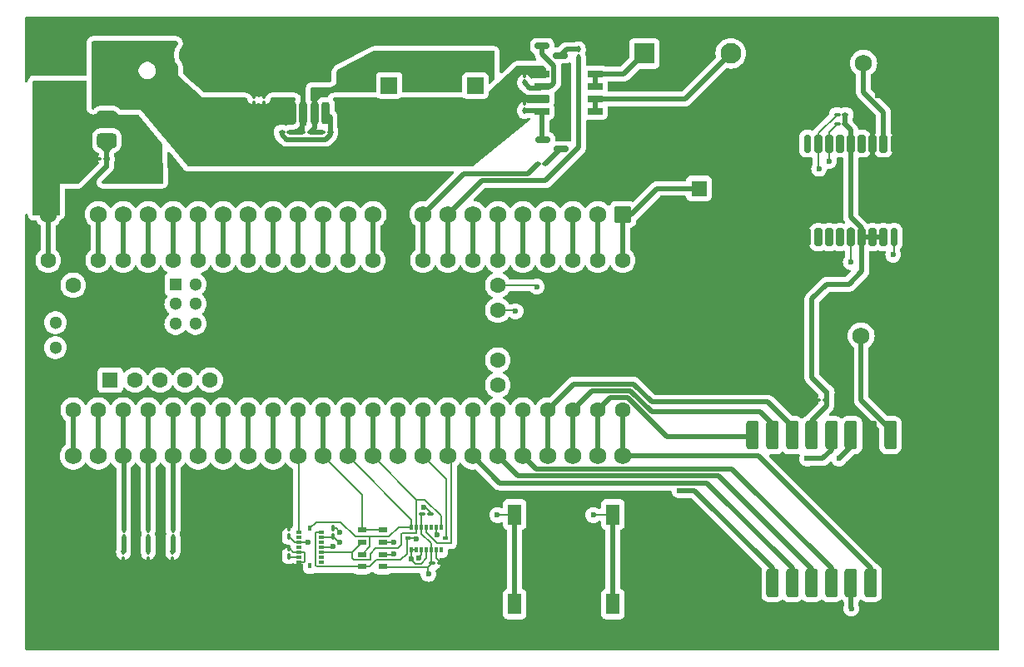
<source format=gtl>
G04 #@! TF.GenerationSoftware,KiCad,Pcbnew,8.0.5*
G04 #@! TF.CreationDate,2025-03-10T17:55:26-07:00*
G04 #@! TF.ProjectId,flightcomputerv1,666c6967-6874-4636-9f6d-707574657276,rev?*
G04 #@! TF.SameCoordinates,Original*
G04 #@! TF.FileFunction,Copper,L1,Top*
G04 #@! TF.FilePolarity,Positive*
%FSLAX46Y46*%
G04 Gerber Fmt 4.6, Leading zero omitted, Abs format (unit mm)*
G04 Created by KiCad (PCBNEW 8.0.5) date 2025-03-10 17:55:26*
%MOMM*%
%LPD*%
G01*
G04 APERTURE LIST*
G04 Aperture macros list*
%AMRoundRect*
0 Rectangle with rounded corners*
0 $1 Rounding radius*
0 $2 $3 $4 $5 $6 $7 $8 $9 X,Y pos of 4 corners*
0 Add a 4 corners polygon primitive as box body*
4,1,4,$2,$3,$4,$5,$6,$7,$8,$9,$2,$3,0*
0 Add four circle primitives for the rounded corners*
1,1,$1+$1,$2,$3*
1,1,$1+$1,$4,$5*
1,1,$1+$1,$6,$7*
1,1,$1+$1,$8,$9*
0 Add four rect primitives between the rounded corners*
20,1,$1+$1,$2,$3,$4,$5,0*
20,1,$1+$1,$4,$5,$6,$7,0*
20,1,$1+$1,$6,$7,$8,$9,0*
20,1,$1+$1,$8,$9,$2,$3,0*%
%AMFreePoly0*
4,1,25,-1.500000,1.420000,-1.360000,1.280000,-1.205000,1.155000,-1.035000,1.045000,-0.860000,0.950000,-0.675000,0.875000,-0.480000,0.820000,-0.280000,0.780000,-0.085000,0.765000,0.085000,0.765000,0.280000,0.780000,0.480000,0.820000,0.675000,0.875000,0.860000,0.950000,1.035000,1.045000,1.205000,1.155000,1.360000,1.280000,1.500000,1.420000,1.645000,1.595000,3.555000,1.595000,
3.555000,-0.755000,-3.555000,-0.755000,-3.555000,1.595000,-1.645000,1.595000,-1.500000,1.420000,-1.500000,1.420000,$1*%
G04 Aperture macros list end*
G04 #@! TA.AperFunction,SMDPad,CuDef*
%ADD10R,1.400000X2.100000*%
G04 #@! TD*
G04 #@! TA.AperFunction,ComponentPad*
%ADD11R,1.700000X1.700000*%
G04 #@! TD*
G04 #@! TA.AperFunction,ComponentPad*
%ADD12O,1.700000X1.700000*%
G04 #@! TD*
G04 #@! TA.AperFunction,SMDPad,CuDef*
%ADD13R,0.950000X0.550000*%
G04 #@! TD*
G04 #@! TA.AperFunction,ComponentPad*
%ADD14C,2.100000*%
G04 #@! TD*
G04 #@! TA.AperFunction,ComponentPad*
%ADD15R,2.100000X2.100000*%
G04 #@! TD*
G04 #@! TA.AperFunction,SMDPad,CuDef*
%ADD16RoundRect,0.100000X0.100000X-0.217500X0.100000X0.217500X-0.100000X0.217500X-0.100000X-0.217500X0*%
G04 #@! TD*
G04 #@! TA.AperFunction,ComponentPad*
%ADD17C,3.800000*%
G04 #@! TD*
G04 #@! TA.AperFunction,ComponentPad*
%ADD18R,1.600000X1.600000*%
G04 #@! TD*
G04 #@! TA.AperFunction,ComponentPad*
%ADD19C,1.600000*%
G04 #@! TD*
G04 #@! TA.AperFunction,SMDPad,CuDef*
%ADD20RoundRect,0.100000X-0.100000X0.217500X-0.100000X-0.217500X0.100000X-0.217500X0.100000X0.217500X0*%
G04 #@! TD*
G04 #@! TA.AperFunction,SMDPad,CuDef*
%ADD21RoundRect,0.150000X0.587500X0.150000X-0.587500X0.150000X-0.587500X-0.150000X0.587500X-0.150000X0*%
G04 #@! TD*
G04 #@! TA.AperFunction,SMDPad,CuDef*
%ADD22RoundRect,0.100000X-0.217500X-0.100000X0.217500X-0.100000X0.217500X0.100000X-0.217500X0.100000X0*%
G04 #@! TD*
G04 #@! TA.AperFunction,SMDPad,CuDef*
%ADD23R,1.525000X0.700000*%
G04 #@! TD*
G04 #@! TA.AperFunction,SMDPad,CuDef*
%ADD24RoundRect,0.317500X0.317500X-1.157500X0.317500X1.157500X-0.317500X1.157500X-0.317500X-1.157500X0*%
G04 #@! TD*
G04 #@! TA.AperFunction,SMDPad,CuDef*
%ADD25R,0.590000X0.350000*%
G04 #@! TD*
G04 #@! TA.AperFunction,SMDPad,CuDef*
%ADD26R,0.350000X0.590000*%
G04 #@! TD*
G04 #@! TA.AperFunction,ComponentPad*
%ADD27R,1.300000X1.300000*%
G04 #@! TD*
G04 #@! TA.AperFunction,ComponentPad*
%ADD28C,1.300000*%
G04 #@! TD*
G04 #@! TA.AperFunction,SMDPad,CuDef*
%ADD29RoundRect,0.100000X0.217500X0.100000X-0.217500X0.100000X-0.217500X-0.100000X0.217500X-0.100000X0*%
G04 #@! TD*
G04 #@! TA.AperFunction,SMDPad,CuDef*
%ADD30FreePoly0,90.000000*%
G04 #@! TD*
G04 #@! TA.AperFunction,SMDPad,CuDef*
%ADD31FreePoly0,270.000000*%
G04 #@! TD*
G04 #@! TA.AperFunction,SMDPad,CuDef*
%ADD32C,1.730000*%
G04 #@! TD*
G04 #@! TA.AperFunction,ComponentPad*
%ADD33RoundRect,0.250000X0.620000X0.620000X-0.620000X0.620000X-0.620000X-0.620000X0.620000X-0.620000X0*%
G04 #@! TD*
G04 #@! TA.AperFunction,ComponentPad*
%ADD34C,1.740000*%
G04 #@! TD*
G04 #@! TA.AperFunction,SMDPad,CuDef*
%ADD35RoundRect,0.200000X0.200000X-0.900000X0.200000X0.900000X-0.200000X0.900000X-0.200000X-0.900000X0*%
G04 #@! TD*
G04 #@! TA.AperFunction,SMDPad,CuDef*
%ADD36RoundRect,0.250000X1.125000X-1.275000X1.125000X1.275000X-1.125000X1.275000X-1.125000X-1.275000X0*%
G04 #@! TD*
G04 #@! TA.AperFunction,SMDPad,CuDef*
%ADD37RoundRect,0.249997X2.650003X-2.950003X2.650003X2.950003X-2.650003X2.950003X-2.650003X-2.950003X0*%
G04 #@! TD*
G04 #@! TA.AperFunction,ComponentPad*
%ADD38RoundRect,0.250000X-0.600000X-0.725000X0.600000X-0.725000X0.600000X0.725000X-0.600000X0.725000X0*%
G04 #@! TD*
G04 #@! TA.AperFunction,ComponentPad*
%ADD39O,1.700000X1.950000*%
G04 #@! TD*
G04 #@! TA.AperFunction,SMDPad,CuDef*
%ADD40RoundRect,0.175000X0.175000X-0.725000X0.175000X0.725000X-0.175000X0.725000X-0.175000X-0.725000X0*%
G04 #@! TD*
G04 #@! TA.AperFunction,SMDPad,CuDef*
%ADD41RoundRect,0.200000X0.200000X-0.700000X0.200000X0.700000X-0.200000X0.700000X-0.200000X-0.700000X0*%
G04 #@! TD*
G04 #@! TA.AperFunction,SMDPad,CuDef*
%ADD42RoundRect,0.375000X0.625000X0.375000X-0.625000X0.375000X-0.625000X-0.375000X0.625000X-0.375000X0*%
G04 #@! TD*
G04 #@! TA.AperFunction,SMDPad,CuDef*
%ADD43RoundRect,0.500000X0.500000X1.400000X-0.500000X1.400000X-0.500000X-1.400000X0.500000X-1.400000X0*%
G04 #@! TD*
G04 #@! TA.AperFunction,ComponentPad*
%ADD44RoundRect,0.250000X-0.620000X-0.620000X0.620000X-0.620000X0.620000X0.620000X-0.620000X0.620000X0*%
G04 #@! TD*
G04 #@! TA.AperFunction,ViaPad*
%ADD45C,0.600000*%
G04 #@! TD*
G04 #@! TA.AperFunction,Conductor*
%ADD46C,0.500000*%
G04 #@! TD*
G04 #@! TA.AperFunction,Conductor*
%ADD47C,0.200000*%
G04 #@! TD*
G04 APERTURE END LIST*
D10*
X109750000Y-120050000D03*
X114250000Y-120050000D03*
X109750000Y-110950000D03*
X114250000Y-110950000D03*
X99750000Y-120050000D03*
X104250000Y-120050000D03*
X99750000Y-110950000D03*
X104250000Y-110950000D03*
D11*
X91500000Y-66000000D03*
X61750000Y-74000000D03*
X67250000Y-70750000D03*
X95750000Y-67290000D03*
D12*
X95750000Y-64750000D03*
X95750000Y-62210000D03*
D11*
X87000000Y-67250000D03*
D12*
X87000000Y-64710000D03*
X87000000Y-62170000D03*
D13*
X86359590Y-116257931D03*
X86359590Y-115007931D03*
X86359590Y-113757931D03*
X86359590Y-112507931D03*
X84209590Y-112507931D03*
X84209590Y-113757931D03*
X84209590Y-115007931D03*
X84209590Y-116257931D03*
D14*
X115500000Y-64000000D03*
D15*
X112960000Y-64000000D03*
D16*
X74250000Y-69157500D03*
X74250000Y-68342500D03*
D17*
X144750000Y-121000000D03*
D18*
X118500000Y-77750000D03*
D19*
X122500000Y-77750000D03*
D17*
X53750000Y-63750000D03*
D20*
X62500000Y-112483750D03*
X62500000Y-113298750D03*
D21*
X102562500Y-63250000D03*
X104437500Y-62300000D03*
X104437500Y-64200000D03*
D22*
X76092500Y-72000000D03*
X76907500Y-72000000D03*
D23*
X107962000Y-66095000D03*
X107962000Y-67365000D03*
X107962000Y-68635000D03*
X107962000Y-69905000D03*
X102538000Y-69905000D03*
X102538000Y-68635000D03*
X102538000Y-67365000D03*
X102538000Y-66095000D03*
D20*
X60000000Y-112483750D03*
X60000000Y-113298750D03*
D22*
X91377090Y-115882931D03*
X92192090Y-115882931D03*
D24*
X123984590Y-117907931D03*
X125984590Y-117907931D03*
X127984590Y-117907931D03*
X129984590Y-117907931D03*
X131984590Y-117907931D03*
X133984590Y-117907931D03*
X135984590Y-117907931D03*
X137984590Y-117907931D03*
X137984590Y-102857931D03*
X135984590Y-102857931D03*
X133984590Y-102857931D03*
X131984590Y-102857931D03*
X129984590Y-102857931D03*
X127984590Y-102857931D03*
X125984590Y-102857931D03*
X123984590Y-102857931D03*
D22*
X57435000Y-74750000D03*
X58250000Y-74750000D03*
D16*
X73250000Y-69157500D03*
X73250000Y-68342500D03*
D25*
X80114590Y-112757931D03*
X80114590Y-113257931D03*
X80114590Y-113757931D03*
X80114590Y-114257931D03*
X80114590Y-114757931D03*
X80114590Y-115257931D03*
X80114590Y-115757931D03*
D26*
X78949590Y-116172931D03*
D25*
X77784590Y-115757931D03*
X77784590Y-115257931D03*
X77784590Y-114757931D03*
X77784590Y-114257931D03*
X77784590Y-113757931D03*
X77784590Y-113257931D03*
X77784590Y-112757931D03*
D26*
X78949590Y-112342931D03*
D16*
X62480000Y-115536250D03*
X62480000Y-114721250D03*
X106250000Y-63592500D03*
X106250000Y-64407500D03*
D18*
X52324590Y-100302931D03*
D19*
X54864590Y-100302931D03*
X57404590Y-100302931D03*
X59944590Y-100302931D03*
X62484590Y-100302931D03*
X65024590Y-100302931D03*
X67564590Y-100302931D03*
X70104590Y-100302931D03*
X72644590Y-100302931D03*
X75184590Y-100302931D03*
X77724590Y-100302931D03*
X80264590Y-100302931D03*
X82804590Y-100302931D03*
X85344590Y-100302931D03*
X87884590Y-100302931D03*
X90424590Y-100302931D03*
X92964590Y-100302931D03*
X95504590Y-100302931D03*
X98044590Y-100302931D03*
X100584590Y-100302931D03*
X103124590Y-100302931D03*
X105664590Y-100302931D03*
X108204590Y-100302931D03*
X110744590Y-100302931D03*
X110744590Y-85062931D03*
X108204590Y-85062931D03*
X105664590Y-85062931D03*
X103124590Y-85062931D03*
X100584590Y-85062931D03*
X98044590Y-85062931D03*
X95504590Y-85062931D03*
X92964590Y-85062931D03*
X90424590Y-85062931D03*
X87884590Y-85062931D03*
X85344590Y-85062931D03*
X82804590Y-85062931D03*
X80264590Y-85062931D03*
X77724590Y-85062931D03*
X75184590Y-85062931D03*
X72644590Y-85062931D03*
X70104590Y-85062931D03*
X67564590Y-85062931D03*
X65024590Y-85062931D03*
X62484590Y-85062931D03*
X59944590Y-85062931D03*
X57404590Y-85062931D03*
X54864590Y-85062931D03*
X52324590Y-85062931D03*
X54864590Y-87602931D03*
X98044590Y-97762931D03*
X98044590Y-95222931D03*
X98044590Y-92682931D03*
X98044590Y-90142931D03*
X98044590Y-87602931D03*
D18*
X58623790Y-97252131D03*
D19*
X61163790Y-97252131D03*
X63703790Y-97252131D03*
X66243790Y-97252131D03*
X68783790Y-97252131D03*
D27*
X65294590Y-87501331D03*
D28*
X65294590Y-89501331D03*
X65294590Y-91501331D03*
X67294590Y-91501331D03*
X67294590Y-89501331D03*
X67294590Y-87501331D03*
X53054590Y-91412931D03*
X53054590Y-93952931D03*
D16*
X64980000Y-114721250D03*
X64980000Y-115536250D03*
D29*
X131407500Y-99250000D03*
X130592500Y-99250000D03*
D30*
X137800000Y-92750000D03*
D31*
X132200000Y-92750000D03*
D32*
X135000000Y-92750000D03*
D33*
X110764590Y-80382931D03*
D34*
X108224590Y-80382931D03*
X105684590Y-80382931D03*
X103144590Y-80382931D03*
X100604590Y-80382931D03*
X98064590Y-80382931D03*
X95524590Y-80382931D03*
X92984590Y-80382931D03*
X90444590Y-80382931D03*
X87904590Y-80382931D03*
X85364590Y-80382931D03*
X82824590Y-80382931D03*
X80284590Y-80382931D03*
X77744590Y-80382931D03*
X75204590Y-80382931D03*
X72664590Y-80382931D03*
X70124590Y-80382931D03*
X67584590Y-80382931D03*
X65044590Y-80382931D03*
X62504590Y-80382931D03*
X59964590Y-80382931D03*
X57424590Y-80382931D03*
X54884590Y-80382931D03*
X52344590Y-80382931D03*
D22*
X90377090Y-110882931D03*
X91192090Y-110882931D03*
D20*
X65000000Y-113298750D03*
X65000000Y-112483750D03*
D29*
X132557910Y-70215410D03*
X133372910Y-70215410D03*
X81000000Y-72000000D03*
X80185000Y-72000000D03*
D20*
X100750000Y-66975000D03*
X100750000Y-66160000D03*
D35*
X75970000Y-70040000D03*
X77110000Y-70040000D03*
X78250000Y-70040000D03*
D36*
X76725000Y-65415000D03*
X79775000Y-65415000D03*
D37*
X78250000Y-63740000D03*
D36*
X76725000Y-62065000D03*
X79775000Y-62065000D03*
D35*
X79390000Y-70040000D03*
X80530000Y-70040000D03*
D17*
X144750000Y-63750000D03*
D16*
X76784590Y-115165431D03*
X76784590Y-114350431D03*
D38*
X63984590Y-64145431D03*
D39*
X66484590Y-64145431D03*
D17*
X53750000Y-121250000D03*
D30*
X138050000Y-65000000D03*
D31*
X132450000Y-65000000D03*
D32*
X135250000Y-65000000D03*
D29*
X132557910Y-71215410D03*
X133372910Y-71215410D03*
D16*
X76784590Y-113165431D03*
X76784590Y-112350431D03*
D26*
X92284590Y-114547931D03*
X91784590Y-114547931D03*
X91284590Y-114547931D03*
X90784590Y-114547931D03*
X90284590Y-114547931D03*
X89784590Y-114547931D03*
X89284590Y-114547931D03*
D25*
X88869590Y-113382931D03*
D26*
X89284590Y-112217931D03*
X89784590Y-112217931D03*
X90284590Y-112217931D03*
X90784590Y-112217931D03*
X91284590Y-112217931D03*
X91784590Y-112217931D03*
X92284590Y-112217931D03*
D25*
X92699590Y-113382931D03*
D21*
X102625000Y-72800000D03*
X104500000Y-71850000D03*
X104500000Y-73750000D03*
D15*
X124270000Y-64000000D03*
D14*
X121730000Y-64000000D03*
D22*
X102907500Y-75250000D03*
X102092500Y-75250000D03*
D40*
X129550000Y-82698341D03*
D41*
X130650000Y-82698341D03*
X131750000Y-82698341D03*
X132850000Y-82698341D03*
X133950000Y-82698341D03*
X135050000Y-82698341D03*
X136150000Y-82698341D03*
X137250000Y-82698341D03*
D40*
X138350000Y-82698341D03*
X138350000Y-73198341D03*
D41*
X137250000Y-73198341D03*
X136150000Y-73198341D03*
X135050000Y-73198341D03*
X133950000Y-73198341D03*
X132850000Y-73198341D03*
X131750000Y-73198341D03*
X130650000Y-73198341D03*
D40*
X129550000Y-73198341D03*
D20*
X100750000Y-69815000D03*
X100750000Y-69000000D03*
D29*
X79000000Y-72000000D03*
X78185000Y-72000000D03*
D42*
X58284590Y-72882931D03*
X58284590Y-70582931D03*
D43*
X51984590Y-70582931D03*
D42*
X58284590Y-68282931D03*
D44*
X52330000Y-105000000D03*
D34*
X54870000Y-105000000D03*
X57410000Y-105000000D03*
X59950000Y-105000000D03*
X62490000Y-105000000D03*
X65030000Y-105000000D03*
X67570000Y-105000000D03*
X70110000Y-105000000D03*
X72650000Y-105000000D03*
X75190000Y-105000000D03*
X77730000Y-105000000D03*
X80270000Y-105000000D03*
X82810000Y-105000000D03*
X85350000Y-105000000D03*
X87890000Y-105000000D03*
X90430000Y-105000000D03*
X92970000Y-105000000D03*
X95510000Y-105000000D03*
X98050000Y-105000000D03*
X100590000Y-105000000D03*
X103130000Y-105000000D03*
X105670000Y-105000000D03*
X108210000Y-105000000D03*
X110750000Y-105000000D03*
D16*
X81284590Y-113165431D03*
X81284590Y-112350431D03*
X59980000Y-115536250D03*
X59980000Y-114721250D03*
D45*
X89225045Y-115500001D03*
X131500000Y-98500000D03*
X107750000Y-111000000D03*
X102000000Y-87750000D03*
X98000000Y-111000000D03*
X99850000Y-90250000D03*
X104500000Y-70750000D03*
X81250000Y-114157931D03*
X91000000Y-117000000D03*
X90500000Y-110182931D03*
X87500000Y-114982931D03*
X87500000Y-113750000D03*
X78750000Y-113750000D03*
X82000000Y-112750000D03*
X82000000Y-113750000D03*
X138250000Y-84500000D03*
X91899786Y-112966786D03*
X90008983Y-115340487D03*
X134000000Y-120500000D03*
X133950000Y-85250000D03*
X131715410Y-74965410D03*
X130715410Y-75750000D03*
X116500000Y-108500000D03*
X132750000Y-105250000D03*
X129500000Y-105250000D03*
X89749497Y-113412931D03*
D46*
X131500000Y-98500000D02*
X130000000Y-97000000D01*
X130000000Y-97000000D02*
X130000000Y-89000000D01*
X135050000Y-86200000D02*
X135050000Y-82698341D01*
X130000000Y-89000000D02*
X131500000Y-87500000D01*
X131500000Y-87500000D02*
X133750000Y-87500000D01*
X133750000Y-87500000D02*
X135050000Y-86200000D01*
X135000000Y-92750000D02*
X135000000Y-99312931D01*
X135000000Y-99312931D02*
X137984590Y-102297521D01*
X137984590Y-102297521D02*
X137984590Y-102857931D01*
X104500000Y-71850000D02*
X104500000Y-70750000D01*
X104500000Y-73750000D02*
X104407500Y-73750000D01*
X104407500Y-73750000D02*
X102907500Y-75250000D01*
X102538000Y-69905000D02*
X102538000Y-72713000D01*
X102538000Y-72713000D02*
X102625000Y-72800000D01*
D47*
X89284590Y-115534590D02*
X89259634Y-115534590D01*
X89259634Y-115534590D02*
X89225045Y-115500001D01*
X98000000Y-111000000D02*
X98050000Y-110950000D01*
X98050000Y-110950000D02*
X99750000Y-110950000D01*
D46*
X131484590Y-98515410D02*
X131500000Y-98500000D01*
X131484590Y-99882931D02*
X131484590Y-98515410D01*
D47*
X98044590Y-87602931D02*
X101852931Y-87602931D01*
X101852931Y-87602931D02*
X102000000Y-87750000D01*
X107750000Y-111000000D02*
X107800000Y-110950000D01*
X107800000Y-110950000D02*
X109750000Y-110950000D01*
X98044590Y-90142931D02*
X99742931Y-90142931D01*
X99742931Y-90142931D02*
X99850000Y-90250000D01*
D46*
X109750000Y-110950000D02*
X109750000Y-120050000D01*
X99750000Y-120050000D02*
X99750000Y-110950000D01*
X110764590Y-80382931D02*
X111617069Y-80382931D01*
X111617069Y-80382931D02*
X114250000Y-77750000D01*
X114250000Y-77750000D02*
X118500000Y-77750000D01*
D47*
X90784590Y-112217931D02*
X90784590Y-112787931D01*
X90784590Y-112787931D02*
X91854590Y-113857931D01*
X91854590Y-113857931D02*
X93294590Y-113857931D01*
X93294590Y-113857931D02*
X93294590Y-105324590D01*
X93294590Y-105324590D02*
X92970000Y-105000000D01*
D46*
X137250000Y-73198341D02*
X137250000Y-69993468D01*
X137250000Y-69993468D02*
X135250000Y-67993468D01*
X135250000Y-67993468D02*
X135250000Y-65000000D01*
X107962000Y-68635000D02*
X117095000Y-68635000D01*
X117095000Y-68635000D02*
X121730000Y-64000000D01*
X107962000Y-69905000D02*
X107962000Y-68635000D01*
X107962000Y-66095000D02*
X110865000Y-66095000D01*
X110865000Y-66095000D02*
X112960000Y-64000000D01*
X107962000Y-67365000D02*
X107962000Y-66095000D01*
X104437500Y-64200000D02*
X105045000Y-63592500D01*
X105045000Y-63592500D02*
X106250000Y-63592500D01*
X92984590Y-80382931D02*
X96417521Y-76950000D01*
X96417521Y-76950000D02*
X102890184Y-76950000D01*
X102890184Y-76950000D02*
X106250000Y-73590184D01*
X106250000Y-73590184D02*
X106250000Y-64407500D01*
X102562500Y-63250000D02*
X102562500Y-64107000D01*
X103750500Y-66999500D02*
X103385000Y-67365000D01*
X103385000Y-67365000D02*
X102538000Y-67365000D01*
X102562500Y-64107000D02*
X103750500Y-65295000D01*
X103750500Y-65295000D02*
X103750500Y-66999500D01*
X100750000Y-69815000D02*
X102448000Y-69815000D01*
X102448000Y-69815000D02*
X102538000Y-69905000D01*
X100750000Y-66975000D02*
X101275000Y-67500000D01*
X101275000Y-67500000D02*
X102403000Y-67500000D01*
X102403000Y-67500000D02*
X102538000Y-67365000D01*
X90444590Y-80382931D02*
X94577521Y-76250000D01*
X101092500Y-76250000D02*
X102092500Y-75250000D01*
X94577521Y-76250000D02*
X101092500Y-76250000D01*
D47*
X81150000Y-114257931D02*
X81250000Y-114157931D01*
X80114590Y-114257931D02*
X81150000Y-114257931D01*
X82000000Y-113750000D02*
X81869159Y-113750000D01*
X81869159Y-113750000D02*
X81284590Y-113165431D01*
X90919534Y-116919534D02*
X91000000Y-117000000D01*
X90919534Y-116340487D02*
X90919534Y-116919534D01*
X90692089Y-110182931D02*
X90500000Y-110182931D01*
X91192090Y-110682932D02*
X90692089Y-110182931D01*
X91192090Y-110882931D02*
X91192090Y-110682932D01*
X87475000Y-115007931D02*
X87500000Y-114982931D01*
X86359590Y-115007931D02*
X87475000Y-115007931D01*
X87492069Y-113757931D02*
X87500000Y-113750000D01*
X86359590Y-113757931D02*
X87492069Y-113757931D01*
X78742069Y-113757931D02*
X78750000Y-113750000D01*
X77784590Y-113757931D02*
X78742069Y-113757931D01*
X81600431Y-112350431D02*
X82000000Y-112750000D01*
X81284590Y-112350431D02*
X81600431Y-112350431D01*
X130650000Y-75684590D02*
X130650000Y-73198341D01*
X130715410Y-75750000D02*
X130650000Y-75684590D01*
X133950000Y-82698341D02*
X133950000Y-85250000D01*
X133950000Y-82682931D02*
X133950000Y-85250000D01*
X138350000Y-84400000D02*
X138250000Y-84500000D01*
X138350000Y-82698341D02*
X138350000Y-84400000D01*
X84209590Y-112507931D02*
X84209590Y-108939590D01*
X84209590Y-108939590D02*
X80270000Y-105000000D01*
X84209590Y-116257931D02*
X85009590Y-116257931D01*
X88167069Y-115582931D02*
X88809590Y-114940410D01*
X88809590Y-114940410D02*
X88809590Y-113442931D01*
X85009590Y-116257931D02*
X85684590Y-115582931D01*
X85684590Y-115582931D02*
X88167069Y-115582931D01*
X88809590Y-113442931D02*
X88869590Y-113382931D01*
X83209590Y-114757931D02*
X83209590Y-115357931D01*
X83434590Y-115582931D02*
X85084590Y-115582931D01*
X85084590Y-115582931D02*
X85084590Y-114932931D01*
X88250000Y-114000000D02*
X88250000Y-112917521D01*
X89759590Y-112812931D02*
X89784590Y-112787931D01*
X88250000Y-112917521D02*
X88354590Y-112812931D01*
X83209590Y-115357931D02*
X83434590Y-115582931D01*
X85084590Y-114932931D02*
X85634590Y-114382931D01*
X85634590Y-114382931D02*
X87867069Y-114382931D01*
X87867069Y-114382931D02*
X88250000Y-114000000D01*
X89784590Y-112787931D02*
X89784590Y-112217931D01*
X88354590Y-112812931D02*
X89759590Y-112812931D01*
X91377090Y-115882931D02*
X90919534Y-116340487D01*
X90919534Y-116340487D02*
X86442146Y-116340487D01*
X86442146Y-116340487D02*
X86359590Y-116257931D01*
X89284590Y-114547931D02*
X89784590Y-114547931D01*
X90784590Y-114547931D02*
X90784590Y-115413409D01*
X90784590Y-115413409D02*
X90257512Y-115940487D01*
X89284590Y-115534590D02*
X89284590Y-114547931D01*
X90257512Y-115940487D02*
X89690487Y-115940487D01*
X89690487Y-115940487D02*
X89284590Y-115534590D01*
X90284590Y-115064880D02*
X90284590Y-114547931D01*
X90008983Y-115340487D02*
X90284590Y-115064880D01*
X91784590Y-112851590D02*
X91899786Y-112966786D01*
X91784590Y-112217931D02*
X91784590Y-112851590D01*
X89719497Y-113382931D02*
X88869590Y-113382931D01*
X89749497Y-113412931D02*
X89719497Y-113382931D01*
D46*
X133984590Y-120484590D02*
X134000000Y-120500000D01*
X133984590Y-117907931D02*
X133984590Y-120484590D01*
D47*
X91784590Y-114547931D02*
X91784590Y-115404475D01*
X91784590Y-115404475D02*
X92192090Y-115811975D01*
X92192090Y-115811975D02*
X92192090Y-115882931D01*
D46*
X65000000Y-112483750D02*
X65000000Y-105030000D01*
X65000000Y-105030000D02*
X65030000Y-105000000D01*
X62500000Y-112483750D02*
X62500000Y-105010000D01*
X62500000Y-105010000D02*
X62490000Y-105000000D01*
X60000000Y-112483750D02*
X60000000Y-105050000D01*
X60000000Y-105050000D02*
X59950000Y-105000000D01*
X78250000Y-70040000D02*
X78250000Y-63740000D01*
X79390000Y-70040000D02*
X79390000Y-71610000D01*
X79390000Y-71610000D02*
X79000000Y-72000000D01*
X79000000Y-72000000D02*
X80185000Y-72000000D01*
X78185000Y-72000000D02*
X78185000Y-70105000D01*
X78185000Y-70105000D02*
X78250000Y-70040000D01*
X76907500Y-72000000D02*
X78185000Y-72000000D01*
X76092500Y-72000000D02*
X76092500Y-72283088D01*
X76092500Y-72283088D02*
X76559412Y-72750000D01*
X76559412Y-72750000D02*
X80533088Y-72750000D01*
X81000000Y-72283088D02*
X81000000Y-72000000D01*
X80533088Y-72750000D02*
X81000000Y-72283088D01*
X58284590Y-75465410D02*
X58284590Y-72882931D01*
X54884590Y-80382931D02*
X54884590Y-78865410D01*
X54884590Y-78865410D02*
X58284590Y-75465410D01*
X58284590Y-72882931D02*
X58809159Y-73407500D01*
X81000000Y-72000000D02*
X81000000Y-70510000D01*
X81000000Y-70510000D02*
X80530000Y-70040000D01*
D47*
X132557910Y-70215410D02*
X130650000Y-72123320D01*
X130650000Y-72123320D02*
X130650000Y-73198341D01*
X132557910Y-71215410D02*
X131750000Y-72023320D01*
X131750000Y-72023320D02*
X131750000Y-73198341D01*
X131750000Y-73198341D02*
X131750000Y-74930820D01*
X131750000Y-74930820D02*
X131715410Y-74965410D01*
D46*
X133372910Y-71215410D02*
X133372910Y-70215410D01*
X133950000Y-73198341D02*
X133950000Y-71792500D01*
X133950000Y-71792500D02*
X133372910Y-71215410D01*
X135050000Y-82698341D02*
X137250000Y-82698341D01*
X135050000Y-82698341D02*
X135050000Y-81800000D01*
X135050000Y-81800000D02*
X133950000Y-80700000D01*
X133950000Y-80700000D02*
X133950000Y-73198341D01*
X133950000Y-81973561D02*
X133950000Y-82698341D01*
X60000000Y-113298750D02*
X60000000Y-114701250D01*
X60000000Y-114701250D02*
X59980000Y-114721250D01*
X62500000Y-113298750D02*
X62500000Y-114701250D01*
X62500000Y-114701250D02*
X62480000Y-114721250D01*
X65000000Y-113298750D02*
X65000000Y-114701250D01*
X65000000Y-114701250D02*
X64980000Y-114721250D01*
X125984590Y-117907931D02*
X125984590Y-116432931D01*
X125984590Y-116432931D02*
X118051659Y-108500000D01*
X118051659Y-108500000D02*
X116500000Y-108500000D01*
X57250000Y-105160000D02*
X57410000Y-105000000D01*
X108250000Y-85108341D02*
X108204590Y-85062931D01*
X133984590Y-104015410D02*
X132750000Y-105250000D01*
X133984590Y-102857931D02*
X133984590Y-104015410D01*
X131984590Y-102857931D02*
X131984590Y-104332931D01*
X105750000Y-85148341D02*
X105664590Y-85062931D01*
X131984590Y-104332931D02*
X131067521Y-105250000D01*
X131067521Y-105250000D02*
X129500000Y-105250000D01*
X129984590Y-102857931D02*
X129984590Y-101382931D01*
X129984590Y-101382931D02*
X131484590Y-99882931D01*
X98384590Y-94882931D02*
X98044590Y-95222931D01*
X103124590Y-100302931D02*
X105774590Y-97652931D01*
X105774590Y-97652931D02*
X111842257Y-97652931D01*
X111842257Y-97652931D02*
X113689326Y-99500000D01*
X125500000Y-99500000D02*
X127984590Y-101984590D01*
X113689326Y-99500000D02*
X125500000Y-99500000D01*
X127984590Y-101984590D02*
X127984590Y-102857931D01*
X105664590Y-100302931D02*
X107614590Y-98352931D01*
X107614590Y-98352931D02*
X111552307Y-98352931D01*
X111552307Y-98352931D02*
X113699376Y-100500000D01*
X124750000Y-100500000D02*
X125984590Y-101734590D01*
X113699376Y-100500000D02*
X124750000Y-100500000D01*
X125984590Y-101734590D02*
X125984590Y-102857931D01*
X108204590Y-100302931D02*
X109454590Y-99052931D01*
X109454590Y-99052931D02*
X111262357Y-99052931D01*
X111262357Y-99052931D02*
X115209426Y-103000000D01*
X115209426Y-103000000D02*
X123842521Y-103000000D01*
X123842521Y-103000000D02*
X123984590Y-102857931D01*
X110750000Y-105000000D02*
X124551659Y-105000000D01*
X124551659Y-105000000D02*
X135984590Y-116432931D01*
X135984590Y-116432931D02*
X135984590Y-117907931D01*
X95510000Y-105000000D02*
X98260000Y-107750000D01*
X127984590Y-116432931D02*
X127984590Y-117907931D01*
X98260000Y-107750000D02*
X119301659Y-107750000D01*
X119301659Y-107750000D02*
X127984590Y-116432931D01*
X98050000Y-105000000D02*
X100070000Y-107020000D01*
X100070000Y-107020000D02*
X120520000Y-107020000D01*
X120520000Y-107020000D02*
X129984590Y-116484590D01*
X129984590Y-116484590D02*
X129984590Y-117907931D01*
X100590000Y-105000000D02*
X101910000Y-106320000D01*
X101910000Y-106320000D02*
X121871659Y-106320000D01*
X121871659Y-106320000D02*
X131984590Y-116432931D01*
X131984590Y-116432931D02*
X131984590Y-117907931D01*
D47*
X92699590Y-113382931D02*
X92759590Y-113322931D01*
X92759590Y-113322931D02*
X92759590Y-107329590D01*
X92759590Y-107329590D02*
X90430000Y-105000000D01*
X92284590Y-112217931D02*
X92284590Y-111089475D01*
X92284590Y-111089475D02*
X90604705Y-109409590D01*
X90604705Y-109409590D02*
X89759590Y-109409590D01*
X89759590Y-109882931D02*
X89759590Y-109409590D01*
X89759590Y-109409590D02*
X85350000Y-105000000D01*
X89284590Y-112217931D02*
X89284590Y-111474590D01*
X89284590Y-111474590D02*
X82810000Y-105000000D01*
X77784590Y-112757931D02*
X77784590Y-105054590D01*
X77784590Y-105054590D02*
X77730000Y-105000000D01*
D46*
X75970000Y-70040000D02*
X76157500Y-70227500D01*
X77110000Y-70040000D02*
X75970000Y-70040000D01*
X110744590Y-80402931D02*
X110764590Y-80382931D01*
X110744590Y-85062931D02*
X110744590Y-80402931D01*
X52324590Y-104994590D02*
X52330000Y-105000000D01*
X87904590Y-85042931D02*
X87884590Y-85062931D01*
X54884590Y-80382931D02*
X54884590Y-85042931D01*
X54884590Y-85042931D02*
X54864590Y-85062931D01*
X52324590Y-100302931D02*
X52324590Y-104994590D01*
X87904590Y-80382931D02*
X87904590Y-85042931D01*
D47*
X90284590Y-112217931D02*
X90284590Y-110975431D01*
X90284590Y-112882931D02*
X90284590Y-112217931D01*
X91284590Y-114547931D02*
X91284590Y-113882931D01*
D46*
X87890000Y-105000000D02*
X87890000Y-100308341D01*
D47*
X80114590Y-113257931D02*
X81192090Y-113257931D01*
D46*
X87890000Y-100308341D02*
X87884590Y-100302931D01*
D47*
X91284590Y-114547931D02*
X91284590Y-115790431D01*
D46*
X57424590Y-85042931D02*
X57404590Y-85062931D01*
D47*
X91284590Y-115790431D02*
X91377090Y-115882931D01*
X77377090Y-113757931D02*
X77784590Y-113757931D01*
X81192090Y-113257931D02*
X81284590Y-113165431D01*
D46*
X57424590Y-80382931D02*
X57424590Y-85042931D01*
D47*
X133950000Y-82698341D02*
X133950000Y-81798341D01*
X91284590Y-113882931D02*
X90284590Y-112882931D01*
X90284590Y-110975431D02*
X90377090Y-110882931D01*
X76784590Y-113165431D02*
X77377090Y-113757931D01*
X52344590Y-85042931D02*
X52324590Y-85062931D01*
D46*
X52344590Y-80382931D02*
X52344590Y-85042931D01*
D47*
X89784590Y-112217931D02*
X89784590Y-111176387D01*
X89759590Y-111151387D02*
X89759590Y-109882931D01*
X89784590Y-111176387D02*
X89759590Y-111151387D01*
D46*
X85350000Y-105000000D02*
X85350000Y-100308341D01*
D47*
X83209590Y-114757931D02*
X84209590Y-113757931D01*
X80114590Y-114757931D02*
X83209590Y-114757931D01*
D46*
X85350000Y-100308341D02*
X85344590Y-100302931D01*
D47*
X79659590Y-116257931D02*
X84209590Y-116257931D01*
X79519590Y-112782931D02*
X79519590Y-116117931D01*
X80114590Y-112757931D02*
X79544590Y-112757931D01*
X79544590Y-112757931D02*
X79519590Y-112782931D01*
X79519590Y-116117931D02*
X79659590Y-116257931D01*
D46*
X85364590Y-80382931D02*
X85364590Y-85042931D01*
X85364590Y-85042931D02*
X85344590Y-85062931D01*
X77730000Y-105000000D02*
X77730000Y-100308341D01*
X77730000Y-100308341D02*
X77724590Y-100302931D01*
X98044590Y-85062931D02*
X98044590Y-80402931D01*
X98044590Y-80402931D02*
X98064590Y-80382931D01*
D47*
X83534590Y-113182931D02*
X84984590Y-113182931D01*
X78949590Y-112342931D02*
X79559590Y-111732931D01*
X82084590Y-111732931D02*
X83534590Y-113182931D01*
X86984590Y-113182931D02*
X87949590Y-112217931D01*
X84984590Y-114232931D02*
X84209590Y-115007931D01*
X87949590Y-112217931D02*
X89284590Y-112217931D01*
X84984590Y-113182931D02*
X86984590Y-113182931D01*
X79559590Y-111732931D02*
X82084590Y-111732931D01*
X84984590Y-113182931D02*
X84984590Y-114232931D01*
D46*
X82810000Y-105000000D02*
X82810000Y-100308341D01*
X82810000Y-100308341D02*
X82804590Y-100302931D01*
X72650000Y-105000000D02*
X72650000Y-100308341D01*
X72650000Y-100308341D02*
X72644590Y-100302931D01*
X67570000Y-105000000D02*
X67570000Y-100308341D01*
X67570000Y-100308341D02*
X67564590Y-100302931D01*
X70110000Y-105000000D02*
X70110000Y-100308341D01*
X70110000Y-100308341D02*
X70104590Y-100302931D01*
X57404590Y-100302931D02*
X57404590Y-104994590D01*
X57404590Y-104994590D02*
X57410000Y-105000000D01*
X65024590Y-104994590D02*
X65030000Y-105000000D01*
X65024590Y-100302931D02*
X65024590Y-104994590D01*
X110750000Y-105000000D02*
X110750000Y-100308341D01*
X110750000Y-100308341D02*
X110744590Y-100302931D01*
X54864590Y-100302931D02*
X54864590Y-104994590D01*
X54864590Y-104994590D02*
X54870000Y-105000000D01*
X98050000Y-105000000D02*
X98050000Y-100308341D01*
X98050000Y-100308341D02*
X98044590Y-100302931D01*
X95510000Y-100308341D02*
X95504590Y-100302931D01*
X95510000Y-105000000D02*
X95510000Y-100308341D01*
X100590000Y-100308341D02*
X100584590Y-100302931D01*
X100590000Y-105000000D02*
X100590000Y-100308341D01*
X105670000Y-105000000D02*
X105670000Y-100308341D01*
X105670000Y-100308341D02*
X105664590Y-100302931D01*
X103130000Y-100308341D02*
X103124590Y-100302931D01*
X103130000Y-105000000D02*
X103130000Y-100308341D01*
X59944590Y-104994590D02*
X59950000Y-105000000D01*
X59944590Y-100302931D02*
X59944590Y-104994590D01*
X75190000Y-100308341D02*
X75184590Y-100302931D01*
X75190000Y-105000000D02*
X75190000Y-100308341D01*
D47*
X79984590Y-105285410D02*
X80270000Y-105000000D01*
X85284590Y-112507931D02*
X86359590Y-112507931D01*
D46*
X80270000Y-100308341D02*
X80264590Y-100302931D01*
X80270000Y-105000000D02*
X80270000Y-100308341D01*
D47*
X84209590Y-112507931D02*
X85284590Y-112507931D01*
D46*
X108210000Y-100308341D02*
X108204590Y-100302931D01*
X108210000Y-105000000D02*
X108210000Y-100308341D01*
X62484590Y-104994590D02*
X62490000Y-105000000D01*
X62484590Y-100302931D02*
X62484590Y-104994590D01*
X70124590Y-85042931D02*
X70104590Y-85062931D01*
X70124590Y-80382931D02*
X70124590Y-85042931D01*
X67584590Y-85042931D02*
X67564590Y-85062931D01*
X67584590Y-80382931D02*
X67584590Y-85042931D01*
X103124590Y-85062931D02*
X103124590Y-80402931D01*
X103124590Y-80402931D02*
X103144590Y-80382931D01*
X75204590Y-85042931D02*
X75184590Y-85062931D01*
X75204590Y-80382931D02*
X75204590Y-85042931D01*
X65044590Y-80382931D02*
X65044590Y-85042931D01*
X65044590Y-85042931D02*
X65024590Y-85062931D01*
X100584590Y-80402931D02*
X100604590Y-80382931D01*
X100584590Y-85062931D02*
X100584590Y-80402931D01*
X95504590Y-80402931D02*
X95524590Y-80382931D01*
X95504590Y-85062931D02*
X95504590Y-80402931D01*
X77744590Y-80382931D02*
X77744590Y-85042931D01*
X77744590Y-85042931D02*
X77724590Y-85062931D01*
X72664590Y-85042931D02*
X72644590Y-85062931D01*
X72664590Y-80382931D02*
X72664590Y-85042931D01*
X92964590Y-80402931D02*
X92984590Y-80382931D01*
X92964590Y-85062931D02*
X92964590Y-80402931D01*
X82824590Y-80382931D02*
X82824590Y-85042931D01*
X82824590Y-85042931D02*
X82804590Y-85062931D01*
X59964590Y-85042931D02*
X59944590Y-85062931D01*
X59964590Y-80382931D02*
X59964590Y-85042931D01*
X62504590Y-85042931D02*
X62484590Y-85062931D01*
X62504590Y-80382931D02*
X62504590Y-85042931D01*
X108204590Y-85062931D02*
X108204590Y-80402931D01*
D47*
X108224590Y-80622931D02*
X108224590Y-80382931D01*
D46*
X108204590Y-80402931D02*
X108224590Y-80382931D01*
X80284590Y-80382931D02*
X80284590Y-85042931D01*
X80284590Y-85042931D02*
X80264590Y-85062931D01*
X90424590Y-85062931D02*
X90424590Y-80402931D01*
X90424590Y-80402931D02*
X90444590Y-80382931D01*
X105664590Y-80402931D02*
X105684590Y-80382931D01*
X105664590Y-85062931D02*
X105664590Y-80402931D01*
X90430000Y-105000000D02*
X90430000Y-100308341D01*
X90430000Y-100308341D02*
X90424590Y-100302931D01*
X92970000Y-100308341D02*
X92964590Y-100302931D01*
X92970000Y-105000000D02*
X92970000Y-100308341D01*
D47*
X76784590Y-115165431D02*
X76877090Y-115257931D01*
X76877090Y-115257931D02*
X77784590Y-115257931D01*
X77263046Y-114757931D02*
X77784590Y-114757931D01*
X76784590Y-114350431D02*
X76855546Y-114350431D01*
X76855546Y-114350431D02*
X77263046Y-114757931D01*
X78379590Y-114782931D02*
X78379590Y-115732931D01*
X78379590Y-115732931D02*
X78354590Y-115757931D01*
X78354590Y-115757931D02*
X77784590Y-115757931D01*
X78354590Y-114757931D02*
X78379590Y-114782931D01*
X77784590Y-114757931D02*
X78354590Y-114757931D01*
G04 #@! TA.AperFunction,Conductor*
G36*
X56187539Y-66769685D02*
G01*
X56233294Y-66822489D01*
X56244500Y-66874000D01*
X56244500Y-69589904D01*
X56245612Y-69614644D01*
X56246539Y-69635272D01*
X56248534Y-69657416D01*
X56248535Y-69657424D01*
X56248536Y-69657428D01*
X56254640Y-69702436D01*
X56296526Y-69827770D01*
X56300245Y-69838896D01*
X56300247Y-69838903D01*
X56321264Y-69880759D01*
X56331597Y-69901338D01*
X56413799Y-70019421D01*
X56525940Y-70109564D01*
X56586073Y-70145143D01*
X56586077Y-70145145D01*
X56719073Y-70200042D01*
X56862148Y-70215245D01*
X56909969Y-70213477D01*
X56931954Y-70212666D01*
X56931958Y-70212665D01*
X56931970Y-70212665D01*
X57073527Y-70186946D01*
X57202110Y-70122385D01*
X57212026Y-70115482D01*
X57259454Y-70082467D01*
X57286421Y-70057298D01*
X57364640Y-69984294D01*
X57387976Y-69955261D01*
X57406927Y-69936311D01*
X57448643Y-69902778D01*
X57471217Y-69888348D01*
X57519168Y-69864567D01*
X57544323Y-69855326D01*
X57561595Y-69851031D01*
X57599536Y-69841596D01*
X57629461Y-69837931D01*
X58939719Y-69837931D01*
X58969644Y-69841596D01*
X59007096Y-69850909D01*
X59024848Y-69855324D01*
X59050010Y-69864568D01*
X59097958Y-69888348D01*
X59120533Y-69902777D01*
X59162257Y-69936316D01*
X59181207Y-69955266D01*
X59204539Y-69984292D01*
X59204541Y-69984294D01*
X59233556Y-70020390D01*
X59289147Y-70079149D01*
X59289528Y-70079551D01*
X59312549Y-70100254D01*
X59319142Y-70106183D01*
X59340375Y-70122385D01*
X59383859Y-70155567D01*
X59514736Y-70215338D01*
X59581775Y-70235023D01*
X59581779Y-70235024D01*
X59724195Y-70255500D01*
X61453509Y-70255500D01*
X61520548Y-70275185D01*
X61549108Y-70300527D01*
X63875016Y-73116101D01*
X63902536Y-73180322D01*
X63903382Y-73192122D01*
X63996977Y-77123048D01*
X63978894Y-77190537D01*
X63927194Y-77237536D01*
X63873012Y-77250000D01*
X57860729Y-77250000D01*
X57793690Y-77230315D01*
X57747935Y-77177511D01*
X57737991Y-77108353D01*
X57767016Y-77044797D01*
X57773048Y-77038319D01*
X58867537Y-75943830D01*
X58867541Y-75943826D01*
X58919869Y-75865511D01*
X58949674Y-75820905D01*
X59006248Y-75684323D01*
X59035090Y-75539328D01*
X59035090Y-75073564D01*
X59044529Y-75026111D01*
X59052544Y-75006762D01*
X59068000Y-74889361D01*
X59067999Y-74610640D01*
X59067999Y-74610638D01*
X59067999Y-74610636D01*
X59052545Y-74493244D01*
X59052545Y-74493243D01*
X59052544Y-74493241D01*
X59052544Y-74493238D01*
X59044527Y-74473884D01*
X59035090Y-74426436D01*
X59035090Y-74225825D01*
X59054775Y-74158786D01*
X59107579Y-74113031D01*
X59129155Y-74105493D01*
X59213283Y-74084572D01*
X59383886Y-73999961D01*
X59532312Y-73880653D01*
X59651620Y-73732227D01*
X59736231Y-73561624D01*
X59782190Y-73376820D01*
X59785090Y-73334054D01*
X59785089Y-72431809D01*
X59782190Y-72389042D01*
X59736231Y-72204238D01*
X59687625Y-72106233D01*
X59651622Y-72033638D01*
X59651620Y-72033635D01*
X59532312Y-71885209D01*
X59532311Y-71885208D01*
X59383885Y-71765900D01*
X59383882Y-71765898D01*
X59213287Y-71681291D01*
X59028482Y-71635331D01*
X59007096Y-71633881D01*
X58985713Y-71632431D01*
X58985710Y-71632431D01*
X57583467Y-71632431D01*
X57583464Y-71632432D01*
X57540703Y-71635330D01*
X57540702Y-71635330D01*
X57355893Y-71681291D01*
X57185297Y-71765898D01*
X57185294Y-71765900D01*
X57036868Y-71885208D01*
X57036867Y-71885209D01*
X56917559Y-72033635D01*
X56917557Y-72033638D01*
X56832950Y-72204233D01*
X56786990Y-72389038D01*
X56784090Y-72431810D01*
X56784090Y-73334053D01*
X56784091Y-73334056D01*
X56786989Y-73376817D01*
X56786989Y-73376818D01*
X56832950Y-73561627D01*
X56917557Y-73732223D01*
X56917559Y-73732226D01*
X57036867Y-73880652D01*
X57036868Y-73880653D01*
X57185294Y-73999961D01*
X57185297Y-73999963D01*
X57270595Y-74042266D01*
X57355897Y-74084572D01*
X57440017Y-74105491D01*
X57500322Y-74140771D01*
X57531982Y-74203057D01*
X57534090Y-74225825D01*
X57534090Y-74271019D01*
X57514405Y-74338058D01*
X57508475Y-74346492D01*
X57508096Y-74346986D01*
X57507963Y-74347160D01*
X57447456Y-74493237D01*
X57447455Y-74493239D01*
X57432000Y-74610638D01*
X57432000Y-74889363D01*
X57447453Y-75006753D01*
X57447457Y-75006765D01*
X57484407Y-75095971D01*
X57491876Y-75165440D01*
X57460601Y-75227919D01*
X57457527Y-75231104D01*
X55474951Y-77213681D01*
X55413628Y-77247166D01*
X55387270Y-77250000D01*
X53500000Y-77250000D01*
X53500000Y-80376000D01*
X53480315Y-80443039D01*
X53427511Y-80488794D01*
X53376000Y-80500000D01*
X50874000Y-80500000D01*
X50806961Y-80480315D01*
X50761206Y-80427511D01*
X50750000Y-80376000D01*
X50750000Y-66874000D01*
X50769685Y-66806961D01*
X50822489Y-66761206D01*
X50874000Y-66750000D01*
X56120500Y-66750000D01*
X56187539Y-66769685D01*
G37*
G04 #@! TD.AperFunction*
G04 #@! TA.AperFunction,Conductor*
G36*
X97693039Y-63769685D02*
G01*
X97738794Y-63822489D01*
X97750000Y-63874000D01*
X97750000Y-66595385D01*
X97730315Y-66662424D01*
X97710376Y-66686251D01*
X97308875Y-67059074D01*
X97246355Y-67090267D01*
X97176895Y-67082706D01*
X97122550Y-67038794D01*
X97100572Y-66972470D01*
X97100499Y-66968208D01*
X97100499Y-66392129D01*
X97100498Y-66392123D01*
X97100497Y-66392116D01*
X97094091Y-66332517D01*
X97043796Y-66197669D01*
X97043795Y-66197668D01*
X97043793Y-66197664D01*
X96957547Y-66082455D01*
X96957544Y-66082452D01*
X96842335Y-65996206D01*
X96842328Y-65996202D01*
X96707482Y-65945908D01*
X96707483Y-65945908D01*
X96647883Y-65939501D01*
X96647881Y-65939500D01*
X96647873Y-65939500D01*
X96647864Y-65939500D01*
X94852129Y-65939500D01*
X94852123Y-65939501D01*
X94792516Y-65945908D01*
X94657671Y-65996202D01*
X94657664Y-65996206D01*
X94542455Y-66082452D01*
X94542452Y-66082455D01*
X94456206Y-66197664D01*
X94456202Y-66197671D01*
X94405908Y-66332517D01*
X94399675Y-66390500D01*
X94399500Y-66392127D01*
X94399500Y-67158657D01*
X94399501Y-67870500D01*
X94379816Y-67937539D01*
X94327013Y-67983294D01*
X94275501Y-67994500D01*
X88474500Y-67994500D01*
X88407461Y-67974815D01*
X88361706Y-67922011D01*
X88350500Y-67870500D01*
X88350499Y-66352129D01*
X88350498Y-66352123D01*
X88350497Y-66352116D01*
X88344091Y-66292517D01*
X88293796Y-66157669D01*
X88293795Y-66157668D01*
X88293793Y-66157664D01*
X88207547Y-66042455D01*
X88207544Y-66042452D01*
X88092335Y-65956206D01*
X88092328Y-65956202D01*
X87957482Y-65905908D01*
X87957483Y-65905908D01*
X87897883Y-65899501D01*
X87897881Y-65899500D01*
X87897873Y-65899500D01*
X87897864Y-65899500D01*
X86102129Y-65899500D01*
X86102123Y-65899501D01*
X86042516Y-65905908D01*
X85907671Y-65956202D01*
X85907664Y-65956206D01*
X85792455Y-66042452D01*
X85792452Y-66042455D01*
X85706206Y-66157664D01*
X85706202Y-66157671D01*
X85655908Y-66292517D01*
X85651608Y-66332516D01*
X85649500Y-66352127D01*
X85649500Y-67158657D01*
X85649501Y-67870500D01*
X85629816Y-67937539D01*
X85577013Y-67983294D01*
X85525501Y-67994500D01*
X81379681Y-67994500D01*
X81379678Y-67994500D01*
X81379667Y-67994501D01*
X81249296Y-68011604D01*
X81249290Y-68011605D01*
X81187500Y-68028101D01*
X81065936Y-68078258D01*
X81065935Y-68078258D01*
X80952677Y-68166986D01*
X80952675Y-68166988D01*
X80904374Y-68217457D01*
X80904074Y-68217832D01*
X80903195Y-68219106D01*
X80820692Y-68334514D01*
X80820691Y-68334517D01*
X80813116Y-68356273D01*
X80772485Y-68413111D01*
X80707573Y-68438960D01*
X80696012Y-68439500D01*
X80273384Y-68439500D01*
X80254145Y-68441248D01*
X80202807Y-68445913D01*
X80040393Y-68496522D01*
X79894811Y-68584530D01*
X79774530Y-68704811D01*
X79686522Y-68850393D01*
X79635913Y-69012807D01*
X79629500Y-69083386D01*
X79629500Y-70876000D01*
X79609815Y-70943039D01*
X79557011Y-70988794D01*
X79505500Y-71000000D01*
X79274500Y-71000000D01*
X79207461Y-70980315D01*
X79161706Y-70927511D01*
X79150500Y-70876000D01*
X79150500Y-69083386D01*
X79144086Y-69012807D01*
X79144086Y-69012804D01*
X79093478Y-68850394D01*
X79018382Y-68726171D01*
X79000500Y-68662023D01*
X79000500Y-67564500D01*
X79020185Y-67497461D01*
X79072989Y-67451706D01*
X79124500Y-67440500D01*
X80950007Y-67440500D01*
X80950012Y-67440500D01*
X81052800Y-67429999D01*
X81219336Y-67374815D01*
X81368657Y-67282712D01*
X81492712Y-67158657D01*
X81584815Y-67009336D01*
X81639999Y-66842800D01*
X81650500Y-66740012D01*
X81650500Y-65821419D01*
X81670185Y-65754380D01*
X81717420Y-65711337D01*
X85473158Y-63763917D01*
X85530237Y-63750000D01*
X97626000Y-63750000D01*
X97693039Y-63769685D01*
G37*
G04 #@! TD.AperFunction*
G04 #@! TA.AperFunction,Conductor*
G36*
X148942539Y-60270185D02*
G01*
X148988294Y-60322989D01*
X148999500Y-60374500D01*
X148999500Y-124625500D01*
X148979815Y-124692539D01*
X148927011Y-124738294D01*
X148875500Y-124749500D01*
X50124500Y-124749500D01*
X50057461Y-124729815D01*
X50011706Y-124677011D01*
X50000500Y-124625500D01*
X50000500Y-104999994D01*
X53494803Y-104999994D01*
X53494803Y-105000005D01*
X53513558Y-105226346D01*
X53569314Y-105446524D01*
X53636425Y-105599523D01*
X53660550Y-105654521D01*
X53784776Y-105844663D01*
X53938604Y-106011765D01*
X53938607Y-106011767D01*
X53938610Y-106011770D01*
X54117830Y-106151263D01*
X54117836Y-106151267D01*
X54117839Y-106151269D01*
X54317590Y-106259369D01*
X54532409Y-106333116D01*
X54756437Y-106370500D01*
X54756438Y-106370500D01*
X54983562Y-106370500D01*
X54983563Y-106370500D01*
X55207591Y-106333116D01*
X55422410Y-106259369D01*
X55622161Y-106151269D01*
X55625479Y-106148687D01*
X55730430Y-106067000D01*
X55801396Y-106011765D01*
X55955224Y-105844663D01*
X56036191Y-105720734D01*
X56089338Y-105675377D01*
X56158569Y-105665953D01*
X56221905Y-105695455D01*
X56243809Y-105720734D01*
X56324773Y-105844660D01*
X56324775Y-105844662D01*
X56324776Y-105844663D01*
X56478604Y-106011765D01*
X56478607Y-106011767D01*
X56478610Y-106011770D01*
X56657830Y-106151263D01*
X56657836Y-106151267D01*
X56657839Y-106151269D01*
X56857590Y-106259369D01*
X57072409Y-106333116D01*
X57296437Y-106370500D01*
X57296438Y-106370500D01*
X57523562Y-106370500D01*
X57523563Y-106370500D01*
X57747591Y-106333116D01*
X57962410Y-106259369D01*
X58162161Y-106151269D01*
X58165479Y-106148687D01*
X58270430Y-106067000D01*
X58341396Y-106011765D01*
X58495224Y-105844663D01*
X58576191Y-105720734D01*
X58629338Y-105675377D01*
X58698569Y-105665953D01*
X58761905Y-105695455D01*
X58783809Y-105720734D01*
X58864773Y-105844660D01*
X58864775Y-105844662D01*
X58864776Y-105844663D01*
X59018604Y-106011765D01*
X59197839Y-106151269D01*
X59197841Y-106151270D01*
X59201662Y-106154244D01*
X59242475Y-106210955D01*
X59249500Y-106252098D01*
X59249500Y-112557668D01*
X59249500Y-112557670D01*
X59249499Y-112557670D01*
X59278340Y-112702656D01*
X59278341Y-112702658D01*
X59278342Y-112702663D01*
X59295785Y-112744775D01*
X59295788Y-112744782D01*
X59304165Y-112776047D01*
X59314956Y-112858015D01*
X59315266Y-112859170D01*
X59315266Y-112860363D01*
X59316017Y-112866068D01*
X59315266Y-112866166D01*
X59315266Y-112916333D01*
X59316017Y-112916432D01*
X59315266Y-112922128D01*
X59315267Y-112923324D01*
X59314957Y-112924480D01*
X59304164Y-113006455D01*
X59295787Y-113037717D01*
X59278343Y-113079831D01*
X59278340Y-113079843D01*
X59249500Y-113224829D01*
X59249500Y-114534575D01*
X59247117Y-114558767D01*
X59229500Y-114647330D01*
X59229500Y-114647333D01*
X59229500Y-114795167D01*
X59229500Y-114795169D01*
X59229499Y-114795169D01*
X59258340Y-114940155D01*
X59258341Y-114940158D01*
X59258342Y-114940162D01*
X59262590Y-114950417D01*
X59275788Y-114982281D01*
X59284165Y-115013546D01*
X59287493Y-115038824D01*
X59294956Y-115095512D01*
X59355464Y-115241591D01*
X59451718Y-115367032D01*
X59577159Y-115463286D01*
X59723238Y-115523794D01*
X59840639Y-115539250D01*
X60119360Y-115539249D01*
X60119363Y-115539249D01*
X60236753Y-115523796D01*
X60236757Y-115523794D01*
X60236762Y-115523794D01*
X60382841Y-115463286D01*
X60508282Y-115367032D01*
X60604536Y-115241591D01*
X60665044Y-115095512D01*
X60670376Y-115055009D01*
X60678754Y-115023742D01*
X60682977Y-115013546D01*
X60721658Y-114920163D01*
X60737484Y-114840603D01*
X60750500Y-114775170D01*
X60750500Y-113224829D01*
X60721659Y-113079842D01*
X60721658Y-113079841D01*
X60721658Y-113079837D01*
X60704210Y-113037715D01*
X60695833Y-113006452D01*
X60685044Y-112924488D01*
X60685041Y-112924480D01*
X60684738Y-112923346D01*
X60684737Y-112922163D01*
X60683983Y-112916428D01*
X60684737Y-112916328D01*
X60684737Y-112866170D01*
X60683983Y-112866071D01*
X60684737Y-112860343D01*
X60684737Y-112859155D01*
X60685040Y-112858021D01*
X60685044Y-112858012D01*
X60695834Y-112776045D01*
X60704211Y-112744782D01*
X60721658Y-112702663D01*
X60750500Y-112557668D01*
X60750500Y-106174264D01*
X60770185Y-106107225D01*
X60798333Y-106076414D01*
X60881396Y-106011765D01*
X61035224Y-105844663D01*
X61116191Y-105720734D01*
X61169338Y-105675377D01*
X61238569Y-105665953D01*
X61301905Y-105695455D01*
X61323809Y-105720734D01*
X61404773Y-105844660D01*
X61404775Y-105844662D01*
X61404776Y-105844663D01*
X61558604Y-106011765D01*
X61701664Y-106123113D01*
X61742475Y-106179820D01*
X61749500Y-106220964D01*
X61749500Y-112557668D01*
X61749500Y-112557670D01*
X61749499Y-112557670D01*
X61778340Y-112702656D01*
X61778341Y-112702658D01*
X61778342Y-112702663D01*
X61795785Y-112744775D01*
X61795788Y-112744782D01*
X61804165Y-112776047D01*
X61814956Y-112858015D01*
X61815266Y-112859170D01*
X61815266Y-112860363D01*
X61816017Y-112866068D01*
X61815266Y-112866166D01*
X61815266Y-112916333D01*
X61816017Y-112916432D01*
X61815266Y-112922128D01*
X61815267Y-112923324D01*
X61814957Y-112924480D01*
X61804164Y-113006455D01*
X61795787Y-113037717D01*
X61778343Y-113079831D01*
X61778340Y-113079843D01*
X61749500Y-113224829D01*
X61749500Y-114534575D01*
X61747117Y-114558767D01*
X61729500Y-114647330D01*
X61729500Y-114647333D01*
X61729500Y-114795167D01*
X61729500Y-114795169D01*
X61729499Y-114795169D01*
X61758340Y-114940155D01*
X61758341Y-114940158D01*
X61758342Y-114940162D01*
X61762590Y-114950417D01*
X61775788Y-114982281D01*
X61784165Y-115013546D01*
X61787493Y-115038824D01*
X61794956Y-115095512D01*
X61855464Y-115241591D01*
X61951718Y-115367032D01*
X62077159Y-115463286D01*
X62223238Y-115523794D01*
X62340639Y-115539250D01*
X62619360Y-115539249D01*
X62619363Y-115539249D01*
X62736753Y-115523796D01*
X62736757Y-115523794D01*
X62736762Y-115523794D01*
X62882841Y-115463286D01*
X63008282Y-115367032D01*
X63104536Y-115241591D01*
X63165044Y-115095512D01*
X63170376Y-115055009D01*
X63178754Y-115023742D01*
X63182977Y-115013546D01*
X63221658Y-114920163D01*
X63237484Y-114840603D01*
X63250500Y-114775170D01*
X63250500Y-113224829D01*
X63221659Y-113079842D01*
X63221658Y-113079841D01*
X63221658Y-113079837D01*
X63204210Y-113037715D01*
X63195833Y-113006452D01*
X63185044Y-112924488D01*
X63185041Y-112924480D01*
X63184738Y-112923346D01*
X63184737Y-112922163D01*
X63183983Y-112916428D01*
X63184737Y-112916328D01*
X63184737Y-112866170D01*
X63183983Y-112866071D01*
X63184737Y-112860343D01*
X63184737Y-112859155D01*
X63185040Y-112858021D01*
X63185044Y-112858012D01*
X63195834Y-112776045D01*
X63204211Y-112744782D01*
X63221658Y-112702663D01*
X63250500Y-112557668D01*
X63250500Y-106205398D01*
X63270185Y-106138359D01*
X63298338Y-106107545D01*
X63421388Y-106011771D01*
X63421396Y-106011765D01*
X63575224Y-105844663D01*
X63656191Y-105720734D01*
X63709338Y-105675377D01*
X63778569Y-105665953D01*
X63841905Y-105695455D01*
X63863809Y-105720734D01*
X63944773Y-105844660D01*
X63944775Y-105844662D01*
X63944776Y-105844663D01*
X64098604Y-106011765D01*
X64201662Y-106091978D01*
X64242475Y-106148687D01*
X64249500Y-106189831D01*
X64249500Y-112557668D01*
X64249500Y-112557670D01*
X64249499Y-112557670D01*
X64278340Y-112702656D01*
X64278341Y-112702658D01*
X64278342Y-112702663D01*
X64295785Y-112744775D01*
X64295788Y-112744782D01*
X64304165Y-112776047D01*
X64314956Y-112858015D01*
X64315266Y-112859170D01*
X64315266Y-112860363D01*
X64316017Y-112866068D01*
X64315266Y-112866166D01*
X64315266Y-112916333D01*
X64316017Y-112916432D01*
X64315266Y-112922128D01*
X64315267Y-112923324D01*
X64314957Y-112924480D01*
X64304164Y-113006455D01*
X64295787Y-113037717D01*
X64278343Y-113079831D01*
X64278340Y-113079843D01*
X64249500Y-113224829D01*
X64249500Y-114534575D01*
X64247117Y-114558767D01*
X64229500Y-114647330D01*
X64229500Y-114647333D01*
X64229500Y-114795167D01*
X64229500Y-114795169D01*
X64229499Y-114795169D01*
X64258340Y-114940155D01*
X64258341Y-114940158D01*
X64258342Y-114940162D01*
X64262590Y-114950417D01*
X64275788Y-114982281D01*
X64284165Y-115013546D01*
X64287493Y-115038824D01*
X64294956Y-115095512D01*
X64355464Y-115241591D01*
X64451718Y-115367032D01*
X64577159Y-115463286D01*
X64723238Y-115523794D01*
X64840639Y-115539250D01*
X65119360Y-115539249D01*
X65119363Y-115539249D01*
X65236753Y-115523796D01*
X65236757Y-115523794D01*
X65236762Y-115523794D01*
X65382841Y-115463286D01*
X65508282Y-115367032D01*
X65604536Y-115241591D01*
X65665044Y-115095512D01*
X65670376Y-115055009D01*
X65678754Y-115023742D01*
X65682977Y-115013546D01*
X65721658Y-114920163D01*
X65737484Y-114840603D01*
X65750500Y-114775170D01*
X65750500Y-113224829D01*
X65721659Y-113079842D01*
X65721658Y-113079841D01*
X65721658Y-113079837D01*
X65704210Y-113037715D01*
X65695833Y-113006452D01*
X65685044Y-112924488D01*
X65685041Y-112924480D01*
X65684738Y-112923346D01*
X65684737Y-112922163D01*
X65683983Y-112916428D01*
X65684737Y-112916328D01*
X65684737Y-112866170D01*
X65683983Y-112866071D01*
X65684737Y-112860343D01*
X65684737Y-112859155D01*
X65685040Y-112858021D01*
X65685044Y-112858012D01*
X65695834Y-112776045D01*
X65704211Y-112744782D01*
X65721658Y-112702663D01*
X65750500Y-112557668D01*
X65750500Y-106236532D01*
X65770185Y-106169493D01*
X65798338Y-106138679D01*
X65912486Y-106049833D01*
X65961396Y-106011765D01*
X66115224Y-105844663D01*
X66196191Y-105720734D01*
X66249338Y-105675377D01*
X66318569Y-105665953D01*
X66381905Y-105695455D01*
X66403809Y-105720734D01*
X66484773Y-105844660D01*
X66484775Y-105844662D01*
X66484776Y-105844663D01*
X66638604Y-106011765D01*
X66638607Y-106011767D01*
X66638610Y-106011770D01*
X66817830Y-106151263D01*
X66817836Y-106151267D01*
X66817839Y-106151269D01*
X67017590Y-106259369D01*
X67232409Y-106333116D01*
X67456437Y-106370500D01*
X67456438Y-106370500D01*
X67683562Y-106370500D01*
X67683563Y-106370500D01*
X67907591Y-106333116D01*
X68122410Y-106259369D01*
X68322161Y-106151269D01*
X68325479Y-106148687D01*
X68430430Y-106067000D01*
X68501396Y-106011765D01*
X68655224Y-105844663D01*
X68736191Y-105720734D01*
X68789338Y-105675377D01*
X68858569Y-105665953D01*
X68921905Y-105695455D01*
X68943809Y-105720734D01*
X69024773Y-105844660D01*
X69024775Y-105844662D01*
X69024776Y-105844663D01*
X69178604Y-106011765D01*
X69178607Y-106011767D01*
X69178610Y-106011770D01*
X69357830Y-106151263D01*
X69357836Y-106151267D01*
X69357839Y-106151269D01*
X69557590Y-106259369D01*
X69772409Y-106333116D01*
X69996437Y-106370500D01*
X69996438Y-106370500D01*
X70223562Y-106370500D01*
X70223563Y-106370500D01*
X70447591Y-106333116D01*
X70662410Y-106259369D01*
X70862161Y-106151269D01*
X70865479Y-106148687D01*
X70970430Y-106067000D01*
X71041396Y-106011765D01*
X71195224Y-105844663D01*
X71276191Y-105720734D01*
X71329338Y-105675377D01*
X71398569Y-105665953D01*
X71461905Y-105695455D01*
X71483809Y-105720734D01*
X71564773Y-105844660D01*
X71564775Y-105844662D01*
X71564776Y-105844663D01*
X71718604Y-106011765D01*
X71718607Y-106011767D01*
X71718610Y-106011770D01*
X71897830Y-106151263D01*
X71897836Y-106151267D01*
X71897839Y-106151269D01*
X72097590Y-106259369D01*
X72312409Y-106333116D01*
X72536437Y-106370500D01*
X72536438Y-106370500D01*
X72763562Y-106370500D01*
X72763563Y-106370500D01*
X72987591Y-106333116D01*
X73202410Y-106259369D01*
X73402161Y-106151269D01*
X73405479Y-106148687D01*
X73510430Y-106067000D01*
X73581396Y-106011765D01*
X73735224Y-105844663D01*
X73816191Y-105720734D01*
X73869338Y-105675377D01*
X73938569Y-105665953D01*
X74001905Y-105695455D01*
X74023809Y-105720734D01*
X74104773Y-105844660D01*
X74104775Y-105844662D01*
X74104776Y-105844663D01*
X74258604Y-106011765D01*
X74258607Y-106011767D01*
X74258610Y-106011770D01*
X74437830Y-106151263D01*
X74437836Y-106151267D01*
X74437839Y-106151269D01*
X74637590Y-106259369D01*
X74852409Y-106333116D01*
X75076437Y-106370500D01*
X75076438Y-106370500D01*
X75303562Y-106370500D01*
X75303563Y-106370500D01*
X75527591Y-106333116D01*
X75742410Y-106259369D01*
X75942161Y-106151269D01*
X75945479Y-106148687D01*
X76050430Y-106067000D01*
X76121396Y-106011765D01*
X76275224Y-105844663D01*
X76356191Y-105720734D01*
X76409338Y-105675377D01*
X76478569Y-105665953D01*
X76541905Y-105695455D01*
X76563809Y-105720734D01*
X76644773Y-105844660D01*
X76644775Y-105844662D01*
X76644776Y-105844663D01*
X76798604Y-106011765D01*
X76798607Y-106011767D01*
X76798610Y-106011770D01*
X76977830Y-106151263D01*
X76977837Y-106151267D01*
X76977839Y-106151269D01*
X77119108Y-106227720D01*
X77168698Y-106276938D01*
X77184090Y-106336774D01*
X77184090Y-112124353D01*
X77164405Y-112191392D01*
X77134404Y-112223617D01*
X77132050Y-112225378D01*
X77132043Y-112225385D01*
X77073702Y-112303319D01*
X77017768Y-112345189D01*
X76958253Y-112351946D01*
X76923954Y-112347431D01*
X76645226Y-112347431D01*
X76527836Y-112362884D01*
X76527827Y-112362887D01*
X76381750Y-112423394D01*
X76256308Y-112519649D01*
X76160053Y-112645091D01*
X76099546Y-112791168D01*
X76099545Y-112791170D01*
X76084090Y-112908569D01*
X76084090Y-113422294D01*
X76099543Y-113539684D01*
X76099546Y-113539693D01*
X76152294Y-113667039D01*
X76160054Y-113685772D01*
X76256308Y-113811213D01*
X76381749Y-113907467D01*
X76527828Y-113967975D01*
X76645229Y-113983431D01*
X76701990Y-113983430D01*
X76769029Y-114003113D01*
X76789672Y-114019749D01*
X76905673Y-114135750D01*
X76939158Y-114197073D01*
X76934174Y-114266765D01*
X76892302Y-114322698D01*
X76826838Y-114347115D01*
X76817993Y-114347431D01*
X76645226Y-114347431D01*
X76527836Y-114362884D01*
X76527827Y-114362887D01*
X76381750Y-114423394D01*
X76256308Y-114519649D01*
X76160053Y-114645091D01*
X76099546Y-114791168D01*
X76099545Y-114791170D01*
X76084090Y-114908569D01*
X76084090Y-115422294D01*
X76099543Y-115539684D01*
X76099546Y-115539693D01*
X76135365Y-115626169D01*
X76160054Y-115685772D01*
X76256308Y-115811213D01*
X76381749Y-115907467D01*
X76527828Y-115967975D01*
X76645229Y-115983431D01*
X76923950Y-115983430D01*
X76923953Y-115983430D01*
X77041343Y-115967977D01*
X77041347Y-115967975D01*
X77041352Y-115967975D01*
X77187431Y-115907467D01*
X77187434Y-115907464D01*
X77192662Y-115904447D01*
X77260562Y-115887973D01*
X77297996Y-115895650D01*
X77382107Y-115927022D01*
X77441717Y-115933431D01*
X78127462Y-115933430D01*
X78127465Y-115933429D01*
X78127475Y-115933429D01*
X78136833Y-115932423D01*
X78205593Y-115944827D01*
X78256731Y-115992437D01*
X78274090Y-116055712D01*
X78274090Y-116515801D01*
X78274091Y-116515807D01*
X78280498Y-116575414D01*
X78330792Y-116710259D01*
X78330796Y-116710266D01*
X78417042Y-116825475D01*
X78417045Y-116825478D01*
X78532254Y-116911724D01*
X78532261Y-116911728D01*
X78577208Y-116928492D01*
X78667107Y-116962022D01*
X78726717Y-116968431D01*
X79172462Y-116968430D01*
X79232073Y-116962022D01*
X79366921Y-116911727D01*
X79427433Y-116866427D01*
X79492895Y-116842010D01*
X79533834Y-116845918D01*
X79580533Y-116858432D01*
X79580535Y-116858432D01*
X79746243Y-116858432D01*
X79746259Y-116858431D01*
X83293636Y-116858431D01*
X83360675Y-116878116D01*
X83369747Y-116885426D01*
X83369945Y-116885163D01*
X83492254Y-116976724D01*
X83492261Y-116976728D01*
X83627107Y-117027022D01*
X83627106Y-117027022D01*
X83634034Y-117027766D01*
X83686717Y-117033431D01*
X84732462Y-117033430D01*
X84792073Y-117027022D01*
X84926921Y-116976727D01*
X85042136Y-116890477D01*
X85042138Y-116890473D01*
X85045393Y-116887220D01*
X85100977Y-116855127D01*
X85241375Y-116817508D01*
X85291748Y-116788425D01*
X85307384Y-116779397D01*
X85375281Y-116762924D01*
X85441308Y-116785775D01*
X85468647Y-116812469D01*
X85527044Y-116890477D01*
X85555432Y-116911728D01*
X85642254Y-116976724D01*
X85642261Y-116976728D01*
X85777107Y-117027022D01*
X85777106Y-117027022D01*
X85784034Y-117027766D01*
X85836717Y-117033431D01*
X86882462Y-117033430D01*
X86942073Y-117027022D01*
X87076921Y-116976727D01*
X87091625Y-116965719D01*
X87157087Y-116941303D01*
X87165934Y-116940987D01*
X90076972Y-116940987D01*
X90144011Y-116960672D01*
X90189766Y-117013476D01*
X90200192Y-117051103D01*
X90214630Y-117179250D01*
X90214631Y-117179254D01*
X90274211Y-117349523D01*
X90370184Y-117502262D01*
X90497738Y-117629816D01*
X90650478Y-117725789D01*
X90820745Y-117785368D01*
X90820750Y-117785369D01*
X90999996Y-117805565D01*
X91000000Y-117805565D01*
X91000004Y-117805565D01*
X91179249Y-117785369D01*
X91179252Y-117785368D01*
X91179255Y-117785368D01*
X91349522Y-117725789D01*
X91502262Y-117629816D01*
X91629816Y-117502262D01*
X91725789Y-117349522D01*
X91785368Y-117179255D01*
X91799807Y-117051103D01*
X91805565Y-117000003D01*
X91805565Y-116999996D01*
X91785369Y-116820750D01*
X91785366Y-116820737D01*
X91742530Y-116698320D01*
X91738968Y-116628541D01*
X91773696Y-116567914D01*
X91812117Y-116542805D01*
X91897431Y-116507467D01*
X92022872Y-116411213D01*
X92119126Y-116285772D01*
X92179634Y-116139693D01*
X92195090Y-116022292D01*
X92195089Y-115743571D01*
X92195089Y-115743567D01*
X92179636Y-115626177D01*
X92179634Y-115626173D01*
X92179634Y-115626169D01*
X92133536Y-115514880D01*
X92126068Y-115445414D01*
X92157343Y-115382935D01*
X92217432Y-115347282D01*
X92248093Y-115343430D01*
X92507462Y-115343430D01*
X92567073Y-115337022D01*
X92701921Y-115286727D01*
X92817136Y-115200477D01*
X92903386Y-115085262D01*
X92953681Y-114950414D01*
X92960090Y-114890804D01*
X92960089Y-114582430D01*
X92979773Y-114515392D01*
X93032577Y-114469637D01*
X93084089Y-114458431D01*
X93373645Y-114458431D01*
X93373647Y-114458431D01*
X93526374Y-114417508D01*
X93663306Y-114338451D01*
X93775110Y-114226647D01*
X93854167Y-114089715D01*
X93895090Y-113936988D01*
X93895090Y-110999996D01*
X97194435Y-110999996D01*
X97194435Y-111000003D01*
X97214630Y-111179249D01*
X97214631Y-111179254D01*
X97274211Y-111349523D01*
X97320023Y-111422432D01*
X97370184Y-111502262D01*
X97497738Y-111629816D01*
X97558996Y-111668307D01*
X97642641Y-111720865D01*
X97650478Y-111725789D01*
X97792958Y-111775645D01*
X97820745Y-111785368D01*
X97820750Y-111785369D01*
X97999996Y-111805565D01*
X98000000Y-111805565D01*
X98000004Y-111805565D01*
X98179249Y-111785369D01*
X98179252Y-111785368D01*
X98179255Y-111785368D01*
X98349522Y-111725789D01*
X98357359Y-111720865D01*
X98359523Y-111719505D01*
X98426759Y-111700501D01*
X98493595Y-111720865D01*
X98538811Y-111774131D01*
X98549500Y-111824494D01*
X98549500Y-112047869D01*
X98549501Y-112047876D01*
X98555908Y-112107483D01*
X98606202Y-112242328D01*
X98606206Y-112242335D01*
X98692452Y-112357544D01*
X98692455Y-112357547D01*
X98807664Y-112443793D01*
X98807673Y-112443798D01*
X98918832Y-112485257D01*
X98974766Y-112527127D01*
X98999184Y-112592592D01*
X98999500Y-112601439D01*
X98999500Y-118398560D01*
X98979815Y-118465599D01*
X98927011Y-118511354D01*
X98918833Y-118514742D01*
X98807671Y-118556202D01*
X98807664Y-118556206D01*
X98692455Y-118642452D01*
X98692452Y-118642455D01*
X98606206Y-118757664D01*
X98606202Y-118757671D01*
X98555908Y-118892517D01*
X98549501Y-118952116D01*
X98549501Y-118952123D01*
X98549500Y-118952135D01*
X98549500Y-121147870D01*
X98549501Y-121147876D01*
X98555908Y-121207483D01*
X98606202Y-121342328D01*
X98606206Y-121342335D01*
X98692452Y-121457544D01*
X98692455Y-121457547D01*
X98807664Y-121543793D01*
X98807671Y-121543797D01*
X98942517Y-121594091D01*
X98942516Y-121594091D01*
X98949444Y-121594835D01*
X99002127Y-121600500D01*
X100497872Y-121600499D01*
X100557483Y-121594091D01*
X100692331Y-121543796D01*
X100807546Y-121457546D01*
X100893796Y-121342331D01*
X100944091Y-121207483D01*
X100950500Y-121147873D01*
X100950499Y-118952128D01*
X100944091Y-118892517D01*
X100893796Y-118757669D01*
X100893795Y-118757668D01*
X100893793Y-118757664D01*
X100807547Y-118642455D01*
X100807544Y-118642452D01*
X100692335Y-118556206D01*
X100692329Y-118556203D01*
X100581166Y-118514741D01*
X100525233Y-118472869D01*
X100500816Y-118407405D01*
X100500500Y-118398559D01*
X100500500Y-112601439D01*
X100520185Y-112534400D01*
X100572989Y-112488645D01*
X100581168Y-112485257D01*
X100692326Y-112443798D01*
X100692326Y-112443797D01*
X100692331Y-112443796D01*
X100807546Y-112357546D01*
X100893796Y-112242331D01*
X100944091Y-112107483D01*
X100950500Y-112047873D01*
X100950500Y-110999996D01*
X106944435Y-110999996D01*
X106944435Y-111000003D01*
X106964630Y-111179249D01*
X106964631Y-111179254D01*
X107024211Y-111349523D01*
X107070023Y-111422432D01*
X107120184Y-111502262D01*
X107247738Y-111629816D01*
X107308996Y-111668307D01*
X107392641Y-111720865D01*
X107400478Y-111725789D01*
X107542958Y-111775645D01*
X107570745Y-111785368D01*
X107570750Y-111785369D01*
X107749996Y-111805565D01*
X107750000Y-111805565D01*
X107750004Y-111805565D01*
X107929249Y-111785369D01*
X107929252Y-111785368D01*
X107929255Y-111785368D01*
X108099522Y-111725789D01*
X108252262Y-111629816D01*
X108295259Y-111586819D01*
X108356582Y-111553334D01*
X108382940Y-111550500D01*
X108425501Y-111550500D01*
X108492540Y-111570185D01*
X108538295Y-111622989D01*
X108549501Y-111674500D01*
X108549501Y-112047876D01*
X108555908Y-112107483D01*
X108606202Y-112242328D01*
X108606206Y-112242335D01*
X108692452Y-112357544D01*
X108692455Y-112357547D01*
X108807664Y-112443793D01*
X108807673Y-112443798D01*
X108918832Y-112485257D01*
X108974766Y-112527127D01*
X108999184Y-112592592D01*
X108999500Y-112601439D01*
X108999500Y-118398560D01*
X108979815Y-118465599D01*
X108927011Y-118511354D01*
X108918833Y-118514742D01*
X108807671Y-118556202D01*
X108807664Y-118556206D01*
X108692455Y-118642452D01*
X108692452Y-118642455D01*
X108606206Y-118757664D01*
X108606202Y-118757671D01*
X108555908Y-118892517D01*
X108549501Y-118952116D01*
X108549501Y-118952123D01*
X108549500Y-118952135D01*
X108549500Y-121147870D01*
X108549501Y-121147876D01*
X108555908Y-121207483D01*
X108606202Y-121342328D01*
X108606206Y-121342335D01*
X108692452Y-121457544D01*
X108692455Y-121457547D01*
X108807664Y-121543793D01*
X108807671Y-121543797D01*
X108942517Y-121594091D01*
X108942516Y-121594091D01*
X108949444Y-121594835D01*
X109002127Y-121600500D01*
X110497872Y-121600499D01*
X110557483Y-121594091D01*
X110692331Y-121543796D01*
X110807546Y-121457546D01*
X110893796Y-121342331D01*
X110944091Y-121207483D01*
X110950500Y-121147873D01*
X110950499Y-118952128D01*
X110944091Y-118892517D01*
X110893796Y-118757669D01*
X110893795Y-118757668D01*
X110893793Y-118757664D01*
X110807547Y-118642455D01*
X110807544Y-118642452D01*
X110692335Y-118556206D01*
X110692329Y-118556203D01*
X110581166Y-118514741D01*
X110525233Y-118472869D01*
X110500816Y-118407405D01*
X110500500Y-118398559D01*
X110500500Y-112601439D01*
X110520185Y-112534400D01*
X110572989Y-112488645D01*
X110581168Y-112485257D01*
X110692326Y-112443798D01*
X110692326Y-112443797D01*
X110692331Y-112443796D01*
X110807546Y-112357546D01*
X110893796Y-112242331D01*
X110944091Y-112107483D01*
X110950500Y-112047873D01*
X110950499Y-109852128D01*
X110944091Y-109792517D01*
X110913197Y-109709687D01*
X110893797Y-109657671D01*
X110893793Y-109657664D01*
X110807547Y-109542455D01*
X110807544Y-109542452D01*
X110692335Y-109456206D01*
X110692328Y-109456202D01*
X110557482Y-109405908D01*
X110557483Y-109405908D01*
X110497883Y-109399501D01*
X110497881Y-109399500D01*
X110497873Y-109399500D01*
X110497864Y-109399500D01*
X109002129Y-109399500D01*
X109002123Y-109399501D01*
X108942516Y-109405908D01*
X108807671Y-109456202D01*
X108807664Y-109456206D01*
X108692455Y-109542452D01*
X108692452Y-109542455D01*
X108606206Y-109657664D01*
X108606202Y-109657671D01*
X108555908Y-109792517D01*
X108549501Y-109852116D01*
X108549501Y-109852123D01*
X108549500Y-109852135D01*
X108549500Y-110225500D01*
X108529815Y-110292539D01*
X108477011Y-110338294D01*
X108425500Y-110349500D01*
X108255068Y-110349500D01*
X108189096Y-110330494D01*
X108099522Y-110274210D01*
X108099518Y-110274209D01*
X107929262Y-110214633D01*
X107929249Y-110214630D01*
X107750004Y-110194435D01*
X107749996Y-110194435D01*
X107570750Y-110214630D01*
X107570745Y-110214631D01*
X107400476Y-110274211D01*
X107247737Y-110370184D01*
X107120184Y-110497737D01*
X107024211Y-110650476D01*
X106964631Y-110820745D01*
X106964630Y-110820750D01*
X106944435Y-110999996D01*
X100950500Y-110999996D01*
X100950499Y-109852128D01*
X100944091Y-109792517D01*
X100913197Y-109709687D01*
X100893797Y-109657671D01*
X100893793Y-109657664D01*
X100807547Y-109542455D01*
X100807544Y-109542452D01*
X100692335Y-109456206D01*
X100692328Y-109456202D01*
X100557482Y-109405908D01*
X100557483Y-109405908D01*
X100497883Y-109399501D01*
X100497881Y-109399500D01*
X100497873Y-109399500D01*
X100497864Y-109399500D01*
X99002129Y-109399500D01*
X99002123Y-109399501D01*
X98942516Y-109405908D01*
X98807671Y-109456202D01*
X98807664Y-109456206D01*
X98692455Y-109542452D01*
X98692452Y-109542455D01*
X98606206Y-109657664D01*
X98606202Y-109657671D01*
X98555908Y-109792517D01*
X98549501Y-109852116D01*
X98549501Y-109852123D01*
X98549500Y-109852135D01*
X98549500Y-110175503D01*
X98529815Y-110242542D01*
X98477011Y-110288297D01*
X98407853Y-110298241D01*
X98359532Y-110280499D01*
X98349528Y-110274213D01*
X98349518Y-110274209D01*
X98179262Y-110214633D01*
X98179249Y-110214630D01*
X98000004Y-110194435D01*
X97999996Y-110194435D01*
X97820750Y-110214630D01*
X97820745Y-110214631D01*
X97650476Y-110274211D01*
X97497737Y-110370184D01*
X97370184Y-110497737D01*
X97274211Y-110650476D01*
X97214631Y-110820745D01*
X97214630Y-110820750D01*
X97194435Y-110999996D01*
X93895090Y-110999996D01*
X93895090Y-106067000D01*
X93914775Y-105999961D01*
X93927860Y-105983017D01*
X93938317Y-105971658D01*
X94055224Y-105844663D01*
X94136191Y-105720734D01*
X94189338Y-105675377D01*
X94258569Y-105665953D01*
X94321905Y-105695455D01*
X94343809Y-105720734D01*
X94424773Y-105844660D01*
X94424775Y-105844662D01*
X94424776Y-105844663D01*
X94578604Y-106011765D01*
X94578607Y-106011767D01*
X94578610Y-106011770D01*
X94757830Y-106151263D01*
X94757836Y-106151267D01*
X94757839Y-106151269D01*
X94957590Y-106259369D01*
X95172409Y-106333116D01*
X95396437Y-106370500D01*
X95396438Y-106370500D01*
X95623561Y-106370500D01*
X95623563Y-106370500D01*
X95728208Y-106353037D01*
X95797570Y-106361419D01*
X95836297Y-106387665D01*
X97677049Y-108228416D01*
X97781584Y-108332951D01*
X97781585Y-108332952D01*
X97904498Y-108415080D01*
X97904511Y-108415087D01*
X98041082Y-108471656D01*
X98041087Y-108471658D01*
X98041091Y-108471658D01*
X98041092Y-108471659D01*
X98186079Y-108500500D01*
X98186082Y-108500500D01*
X115583678Y-108500500D01*
X115650717Y-108520185D01*
X115696472Y-108572989D01*
X115706898Y-108610617D01*
X115714630Y-108679249D01*
X115774210Y-108849521D01*
X115792701Y-108878949D01*
X115870184Y-109002262D01*
X115997738Y-109129816D01*
X116150478Y-109225789D01*
X116320745Y-109285368D01*
X116320750Y-109285369D01*
X116499996Y-109305565D01*
X116500000Y-109305565D01*
X116500004Y-109305565D01*
X116679249Y-109285369D01*
X116679252Y-109285368D01*
X116679255Y-109285368D01*
X116759017Y-109257457D01*
X116799972Y-109250500D01*
X117689429Y-109250500D01*
X117756468Y-109270185D01*
X117777110Y-109286819D01*
X124859485Y-116369193D01*
X124892970Y-116430516D01*
X124888846Y-116497827D01*
X124864552Y-116567257D01*
X124849090Y-116704488D01*
X124849090Y-119111373D01*
X124864551Y-119248602D01*
X124910819Y-119380827D01*
X124925434Y-119422594D01*
X125023505Y-119578673D01*
X125153848Y-119709016D01*
X125309927Y-119807087D01*
X125442149Y-119853353D01*
X125483918Y-119867969D01*
X125571680Y-119877856D01*
X125621147Y-119883430D01*
X125621148Y-119883431D01*
X125621152Y-119883431D01*
X126348032Y-119883431D01*
X126348032Y-119883430D01*
X126410263Y-119876418D01*
X126485261Y-119867969D01*
X126485264Y-119867968D01*
X126659253Y-119807087D01*
X126815332Y-119709016D01*
X126896909Y-119627439D01*
X126958232Y-119593954D01*
X127027924Y-119598938D01*
X127072271Y-119627439D01*
X127153848Y-119709016D01*
X127309927Y-119807087D01*
X127442149Y-119853353D01*
X127483918Y-119867969D01*
X127571680Y-119877856D01*
X127621147Y-119883430D01*
X127621148Y-119883431D01*
X127621152Y-119883431D01*
X128348032Y-119883431D01*
X128348032Y-119883430D01*
X128410263Y-119876418D01*
X128485261Y-119867969D01*
X128485264Y-119867968D01*
X128659253Y-119807087D01*
X128815332Y-119709016D01*
X128896909Y-119627439D01*
X128958232Y-119593954D01*
X129027924Y-119598938D01*
X129072271Y-119627439D01*
X129153848Y-119709016D01*
X129309927Y-119807087D01*
X129442149Y-119853353D01*
X129483918Y-119867969D01*
X129571680Y-119877856D01*
X129621147Y-119883430D01*
X129621148Y-119883431D01*
X129621152Y-119883431D01*
X130348032Y-119883431D01*
X130348032Y-119883430D01*
X130410263Y-119876418D01*
X130485261Y-119867969D01*
X130485264Y-119867968D01*
X130659253Y-119807087D01*
X130815332Y-119709016D01*
X130896909Y-119627439D01*
X130958232Y-119593954D01*
X131027924Y-119598938D01*
X131072271Y-119627439D01*
X131153848Y-119709016D01*
X131309927Y-119807087D01*
X131442149Y-119853353D01*
X131483918Y-119867969D01*
X131571680Y-119877856D01*
X131621147Y-119883430D01*
X131621148Y-119883431D01*
X131621152Y-119883431D01*
X132348032Y-119883431D01*
X132348032Y-119883430D01*
X132410263Y-119876418D01*
X132485261Y-119867969D01*
X132485264Y-119867968D01*
X132659253Y-119807087D01*
X132815332Y-119709016D01*
X132896909Y-119627439D01*
X132958232Y-119593954D01*
X133027924Y-119598938D01*
X133072271Y-119627439D01*
X133153848Y-119709016D01*
X133176061Y-119722973D01*
X133222352Y-119775306D01*
X133234090Y-119827967D01*
X133234090Y-120244067D01*
X133227132Y-120285022D01*
X133214631Y-120320745D01*
X133214630Y-120320750D01*
X133194435Y-120499996D01*
X133194435Y-120500003D01*
X133214630Y-120679249D01*
X133214631Y-120679254D01*
X133274211Y-120849523D01*
X133370184Y-121002262D01*
X133497738Y-121129816D01*
X133588080Y-121186582D01*
X133621342Y-121207482D01*
X133650478Y-121225789D01*
X133820745Y-121285368D01*
X133820750Y-121285369D01*
X133999996Y-121305565D01*
X134000000Y-121305565D01*
X134000004Y-121305565D01*
X134179249Y-121285369D01*
X134179252Y-121285368D01*
X134179255Y-121285368D01*
X134349522Y-121225789D01*
X134502262Y-121129816D01*
X134629816Y-121002262D01*
X134725789Y-120849522D01*
X134785368Y-120679255D01*
X134805565Y-120500000D01*
X134785368Y-120320745D01*
X134765910Y-120265137D01*
X134742048Y-120196942D01*
X134735090Y-120155988D01*
X134735090Y-119827967D01*
X134754775Y-119760928D01*
X134793118Y-119722973D01*
X134815332Y-119709016D01*
X134896909Y-119627439D01*
X134958232Y-119593954D01*
X135027924Y-119598938D01*
X135072271Y-119627439D01*
X135153848Y-119709016D01*
X135309927Y-119807087D01*
X135442149Y-119853353D01*
X135483918Y-119867969D01*
X135571680Y-119877856D01*
X135621147Y-119883430D01*
X135621148Y-119883431D01*
X135621152Y-119883431D01*
X136348032Y-119883431D01*
X136348032Y-119883430D01*
X136410263Y-119876418D01*
X136485261Y-119867969D01*
X136485264Y-119867968D01*
X136659253Y-119807087D01*
X136815332Y-119709016D01*
X136945675Y-119578673D01*
X137043746Y-119422594D01*
X137104627Y-119248605D01*
X137104627Y-119248604D01*
X137104628Y-119248602D01*
X137113077Y-119173604D01*
X137120090Y-119111369D01*
X137120090Y-116704493D01*
X137111532Y-116628541D01*
X137104628Y-116567259D01*
X137083706Y-116507467D01*
X137043746Y-116393268D01*
X136945675Y-116237189D01*
X136815332Y-116106846D01*
X136733953Y-116055712D01*
X136659255Y-116008776D01*
X136659256Y-116008776D01*
X136625894Y-115997102D01*
X136570995Y-115958723D01*
X136567536Y-115954508D01*
X125658139Y-105045112D01*
X125624654Y-104983789D01*
X125629638Y-104914097D01*
X125671510Y-104858164D01*
X125736974Y-104833747D01*
X125745820Y-104833431D01*
X126348032Y-104833431D01*
X126348032Y-104833430D01*
X126410263Y-104826418D01*
X126485261Y-104817969D01*
X126485264Y-104817968D01*
X126659253Y-104757087D01*
X126815332Y-104659016D01*
X126896909Y-104577439D01*
X126958232Y-104543954D01*
X127027924Y-104548938D01*
X127072271Y-104577439D01*
X127153848Y-104659016D01*
X127309927Y-104757087D01*
X127442149Y-104803353D01*
X127483918Y-104817969D01*
X127571680Y-104827856D01*
X127621147Y-104833430D01*
X127621148Y-104833431D01*
X127621152Y-104833431D01*
X128348032Y-104833431D01*
X128348032Y-104833430D01*
X128485264Y-104817968D01*
X128485265Y-104817968D01*
X128604385Y-104776286D01*
X128674164Y-104772724D01*
X128734791Y-104807452D01*
X128767019Y-104869445D01*
X128762382Y-104934281D01*
X128714632Y-105070742D01*
X128714630Y-105070750D01*
X128694435Y-105249996D01*
X128694435Y-105250003D01*
X128714630Y-105429249D01*
X128714631Y-105429254D01*
X128774211Y-105599523D01*
X128869077Y-105750500D01*
X128870184Y-105752262D01*
X128997738Y-105879816D01*
X129088080Y-105936582D01*
X129143903Y-105971658D01*
X129150478Y-105975789D01*
X129253306Y-106011770D01*
X129320745Y-106035368D01*
X129320750Y-106035369D01*
X129499996Y-106055565D01*
X129500000Y-106055565D01*
X129500004Y-106055565D01*
X129679249Y-106035369D01*
X129679252Y-106035368D01*
X129679255Y-106035368D01*
X129759017Y-106007457D01*
X129799972Y-106000500D01*
X131141441Y-106000500D01*
X131238983Y-105981096D01*
X131286434Y-105971658D01*
X131423016Y-105915084D01*
X131475798Y-105879816D01*
X131545937Y-105832952D01*
X131821201Y-105557686D01*
X131882522Y-105524203D01*
X131952214Y-105529187D01*
X132008148Y-105571058D01*
X132020218Y-105593713D01*
X132021188Y-105593247D01*
X132024207Y-105599516D01*
X132058767Y-105654517D01*
X132120184Y-105752262D01*
X132247738Y-105879816D01*
X132338080Y-105936582D01*
X132393903Y-105971658D01*
X132400478Y-105975789D01*
X132503306Y-106011770D01*
X132570745Y-106035368D01*
X132570750Y-106035369D01*
X132749996Y-106055565D01*
X132750000Y-106055565D01*
X132750004Y-106055565D01*
X132929249Y-106035369D01*
X132929252Y-106035368D01*
X132929255Y-106035368D01*
X133099522Y-105975789D01*
X133252262Y-105879816D01*
X133379816Y-105752262D01*
X133475789Y-105599522D01*
X133475791Y-105599516D01*
X133478811Y-105593246D01*
X133480655Y-105594134D01*
X133503305Y-105558061D01*
X134191618Y-104869750D01*
X134252941Y-104836265D01*
X134279299Y-104833431D01*
X134348032Y-104833431D01*
X134348032Y-104833430D01*
X134410263Y-104826418D01*
X134485261Y-104817969D01*
X134485264Y-104817968D01*
X134659253Y-104757087D01*
X134815332Y-104659016D01*
X134945675Y-104528673D01*
X135043746Y-104372594D01*
X135104627Y-104198605D01*
X135104627Y-104198604D01*
X135104628Y-104198602D01*
X135114428Y-104111616D01*
X135120090Y-104061369D01*
X135120090Y-101654493D01*
X135114515Y-101605021D01*
X135104628Y-101517259D01*
X135085355Y-101462181D01*
X135043746Y-101343268D01*
X134945675Y-101187189D01*
X134815332Y-101056846D01*
X134659253Y-100958775D01*
X134617486Y-100944160D01*
X134485261Y-100897892D01*
X134348032Y-100882431D01*
X134348028Y-100882431D01*
X133621152Y-100882431D01*
X133621148Y-100882431D01*
X133483918Y-100897892D01*
X133309924Y-100958776D01*
X133153847Y-101056846D01*
X133072271Y-101138423D01*
X133010948Y-101171908D01*
X132941256Y-101166924D01*
X132896909Y-101138423D01*
X132815332Y-101056846D01*
X132659255Y-100958776D01*
X132659254Y-100958775D01*
X132659253Y-100958775D01*
X132617486Y-100944160D01*
X132485261Y-100897892D01*
X132348032Y-100882431D01*
X132348028Y-100882431D01*
X131845819Y-100882431D01*
X131778780Y-100862746D01*
X131733025Y-100809942D01*
X131723081Y-100740784D01*
X131752106Y-100677228D01*
X131758138Y-100670750D01*
X132067538Y-100361350D01*
X132067538Y-100361349D01*
X132067541Y-100361347D01*
X132149674Y-100238426D01*
X132206248Y-100101844D01*
X132235090Y-99956849D01*
X132235090Y-99809014D01*
X132235090Y-98844010D01*
X132242048Y-98803056D01*
X132244693Y-98795498D01*
X132285368Y-98679255D01*
X132305565Y-98500000D01*
X132305106Y-98495928D01*
X132285369Y-98320750D01*
X132285368Y-98320745D01*
X132225788Y-98150476D01*
X132143890Y-98020137D01*
X132129816Y-97997738D01*
X132002262Y-97870184D01*
X131849522Y-97774211D01*
X131849518Y-97774209D01*
X131843244Y-97771188D01*
X131844125Y-97769358D01*
X131808059Y-97746692D01*
X130786819Y-96725451D01*
X130753334Y-96664128D01*
X130750500Y-96637770D01*
X130750500Y-92749993D01*
X133629820Y-92749993D01*
X133629820Y-92750006D01*
X133648506Y-92975520D01*
X133704059Y-93194897D01*
X133794962Y-93402133D01*
X133918732Y-93591579D01*
X133918735Y-93591582D01*
X134072002Y-93758074D01*
X134201664Y-93858993D01*
X134242475Y-93915701D01*
X134249500Y-93956845D01*
X134249500Y-99386849D01*
X134249500Y-99386851D01*
X134249499Y-99386851D01*
X134278340Y-99531838D01*
X134278343Y-99531848D01*
X134334914Y-99668423D01*
X134334915Y-99668425D01*
X134334916Y-99668426D01*
X134355778Y-99699649D01*
X134367812Y-99717658D01*
X134367813Y-99717661D01*
X134417046Y-99791345D01*
X134417052Y-99791352D01*
X136812771Y-102187069D01*
X136846256Y-102248392D01*
X136849090Y-102274750D01*
X136849090Y-104061373D01*
X136864551Y-104198602D01*
X136892777Y-104279266D01*
X136925434Y-104372594D01*
X137023505Y-104528673D01*
X137153848Y-104659016D01*
X137309927Y-104757087D01*
X137442149Y-104803353D01*
X137483918Y-104817969D01*
X137571680Y-104827856D01*
X137621147Y-104833430D01*
X137621148Y-104833431D01*
X137621152Y-104833431D01*
X138348032Y-104833431D01*
X138348032Y-104833430D01*
X138410263Y-104826418D01*
X138485261Y-104817969D01*
X138485264Y-104817968D01*
X138659253Y-104757087D01*
X138815332Y-104659016D01*
X138945675Y-104528673D01*
X139043746Y-104372594D01*
X139104627Y-104198605D01*
X139104627Y-104198604D01*
X139104628Y-104198602D01*
X139114428Y-104111616D01*
X139120090Y-104061369D01*
X139120090Y-101654493D01*
X139114515Y-101605021D01*
X139104628Y-101517259D01*
X139085355Y-101462181D01*
X139043746Y-101343268D01*
X138945675Y-101187189D01*
X138815332Y-101056846D01*
X138659253Y-100958775D01*
X138617486Y-100944160D01*
X138485261Y-100897892D01*
X138348032Y-100882431D01*
X138348028Y-100882431D01*
X137682229Y-100882431D01*
X137615190Y-100862746D01*
X137594548Y-100846112D01*
X135786819Y-99038382D01*
X135753334Y-98977059D01*
X135750500Y-98950701D01*
X135750500Y-93956845D01*
X135770185Y-93889806D01*
X135798334Y-93858995D01*
X135927998Y-93758074D01*
X136081265Y-93591582D01*
X136205037Y-93402134D01*
X136295940Y-93194897D01*
X136351493Y-92975524D01*
X136370180Y-92750000D01*
X136370180Y-92749993D01*
X136351493Y-92524479D01*
X136351493Y-92524476D01*
X136295940Y-92305103D01*
X136284813Y-92279737D01*
X136205037Y-92097866D01*
X136081267Y-91908420D01*
X135927995Y-91741923D01*
X135927991Y-91741920D01*
X135749425Y-91602936D01*
X135749414Y-91602929D01*
X135550401Y-91495229D01*
X135550398Y-91495228D01*
X135550395Y-91495226D01*
X135550389Y-91495224D01*
X135550387Y-91495223D01*
X135336362Y-91421747D01*
X135168951Y-91393811D01*
X135113149Y-91384500D01*
X134886851Y-91384500D01*
X134842209Y-91391949D01*
X134663637Y-91421747D01*
X134449612Y-91495223D01*
X134449598Y-91495229D01*
X134250585Y-91602929D01*
X134250574Y-91602936D01*
X134072008Y-91741920D01*
X134072004Y-91741923D01*
X133918732Y-91908420D01*
X133794962Y-92097866D01*
X133704059Y-92305102D01*
X133648506Y-92524479D01*
X133629820Y-92749993D01*
X130750500Y-92749993D01*
X130750500Y-89362229D01*
X130770185Y-89295190D01*
X130786819Y-89274548D01*
X131774548Y-88286819D01*
X131835871Y-88253334D01*
X131862229Y-88250500D01*
X133823920Y-88250500D01*
X133921462Y-88231096D01*
X133968913Y-88221658D01*
X134105495Y-88165084D01*
X134174890Y-88118716D01*
X134228416Y-88082952D01*
X135632952Y-86678415D01*
X135679333Y-86609000D01*
X135715084Y-86555495D01*
X135740645Y-86493785D01*
X135771659Y-86418912D01*
X135800500Y-86273917D01*
X135800500Y-86126082D01*
X135800500Y-84222841D01*
X135820185Y-84155802D01*
X135872989Y-84110047D01*
X135924500Y-84098841D01*
X136406613Y-84098841D01*
X136406616Y-84098841D01*
X136477196Y-84092427D01*
X136639606Y-84041819D01*
X136639613Y-84041814D01*
X136646445Y-84038741D01*
X136647471Y-84041021D01*
X136703399Y-84026253D01*
X136752665Y-84040718D01*
X136753555Y-84038741D01*
X136760389Y-84041816D01*
X136760394Y-84041819D01*
X136922804Y-84092427D01*
X136993384Y-84098841D01*
X136993387Y-84098841D01*
X137367517Y-84098841D01*
X137434556Y-84118526D01*
X137480311Y-84171330D01*
X137490255Y-84240488D01*
X137484559Y-84263795D01*
X137464632Y-84320742D01*
X137464630Y-84320750D01*
X137444435Y-84499996D01*
X137444435Y-84500003D01*
X137464630Y-84679249D01*
X137464631Y-84679254D01*
X137524211Y-84849523D01*
X137620184Y-85002262D01*
X137747738Y-85129816D01*
X137900478Y-85225789D01*
X137969678Y-85250003D01*
X138070745Y-85285368D01*
X138070750Y-85285369D01*
X138249996Y-85305565D01*
X138250000Y-85305565D01*
X138250004Y-85305565D01*
X138429249Y-85285369D01*
X138429252Y-85285368D01*
X138429255Y-85285368D01*
X138599522Y-85225789D01*
X138752262Y-85129816D01*
X138879816Y-85002262D01*
X138975789Y-84849522D01*
X139035368Y-84679255D01*
X139036683Y-84667587D01*
X139055565Y-84500003D01*
X139055565Y-84499996D01*
X139035369Y-84320750D01*
X139035366Y-84320737D01*
X138975790Y-84150479D01*
X138969506Y-84140478D01*
X138950500Y-84074507D01*
X138950500Y-84004504D01*
X138970185Y-83937465D01*
X138986819Y-83916823D01*
X139060648Y-83842994D01*
X139145512Y-83702611D01*
X139194315Y-83545998D01*
X139200500Y-83477935D01*
X139200500Y-81918747D01*
X139194315Y-81850684D01*
X139145512Y-81694071D01*
X139145511Y-81694068D01*
X139060651Y-81553692D01*
X139060648Y-81553688D01*
X138944652Y-81437692D01*
X138944648Y-81437689D01*
X138804272Y-81352829D01*
X138804263Y-81352826D01*
X138647664Y-81304028D01*
X138647662Y-81304027D01*
X138647657Y-81304026D01*
X138579594Y-81297841D01*
X138120406Y-81297841D01*
X138052343Y-81304026D01*
X138052341Y-81304026D01*
X138052338Y-81304027D01*
X137895731Y-81352828D01*
X137880132Y-81362258D01*
X137812576Y-81380092D01*
X137751836Y-81362256D01*
X137739608Y-81354864D01*
X137739607Y-81354863D01*
X137739606Y-81354863D01*
X137577196Y-81304255D01*
X137577194Y-81304254D01*
X137577192Y-81304254D01*
X137527778Y-81299764D01*
X137506616Y-81297841D01*
X136993384Y-81297841D01*
X136974145Y-81299589D01*
X136922807Y-81304254D01*
X136896765Y-81312369D01*
X136766922Y-81352829D01*
X136760388Y-81354865D01*
X136753552Y-81357942D01*
X136752526Y-81355663D01*
X136696580Y-81370428D01*
X136647336Y-81355968D01*
X136646448Y-81357942D01*
X136639611Y-81354865D01*
X136639607Y-81354863D01*
X136639606Y-81354863D01*
X136477196Y-81304255D01*
X136477194Y-81304254D01*
X136477192Y-81304254D01*
X136427778Y-81299764D01*
X136406616Y-81297841D01*
X135893384Y-81297841D01*
X135822804Y-81304255D01*
X135811675Y-81307723D01*
X135736409Y-81331176D01*
X135666549Y-81332326D01*
X135611839Y-81300471D01*
X134736819Y-80425451D01*
X134703334Y-80364128D01*
X134700500Y-80337770D01*
X134700500Y-74722841D01*
X134720185Y-74655802D01*
X134772989Y-74610047D01*
X134824500Y-74598841D01*
X135306613Y-74598841D01*
X135306616Y-74598841D01*
X135377196Y-74592427D01*
X135539606Y-74541819D01*
X135685185Y-74453813D01*
X135805472Y-74333526D01*
X135893478Y-74187947D01*
X135944086Y-74025537D01*
X135950500Y-73954957D01*
X135950500Y-72441725D01*
X135944086Y-72371145D01*
X135893478Y-72208735D01*
X135805472Y-72063156D01*
X135805470Y-72063154D01*
X135805469Y-72063152D01*
X135685188Y-71942871D01*
X135616886Y-71901581D01*
X135539606Y-71854863D01*
X135377196Y-71804255D01*
X135377194Y-71804254D01*
X135377192Y-71804254D01*
X135327778Y-71799764D01*
X135306616Y-71797841D01*
X134818030Y-71797841D01*
X134750991Y-71778156D01*
X134705236Y-71725352D01*
X134696413Y-71698034D01*
X134685426Y-71642800D01*
X134684199Y-71636632D01*
X134671659Y-71573588D01*
X134634028Y-71482741D01*
X134615084Y-71437005D01*
X134560136Y-71354770D01*
X134539647Y-71324105D01*
X134532954Y-71314087D01*
X134532952Y-71314085D01*
X134191437Y-70972569D01*
X134164558Y-70932343D01*
X134132847Y-70855786D01*
X134123410Y-70808336D01*
X134123410Y-70622482D01*
X134132849Y-70575029D01*
X134175454Y-70472172D01*
X134190910Y-70354771D01*
X134190909Y-70076050D01*
X134190909Y-70076049D01*
X134190909Y-70076046D01*
X134175456Y-69958656D01*
X134175454Y-69958649D01*
X134175454Y-69958648D01*
X134114946Y-69812569D01*
X134018692Y-69687128D01*
X133893251Y-69590874D01*
X133747172Y-69530366D01*
X133731598Y-69528315D01*
X133665204Y-69519574D01*
X133633940Y-69511197D01*
X133616432Y-69503945D01*
X133591823Y-69493752D01*
X133591821Y-69493751D01*
X133591817Y-69493750D01*
X133446830Y-69464910D01*
X133446828Y-69464910D01*
X133298992Y-69464910D01*
X133298990Y-69464910D01*
X133153998Y-69493751D01*
X133153996Y-69493751D01*
X133111872Y-69511199D01*
X133080610Y-69519575D01*
X133006435Y-69529340D01*
X132998648Y-69530366D01*
X132998647Y-69530366D01*
X132998641Y-69530367D01*
X132997485Y-69530677D01*
X132996289Y-69530676D01*
X132990593Y-69531427D01*
X132990494Y-69530676D01*
X132940328Y-69530676D01*
X132940230Y-69531427D01*
X132934525Y-69530676D01*
X132933331Y-69530676D01*
X132932175Y-69530366D01*
X132814771Y-69514910D01*
X132301046Y-69514910D01*
X132183656Y-69530363D01*
X132183647Y-69530366D01*
X132037570Y-69590873D01*
X131912128Y-69687128D01*
X131815873Y-69812570D01*
X131755366Y-69958647D01*
X131755365Y-69958649D01*
X131739911Y-70076039D01*
X131739911Y-70076046D01*
X131739910Y-70076055D01*
X131739910Y-70132812D01*
X131720225Y-70199851D01*
X131703591Y-70220493D01*
X130169481Y-71754602D01*
X130169477Y-71754607D01*
X130145815Y-71795592D01*
X130095248Y-71843808D01*
X130026641Y-71857030D01*
X130001538Y-71851977D01*
X129847664Y-71804028D01*
X129847662Y-71804027D01*
X129847657Y-71804026D01*
X129779594Y-71797841D01*
X129320406Y-71797841D01*
X129252343Y-71804026D01*
X129252339Y-71804027D01*
X129252335Y-71804028D01*
X129095736Y-71852826D01*
X129095727Y-71852829D01*
X128955351Y-71937689D01*
X128955347Y-71937692D01*
X128839351Y-72053688D01*
X128839348Y-72053692D01*
X128754488Y-72194068D01*
X128754485Y-72194077D01*
X128711758Y-72331194D01*
X128705685Y-72350684D01*
X128699500Y-72418747D01*
X128699500Y-73977935D01*
X128705685Y-74045998D01*
X128705686Y-74046003D01*
X128705687Y-74046005D01*
X128754485Y-74202604D01*
X128754488Y-74202613D01*
X128839348Y-74342989D01*
X128839351Y-74342993D01*
X128955347Y-74458989D01*
X128955351Y-74458992D01*
X129095727Y-74543852D01*
X129095736Y-74543855D01*
X129121987Y-74552035D01*
X129252343Y-74592656D01*
X129320406Y-74598841D01*
X129320409Y-74598841D01*
X129779591Y-74598841D01*
X129779594Y-74598841D01*
X129847657Y-74592656D01*
X129888611Y-74579893D01*
X129958468Y-74578742D01*
X130017861Y-74615542D01*
X130047930Y-74678610D01*
X130049500Y-74698279D01*
X130049500Y-75269456D01*
X130030494Y-75335428D01*
X129989621Y-75400477D01*
X129989619Y-75400481D01*
X129930043Y-75570737D01*
X129930040Y-75570750D01*
X129909845Y-75749996D01*
X129909845Y-75750003D01*
X129930040Y-75929249D01*
X129930041Y-75929254D01*
X129989621Y-76099523D01*
X130052441Y-76199500D01*
X130085594Y-76252262D01*
X130213148Y-76379816D01*
X130303490Y-76436582D01*
X130334247Y-76455908D01*
X130365888Y-76475789D01*
X130452809Y-76506204D01*
X130536155Y-76535368D01*
X130536160Y-76535369D01*
X130715406Y-76555565D01*
X130715410Y-76555565D01*
X130715414Y-76555565D01*
X130894659Y-76535369D01*
X130894662Y-76535368D01*
X130894665Y-76535368D01*
X131064932Y-76475789D01*
X131217672Y-76379816D01*
X131345226Y-76252262D01*
X131441199Y-76099522D01*
X131500778Y-75929255D01*
X131507195Y-75872297D01*
X131534260Y-75807887D01*
X131591855Y-75768331D01*
X131644299Y-75762963D01*
X131715407Y-75770975D01*
X131715410Y-75770975D01*
X131715414Y-75770975D01*
X131894659Y-75750779D01*
X131894662Y-75750778D01*
X131894665Y-75750778D01*
X132064932Y-75691199D01*
X132217672Y-75595226D01*
X132345226Y-75467672D01*
X132441199Y-75314932D01*
X132500778Y-75144665D01*
X132519901Y-74974946D01*
X132520975Y-74965413D01*
X132520975Y-74965406D01*
X132500779Y-74786160D01*
X132500777Y-74786150D01*
X132492955Y-74763797D01*
X132489392Y-74694018D01*
X132524121Y-74633390D01*
X132586114Y-74601163D01*
X132609996Y-74598841D01*
X133075500Y-74598841D01*
X133142539Y-74618526D01*
X133188294Y-74671330D01*
X133199500Y-74722841D01*
X133199500Y-80773918D01*
X133199500Y-80773920D01*
X133199499Y-80773920D01*
X133228340Y-80918907D01*
X133228343Y-80918917D01*
X133284913Y-81055490D01*
X133284918Y-81055499D01*
X133293282Y-81068016D01*
X133293283Y-81068018D01*
X133328314Y-81120446D01*
X133349192Y-81187123D01*
X133330707Y-81254503D01*
X133278728Y-81301193D01*
X133209758Y-81312369D01*
X133188327Y-81307723D01*
X133177196Y-81304255D01*
X133174676Y-81304026D01*
X133106616Y-81297841D01*
X132593384Y-81297841D01*
X132574145Y-81299589D01*
X132522807Y-81304254D01*
X132496765Y-81312369D01*
X132366922Y-81352829D01*
X132360388Y-81354865D01*
X132353552Y-81357942D01*
X132352526Y-81355663D01*
X132296580Y-81370428D01*
X132247336Y-81355968D01*
X132246448Y-81357942D01*
X132239611Y-81354865D01*
X132239607Y-81354863D01*
X132239606Y-81354863D01*
X132077196Y-81304255D01*
X132077194Y-81304254D01*
X132077192Y-81304254D01*
X132027778Y-81299764D01*
X132006616Y-81297841D01*
X131493384Y-81297841D01*
X131474145Y-81299589D01*
X131422807Y-81304254D01*
X131396765Y-81312369D01*
X131266922Y-81352829D01*
X131260388Y-81354865D01*
X131253552Y-81357942D01*
X131252526Y-81355663D01*
X131196580Y-81370428D01*
X131147336Y-81355968D01*
X131146448Y-81357942D01*
X131139611Y-81354865D01*
X131139607Y-81354863D01*
X131139606Y-81354863D01*
X130977196Y-81304255D01*
X130977194Y-81304254D01*
X130977192Y-81304254D01*
X130927778Y-81299764D01*
X130906616Y-81297841D01*
X130393384Y-81297841D01*
X130374145Y-81299589D01*
X130322807Y-81304254D01*
X130160393Y-81354863D01*
X130014811Y-81442871D01*
X129894530Y-81563152D01*
X129806522Y-81708734D01*
X129755913Y-81871148D01*
X129749500Y-81941727D01*
X129749500Y-83454954D01*
X129755913Y-83525533D01*
X129806522Y-83687947D01*
X129894530Y-83833529D01*
X130014811Y-83953810D01*
X130014813Y-83953811D01*
X130014815Y-83953813D01*
X130160394Y-84041819D01*
X130322804Y-84092427D01*
X130393384Y-84098841D01*
X130393387Y-84098841D01*
X130906613Y-84098841D01*
X130906616Y-84098841D01*
X130977196Y-84092427D01*
X131139606Y-84041819D01*
X131139613Y-84041814D01*
X131146445Y-84038741D01*
X131147471Y-84041021D01*
X131203399Y-84026253D01*
X131252665Y-84040718D01*
X131253555Y-84038741D01*
X131260389Y-84041816D01*
X131260394Y-84041819D01*
X131422804Y-84092427D01*
X131493384Y-84098841D01*
X131493387Y-84098841D01*
X132006613Y-84098841D01*
X132006616Y-84098841D01*
X132077196Y-84092427D01*
X132239606Y-84041819D01*
X132239613Y-84041814D01*
X132246445Y-84038741D01*
X132247471Y-84041021D01*
X132303399Y-84026253D01*
X132352665Y-84040718D01*
X132353555Y-84038741D01*
X132360389Y-84041816D01*
X132360394Y-84041819D01*
X132522804Y-84092427D01*
X132593384Y-84098841D01*
X132593387Y-84098841D01*
X133106613Y-84098841D01*
X133106616Y-84098841D01*
X133177196Y-84092427D01*
X133188611Y-84088869D01*
X133258468Y-84087718D01*
X133317861Y-84124518D01*
X133347930Y-84187586D01*
X133349500Y-84207255D01*
X133349500Y-84667587D01*
X133329815Y-84734626D01*
X133322450Y-84744896D01*
X133320186Y-84747734D01*
X133224211Y-84900476D01*
X133164631Y-85070745D01*
X133164630Y-85070750D01*
X133144435Y-85249996D01*
X133144435Y-85250003D01*
X133164630Y-85429249D01*
X133164631Y-85429254D01*
X133224211Y-85599523D01*
X133320184Y-85752262D01*
X133447738Y-85879816D01*
X133600478Y-85975789D01*
X133770745Y-86035368D01*
X133770750Y-86035369D01*
X133821210Y-86041054D01*
X133858659Y-86045273D01*
X133923072Y-86072339D01*
X133962628Y-86129933D01*
X133964767Y-86199770D01*
X133932457Y-86256174D01*
X133475451Y-86713181D01*
X133414128Y-86746666D01*
X133387770Y-86749500D01*
X131426080Y-86749500D01*
X131281092Y-86778340D01*
X131281082Y-86778343D01*
X131144511Y-86834912D01*
X131144498Y-86834919D01*
X131021584Y-86917048D01*
X131021580Y-86917051D01*
X129417052Y-88521578D01*
X129417049Y-88521581D01*
X129367908Y-88595126D01*
X129367909Y-88595127D01*
X129334914Y-88644508D01*
X129278343Y-88781082D01*
X129278340Y-88781092D01*
X129249500Y-88926079D01*
X129249500Y-88926082D01*
X129249500Y-97073918D01*
X129249500Y-97073920D01*
X129249499Y-97073920D01*
X129278340Y-97218907D01*
X129278343Y-97218917D01*
X129334914Y-97355492D01*
X129367812Y-97404727D01*
X129367813Y-97404730D01*
X129417046Y-97478414D01*
X129417052Y-97478421D01*
X130642226Y-98703593D01*
X130675711Y-98764916D01*
X130670727Y-98834607D01*
X130668390Y-98839574D01*
X130668574Y-98839651D01*
X130665464Y-98847158D01*
X130665464Y-98847159D01*
X130664485Y-98849522D01*
X130604956Y-98993237D01*
X130604955Y-98993239D01*
X130589500Y-99110638D01*
X130589500Y-99389363D01*
X130604954Y-99506758D01*
X130604955Y-99506761D01*
X130630197Y-99567700D01*
X130637666Y-99637170D01*
X130606391Y-99699649D01*
X130603317Y-99702834D01*
X129401637Y-100904515D01*
X129398173Y-100908736D01*
X129343286Y-100947101D01*
X129309928Y-100958774D01*
X129309924Y-100958776D01*
X129153847Y-101056846D01*
X129072271Y-101138423D01*
X129010948Y-101171908D01*
X128941256Y-101166924D01*
X128896909Y-101138423D01*
X128815332Y-101056846D01*
X128659255Y-100958776D01*
X128659254Y-100958775D01*
X128659253Y-100958775D01*
X128617486Y-100944160D01*
X128485261Y-100897892D01*
X128348032Y-100882431D01*
X128348028Y-100882431D01*
X127995161Y-100882431D01*
X127928122Y-100862746D01*
X127907480Y-100846112D01*
X125978421Y-98917052D01*
X125978420Y-98917051D01*
X125978416Y-98917048D01*
X125877354Y-98849522D01*
X125877352Y-98849519D01*
X125855495Y-98834916D01*
X125855490Y-98834913D01*
X125718917Y-98778343D01*
X125718907Y-98778340D01*
X125573920Y-98749500D01*
X125573918Y-98749500D01*
X114051556Y-98749500D01*
X113984517Y-98729815D01*
X113963875Y-98713181D01*
X112320678Y-97069983D01*
X112320671Y-97069977D01*
X112246986Y-97020743D01*
X112246986Y-97020744D01*
X112197748Y-96987844D01*
X112061174Y-96931274D01*
X112061164Y-96931271D01*
X111916177Y-96902431D01*
X111916175Y-96902431D01*
X105700672Y-96902431D01*
X105700670Y-96902431D01*
X105555682Y-96931271D01*
X105555676Y-96931273D01*
X105419098Y-96987845D01*
X105419086Y-96987852D01*
X105369859Y-97020744D01*
X105296178Y-97069975D01*
X105296170Y-97069981D01*
X103389938Y-98976213D01*
X103328615Y-99009698D01*
X103291451Y-99012060D01*
X103124593Y-98997463D01*
X103124588Y-98997463D01*
X102897903Y-99017295D01*
X102897892Y-99017297D01*
X102678101Y-99076189D01*
X102678092Y-99076192D01*
X102471857Y-99172362D01*
X102471855Y-99172363D01*
X102285448Y-99302885D01*
X102124544Y-99463789D01*
X101994022Y-99650196D01*
X101994021Y-99650198D01*
X101966972Y-99708206D01*
X101920799Y-99760645D01*
X101853606Y-99779797D01*
X101786725Y-99759581D01*
X101742208Y-99708206D01*
X101715158Y-99650198D01*
X101715157Y-99650196D01*
X101710992Y-99644248D01*
X101584637Y-99463792D01*
X101584635Y-99463789D01*
X101423731Y-99302885D01*
X101237324Y-99172363D01*
X101237322Y-99172362D01*
X101031087Y-99076192D01*
X101031078Y-99076189D01*
X100811287Y-99017297D01*
X100811283Y-99017296D01*
X100811282Y-99017296D01*
X100811281Y-99017295D01*
X100811276Y-99017295D01*
X100584592Y-98997463D01*
X100584588Y-98997463D01*
X100357903Y-99017295D01*
X100357892Y-99017297D01*
X100138101Y-99076189D01*
X100138092Y-99076192D01*
X99931857Y-99172362D01*
X99931855Y-99172363D01*
X99745448Y-99302885D01*
X99584544Y-99463789D01*
X99454022Y-99650196D01*
X99454021Y-99650198D01*
X99426972Y-99708206D01*
X99380799Y-99760645D01*
X99313606Y-99779797D01*
X99246725Y-99759581D01*
X99202208Y-99708206D01*
X99175158Y-99650198D01*
X99175157Y-99650196D01*
X99170992Y-99644248D01*
X99044637Y-99463792D01*
X99044635Y-99463789D01*
X98883731Y-99302885D01*
X98697324Y-99172363D01*
X98697318Y-99172360D01*
X98639315Y-99145313D01*
X98586875Y-99099141D01*
X98567723Y-99031948D01*
X98587938Y-98965066D01*
X98639315Y-98920549D01*
X98697324Y-98893499D01*
X98883729Y-98762978D01*
X99044637Y-98602070D01*
X99175158Y-98415665D01*
X99271329Y-98209427D01*
X99330225Y-97989623D01*
X99350058Y-97762931D01*
X99330225Y-97536239D01*
X99271329Y-97316435D01*
X99175158Y-97110197D01*
X99044637Y-96923792D01*
X99044635Y-96923789D01*
X98883731Y-96762885D01*
X98697324Y-96632363D01*
X98697318Y-96632360D01*
X98639315Y-96605313D01*
X98586875Y-96559141D01*
X98567723Y-96491948D01*
X98587938Y-96425066D01*
X98639315Y-96380549D01*
X98697324Y-96353499D01*
X98883729Y-96222978D01*
X99044637Y-96062070D01*
X99175158Y-95875665D01*
X99271329Y-95669427D01*
X99330225Y-95449623D01*
X99350058Y-95222931D01*
X99330225Y-94996239D01*
X99271329Y-94776435D01*
X99175158Y-94570197D01*
X99044637Y-94383792D01*
X99044635Y-94383789D01*
X98883731Y-94222885D01*
X98697324Y-94092363D01*
X98697322Y-94092362D01*
X98491087Y-93996192D01*
X98491078Y-93996189D01*
X98271287Y-93937297D01*
X98271283Y-93937296D01*
X98271282Y-93937296D01*
X98271281Y-93937295D01*
X98271276Y-93937295D01*
X98044592Y-93917463D01*
X98044588Y-93917463D01*
X97817903Y-93937295D01*
X97817892Y-93937297D01*
X97598101Y-93996189D01*
X97598092Y-93996192D01*
X97391857Y-94092362D01*
X97391855Y-94092363D01*
X97205448Y-94222885D01*
X97044544Y-94383789D01*
X96914022Y-94570196D01*
X96914021Y-94570198D01*
X96817851Y-94776433D01*
X96817848Y-94776442D01*
X96758956Y-94996233D01*
X96758954Y-94996244D01*
X96739122Y-95222929D01*
X96739122Y-95222932D01*
X96758954Y-95449617D01*
X96758956Y-95449628D01*
X96817848Y-95669419D01*
X96817851Y-95669428D01*
X96914021Y-95875663D01*
X96914022Y-95875665D01*
X97044544Y-96062072D01*
X97205448Y-96222976D01*
X97205451Y-96222978D01*
X97391856Y-96353499D01*
X97449865Y-96380549D01*
X97502304Y-96426722D01*
X97521456Y-96493915D01*
X97501240Y-96560796D01*
X97449865Y-96605313D01*
X97391857Y-96632362D01*
X97391855Y-96632363D01*
X97205448Y-96762885D01*
X97044544Y-96923789D01*
X96914022Y-97110196D01*
X96914021Y-97110198D01*
X96817851Y-97316433D01*
X96817848Y-97316442D01*
X96758956Y-97536233D01*
X96758954Y-97536244D01*
X96739122Y-97762929D01*
X96739122Y-97762932D01*
X96758954Y-97989617D01*
X96758956Y-97989628D01*
X96817848Y-98209419D01*
X96817851Y-98209428D01*
X96914021Y-98415663D01*
X96914022Y-98415665D01*
X97044544Y-98602072D01*
X97205448Y-98762976D01*
X97205451Y-98762978D01*
X97391856Y-98893499D01*
X97449865Y-98920549D01*
X97502304Y-98966722D01*
X97521456Y-99033915D01*
X97501240Y-99100796D01*
X97449865Y-99145313D01*
X97391857Y-99172362D01*
X97391855Y-99172363D01*
X97205448Y-99302885D01*
X97044544Y-99463789D01*
X96914022Y-99650196D01*
X96914021Y-99650198D01*
X96886972Y-99708206D01*
X96840799Y-99760645D01*
X96773606Y-99779797D01*
X96706725Y-99759581D01*
X96662208Y-99708206D01*
X96635158Y-99650198D01*
X96635157Y-99650196D01*
X96630992Y-99644248D01*
X96504637Y-99463792D01*
X96504635Y-99463789D01*
X96343731Y-99302885D01*
X96157324Y-99172363D01*
X96157322Y-99172362D01*
X95951087Y-99076192D01*
X95951078Y-99076189D01*
X95731287Y-99017297D01*
X95731283Y-99017296D01*
X95731282Y-99017296D01*
X95731281Y-99017295D01*
X95731276Y-99017295D01*
X95504592Y-98997463D01*
X95504588Y-98997463D01*
X95277903Y-99017295D01*
X95277892Y-99017297D01*
X95058101Y-99076189D01*
X95058092Y-99076192D01*
X94851857Y-99172362D01*
X94851855Y-99172363D01*
X94665448Y-99302885D01*
X94504544Y-99463789D01*
X94374022Y-99650196D01*
X94374021Y-99650198D01*
X94346972Y-99708206D01*
X94300799Y-99760645D01*
X94233606Y-99779797D01*
X94166725Y-99759581D01*
X94122208Y-99708206D01*
X94095158Y-99650198D01*
X94095157Y-99650196D01*
X94090992Y-99644248D01*
X93964637Y-99463792D01*
X93964635Y-99463789D01*
X93803731Y-99302885D01*
X93617324Y-99172363D01*
X93617322Y-99172362D01*
X93411087Y-99076192D01*
X93411078Y-99076189D01*
X93191287Y-99017297D01*
X93191283Y-99017296D01*
X93191282Y-99017296D01*
X93191281Y-99017295D01*
X93191276Y-99017295D01*
X92964592Y-98997463D01*
X92964588Y-98997463D01*
X92737903Y-99017295D01*
X92737892Y-99017297D01*
X92518101Y-99076189D01*
X92518092Y-99076192D01*
X92311857Y-99172362D01*
X92311855Y-99172363D01*
X92125448Y-99302885D01*
X91964544Y-99463789D01*
X91834022Y-99650196D01*
X91834021Y-99650198D01*
X91806972Y-99708206D01*
X91760799Y-99760645D01*
X91693606Y-99779797D01*
X91626725Y-99759581D01*
X91582208Y-99708206D01*
X91555158Y-99650198D01*
X91555157Y-99650196D01*
X91550992Y-99644248D01*
X91424637Y-99463792D01*
X91424635Y-99463789D01*
X91263731Y-99302885D01*
X91077324Y-99172363D01*
X91077322Y-99172362D01*
X90871087Y-99076192D01*
X90871078Y-99076189D01*
X90651287Y-99017297D01*
X90651283Y-99017296D01*
X90651282Y-99017296D01*
X90651281Y-99017295D01*
X90651276Y-99017295D01*
X90424592Y-98997463D01*
X90424588Y-98997463D01*
X90197903Y-99017295D01*
X90197892Y-99017297D01*
X89978101Y-99076189D01*
X89978092Y-99076192D01*
X89771857Y-99172362D01*
X89771855Y-99172363D01*
X89585448Y-99302885D01*
X89424544Y-99463789D01*
X89294022Y-99650196D01*
X89294021Y-99650198D01*
X89266972Y-99708206D01*
X89220799Y-99760645D01*
X89153606Y-99779797D01*
X89086725Y-99759581D01*
X89042208Y-99708206D01*
X89015158Y-99650198D01*
X89015157Y-99650196D01*
X89010992Y-99644248D01*
X88884637Y-99463792D01*
X88884635Y-99463789D01*
X88723731Y-99302885D01*
X88537324Y-99172363D01*
X88537322Y-99172362D01*
X88331087Y-99076192D01*
X88331078Y-99076189D01*
X88111287Y-99017297D01*
X88111283Y-99017296D01*
X88111282Y-99017296D01*
X88111281Y-99017295D01*
X88111276Y-99017295D01*
X87884592Y-98997463D01*
X87884588Y-98997463D01*
X87657903Y-99017295D01*
X87657892Y-99017297D01*
X87438101Y-99076189D01*
X87438092Y-99076192D01*
X87231857Y-99172362D01*
X87231855Y-99172363D01*
X87045448Y-99302885D01*
X86884544Y-99463789D01*
X86754022Y-99650196D01*
X86754021Y-99650198D01*
X86726972Y-99708206D01*
X86680799Y-99760645D01*
X86613606Y-99779797D01*
X86546725Y-99759581D01*
X86502208Y-99708206D01*
X86475158Y-99650198D01*
X86475157Y-99650196D01*
X86470992Y-99644248D01*
X86344637Y-99463792D01*
X86344635Y-99463789D01*
X86183731Y-99302885D01*
X85997324Y-99172363D01*
X85997322Y-99172362D01*
X85791087Y-99076192D01*
X85791078Y-99076189D01*
X85571287Y-99017297D01*
X85571283Y-99017296D01*
X85571282Y-99017296D01*
X85571281Y-99017295D01*
X85571276Y-99017295D01*
X85344592Y-98997463D01*
X85344588Y-98997463D01*
X85117903Y-99017295D01*
X85117892Y-99017297D01*
X84898101Y-99076189D01*
X84898092Y-99076192D01*
X84691857Y-99172362D01*
X84691855Y-99172363D01*
X84505448Y-99302885D01*
X84344544Y-99463789D01*
X84214022Y-99650196D01*
X84214021Y-99650198D01*
X84186972Y-99708206D01*
X84140799Y-99760645D01*
X84073606Y-99779797D01*
X84006725Y-99759581D01*
X83962208Y-99708206D01*
X83935158Y-99650198D01*
X83935157Y-99650196D01*
X83930992Y-99644248D01*
X83804637Y-99463792D01*
X83804635Y-99463789D01*
X83643731Y-99302885D01*
X83457324Y-99172363D01*
X83457322Y-99172362D01*
X83251087Y-99076192D01*
X83251078Y-99076189D01*
X83031287Y-99017297D01*
X83031283Y-99017296D01*
X83031282Y-99017296D01*
X83031281Y-99017295D01*
X83031276Y-99017295D01*
X82804592Y-98997463D01*
X82804588Y-98997463D01*
X82577903Y-99017295D01*
X82577892Y-99017297D01*
X82358101Y-99076189D01*
X82358092Y-99076192D01*
X82151857Y-99172362D01*
X82151855Y-99172363D01*
X81965448Y-99302885D01*
X81804544Y-99463789D01*
X81674022Y-99650196D01*
X81674021Y-99650198D01*
X81646972Y-99708206D01*
X81600799Y-99760645D01*
X81533606Y-99779797D01*
X81466725Y-99759581D01*
X81422208Y-99708206D01*
X81395158Y-99650198D01*
X81395157Y-99650196D01*
X81390992Y-99644248D01*
X81264637Y-99463792D01*
X81264635Y-99463789D01*
X81103731Y-99302885D01*
X80917324Y-99172363D01*
X80917322Y-99172362D01*
X80711087Y-99076192D01*
X80711078Y-99076189D01*
X80491287Y-99017297D01*
X80491283Y-99017296D01*
X80491282Y-99017296D01*
X80491281Y-99017295D01*
X80491276Y-99017295D01*
X80264592Y-98997463D01*
X80264588Y-98997463D01*
X80037903Y-99017295D01*
X80037892Y-99017297D01*
X79818101Y-99076189D01*
X79818092Y-99076192D01*
X79611857Y-99172362D01*
X79611855Y-99172363D01*
X79425448Y-99302885D01*
X79264544Y-99463789D01*
X79134022Y-99650196D01*
X79134021Y-99650198D01*
X79106972Y-99708206D01*
X79060799Y-99760645D01*
X78993606Y-99779797D01*
X78926725Y-99759581D01*
X78882208Y-99708206D01*
X78855158Y-99650198D01*
X78855157Y-99650196D01*
X78850992Y-99644248D01*
X78724637Y-99463792D01*
X78724635Y-99463789D01*
X78563731Y-99302885D01*
X78377324Y-99172363D01*
X78377322Y-99172362D01*
X78171087Y-99076192D01*
X78171078Y-99076189D01*
X77951287Y-99017297D01*
X77951283Y-99017296D01*
X77951282Y-99017296D01*
X77951281Y-99017295D01*
X77951276Y-99017295D01*
X77724592Y-98997463D01*
X77724588Y-98997463D01*
X77497903Y-99017295D01*
X77497892Y-99017297D01*
X77278101Y-99076189D01*
X77278092Y-99076192D01*
X77071857Y-99172362D01*
X77071855Y-99172363D01*
X76885448Y-99302885D01*
X76724544Y-99463789D01*
X76594022Y-99650196D01*
X76594021Y-99650198D01*
X76566972Y-99708206D01*
X76520799Y-99760645D01*
X76453606Y-99779797D01*
X76386725Y-99759581D01*
X76342208Y-99708206D01*
X76315158Y-99650198D01*
X76315157Y-99650196D01*
X76310992Y-99644248D01*
X76184637Y-99463792D01*
X76184635Y-99463789D01*
X76023731Y-99302885D01*
X75837324Y-99172363D01*
X75837322Y-99172362D01*
X75631087Y-99076192D01*
X75631078Y-99076189D01*
X75411287Y-99017297D01*
X75411283Y-99017296D01*
X75411282Y-99017296D01*
X75411281Y-99017295D01*
X75411276Y-99017295D01*
X75184592Y-98997463D01*
X75184588Y-98997463D01*
X74957903Y-99017295D01*
X74957892Y-99017297D01*
X74738101Y-99076189D01*
X74738092Y-99076192D01*
X74531857Y-99172362D01*
X74531855Y-99172363D01*
X74345448Y-99302885D01*
X74184544Y-99463789D01*
X74054022Y-99650196D01*
X74054021Y-99650198D01*
X74026972Y-99708206D01*
X73980799Y-99760645D01*
X73913606Y-99779797D01*
X73846725Y-99759581D01*
X73802208Y-99708206D01*
X73775158Y-99650198D01*
X73775157Y-99650196D01*
X73770992Y-99644248D01*
X73644637Y-99463792D01*
X73644635Y-99463789D01*
X73483731Y-99302885D01*
X73297324Y-99172363D01*
X73297322Y-99172362D01*
X73091087Y-99076192D01*
X73091078Y-99076189D01*
X72871287Y-99017297D01*
X72871283Y-99017296D01*
X72871282Y-99017296D01*
X72871281Y-99017295D01*
X72871276Y-99017295D01*
X72644592Y-98997463D01*
X72644588Y-98997463D01*
X72417903Y-99017295D01*
X72417892Y-99017297D01*
X72198101Y-99076189D01*
X72198092Y-99076192D01*
X71991857Y-99172362D01*
X71991855Y-99172363D01*
X71805448Y-99302885D01*
X71644544Y-99463789D01*
X71514022Y-99650196D01*
X71514021Y-99650198D01*
X71486972Y-99708206D01*
X71440799Y-99760645D01*
X71373606Y-99779797D01*
X71306725Y-99759581D01*
X71262208Y-99708206D01*
X71235158Y-99650198D01*
X71235157Y-99650196D01*
X71230992Y-99644248D01*
X71104637Y-99463792D01*
X71104635Y-99463789D01*
X70943731Y-99302885D01*
X70757324Y-99172363D01*
X70757322Y-99172362D01*
X70551087Y-99076192D01*
X70551078Y-99076189D01*
X70331287Y-99017297D01*
X70331283Y-99017296D01*
X70331282Y-99017296D01*
X70331281Y-99017295D01*
X70331276Y-99017295D01*
X70104592Y-98997463D01*
X70104588Y-98997463D01*
X69877903Y-99017295D01*
X69877892Y-99017297D01*
X69658101Y-99076189D01*
X69658092Y-99076192D01*
X69451857Y-99172362D01*
X69451855Y-99172363D01*
X69265448Y-99302885D01*
X69104544Y-99463789D01*
X68974022Y-99650196D01*
X68974021Y-99650198D01*
X68946972Y-99708206D01*
X68900799Y-99760645D01*
X68833606Y-99779797D01*
X68766725Y-99759581D01*
X68722208Y-99708206D01*
X68695158Y-99650198D01*
X68695157Y-99650196D01*
X68690992Y-99644248D01*
X68564637Y-99463792D01*
X68564635Y-99463789D01*
X68403731Y-99302885D01*
X68217324Y-99172363D01*
X68217322Y-99172362D01*
X68011087Y-99076192D01*
X68011078Y-99076189D01*
X67791287Y-99017297D01*
X67791283Y-99017296D01*
X67791282Y-99017296D01*
X67791281Y-99017295D01*
X67791276Y-99017295D01*
X67564592Y-98997463D01*
X67564588Y-98997463D01*
X67337903Y-99017295D01*
X67337892Y-99017297D01*
X67118101Y-99076189D01*
X67118092Y-99076192D01*
X66911857Y-99172362D01*
X66911855Y-99172363D01*
X66725448Y-99302885D01*
X66564544Y-99463789D01*
X66434022Y-99650196D01*
X66434021Y-99650198D01*
X66406972Y-99708206D01*
X66360799Y-99760645D01*
X66293606Y-99779797D01*
X66226725Y-99759581D01*
X66182208Y-99708206D01*
X66155158Y-99650198D01*
X66155157Y-99650196D01*
X66150992Y-99644248D01*
X66024637Y-99463792D01*
X66024635Y-99463789D01*
X65863731Y-99302885D01*
X65677324Y-99172363D01*
X65677322Y-99172362D01*
X65471087Y-99076192D01*
X65471078Y-99076189D01*
X65251287Y-99017297D01*
X65251283Y-99017296D01*
X65251282Y-99017296D01*
X65251281Y-99017295D01*
X65251276Y-99017295D01*
X65024592Y-98997463D01*
X65024588Y-98997463D01*
X64797903Y-99017295D01*
X64797892Y-99017297D01*
X64578101Y-99076189D01*
X64578092Y-99076192D01*
X64371857Y-99172362D01*
X64371855Y-99172363D01*
X64185448Y-99302885D01*
X64024544Y-99463789D01*
X63894022Y-99650196D01*
X63894021Y-99650198D01*
X63866972Y-99708206D01*
X63820799Y-99760645D01*
X63753606Y-99779797D01*
X63686725Y-99759581D01*
X63642208Y-99708206D01*
X63615158Y-99650198D01*
X63615157Y-99650196D01*
X63610992Y-99644248D01*
X63484637Y-99463792D01*
X63484635Y-99463789D01*
X63323731Y-99302885D01*
X63137324Y-99172363D01*
X63137322Y-99172362D01*
X62931087Y-99076192D01*
X62931078Y-99076189D01*
X62711287Y-99017297D01*
X62711283Y-99017296D01*
X62711282Y-99017296D01*
X62711281Y-99017295D01*
X62711276Y-99017295D01*
X62484592Y-98997463D01*
X62484588Y-98997463D01*
X62257903Y-99017295D01*
X62257892Y-99017297D01*
X62038101Y-99076189D01*
X62038092Y-99076192D01*
X61831857Y-99172362D01*
X61831855Y-99172363D01*
X61645448Y-99302885D01*
X61484544Y-99463789D01*
X61354022Y-99650196D01*
X61354021Y-99650198D01*
X61326972Y-99708206D01*
X61280799Y-99760645D01*
X61213606Y-99779797D01*
X61146725Y-99759581D01*
X61102208Y-99708206D01*
X61075158Y-99650198D01*
X61075157Y-99650196D01*
X61070992Y-99644248D01*
X60944637Y-99463792D01*
X60944635Y-99463789D01*
X60783731Y-99302885D01*
X60597324Y-99172363D01*
X60597322Y-99172362D01*
X60391087Y-99076192D01*
X60391078Y-99076189D01*
X60171287Y-99017297D01*
X60171283Y-99017296D01*
X60171282Y-99017296D01*
X60171281Y-99017295D01*
X60171276Y-99017295D01*
X59944592Y-98997463D01*
X59944588Y-98997463D01*
X59717903Y-99017295D01*
X59717892Y-99017297D01*
X59498101Y-99076189D01*
X59498092Y-99076192D01*
X59291857Y-99172362D01*
X59291855Y-99172363D01*
X59105448Y-99302885D01*
X58944544Y-99463789D01*
X58814022Y-99650196D01*
X58814021Y-99650198D01*
X58786972Y-99708206D01*
X58740799Y-99760645D01*
X58673606Y-99779797D01*
X58606725Y-99759581D01*
X58562208Y-99708206D01*
X58535158Y-99650198D01*
X58535157Y-99650196D01*
X58530992Y-99644248D01*
X58404637Y-99463792D01*
X58404635Y-99463789D01*
X58243731Y-99302885D01*
X58057324Y-99172363D01*
X58057322Y-99172362D01*
X57851087Y-99076192D01*
X57851078Y-99076189D01*
X57631287Y-99017297D01*
X57631283Y-99017296D01*
X57631282Y-99017296D01*
X57631281Y-99017295D01*
X57631276Y-99017295D01*
X57404592Y-98997463D01*
X57404588Y-98997463D01*
X57177903Y-99017295D01*
X57177892Y-99017297D01*
X56958101Y-99076189D01*
X56958092Y-99076192D01*
X56751857Y-99172362D01*
X56751855Y-99172363D01*
X56565448Y-99302885D01*
X56404544Y-99463789D01*
X56274022Y-99650196D01*
X56274021Y-99650198D01*
X56246972Y-99708206D01*
X56200799Y-99760645D01*
X56133606Y-99779797D01*
X56066725Y-99759581D01*
X56022208Y-99708206D01*
X55995158Y-99650198D01*
X55995157Y-99650196D01*
X55990992Y-99644248D01*
X55864637Y-99463792D01*
X55864635Y-99463789D01*
X55703731Y-99302885D01*
X55517324Y-99172363D01*
X55517322Y-99172362D01*
X55311087Y-99076192D01*
X55311078Y-99076189D01*
X55091287Y-99017297D01*
X55091283Y-99017296D01*
X55091282Y-99017296D01*
X55091281Y-99017295D01*
X55091276Y-99017295D01*
X54864592Y-98997463D01*
X54864588Y-98997463D01*
X54637903Y-99017295D01*
X54637892Y-99017297D01*
X54418101Y-99076189D01*
X54418092Y-99076192D01*
X54211857Y-99172362D01*
X54211855Y-99172363D01*
X54025448Y-99302885D01*
X53864544Y-99463789D01*
X53734022Y-99650196D01*
X53734021Y-99650198D01*
X53637851Y-99856433D01*
X53637848Y-99856442D01*
X53578956Y-100076233D01*
X53578954Y-100076244D01*
X53559122Y-100302929D01*
X53559122Y-100302932D01*
X53578954Y-100529617D01*
X53578956Y-100529628D01*
X53637848Y-100749419D01*
X53637851Y-100749428D01*
X53734021Y-100955663D01*
X53734022Y-100955665D01*
X53864544Y-101142072D01*
X54025449Y-101302977D01*
X54061211Y-101328017D01*
X54104837Y-101382593D01*
X54114090Y-101429593D01*
X54114090Y-103791028D01*
X54094405Y-103858067D01*
X54066253Y-103888881D01*
X53938606Y-103988233D01*
X53784776Y-104155337D01*
X53660548Y-104345482D01*
X53569314Y-104553475D01*
X53513558Y-104773653D01*
X53494803Y-104999994D01*
X50000500Y-104999994D01*
X50000500Y-96404266D01*
X57323290Y-96404266D01*
X57323290Y-98100001D01*
X57323291Y-98100007D01*
X57329698Y-98159614D01*
X57379992Y-98294459D01*
X57379996Y-98294466D01*
X57466242Y-98409675D01*
X57466245Y-98409678D01*
X57581454Y-98495924D01*
X57581461Y-98495928D01*
X57716307Y-98546222D01*
X57716306Y-98546222D01*
X57723234Y-98546966D01*
X57775917Y-98552631D01*
X59471662Y-98552630D01*
X59531273Y-98546222D01*
X59666121Y-98495927D01*
X59781336Y-98409677D01*
X59867586Y-98294462D01*
X59917881Y-98159614D01*
X59921652Y-98124532D01*
X59948389Y-98059986D01*
X60005780Y-98020137D01*
X60075606Y-98017642D01*
X60135695Y-98053294D01*
X60146516Y-98066667D01*
X60163746Y-98091274D01*
X60324648Y-98252176D01*
X60324651Y-98252178D01*
X60511056Y-98382699D01*
X60717294Y-98478870D01*
X60937098Y-98537766D01*
X61099020Y-98551932D01*
X61163788Y-98557599D01*
X61163790Y-98557599D01*
X61163792Y-98557599D01*
X61220597Y-98552629D01*
X61390482Y-98537766D01*
X61610286Y-98478870D01*
X61816524Y-98382699D01*
X62002929Y-98252178D01*
X62163837Y-98091270D01*
X62294358Y-97904865D01*
X62321408Y-97846855D01*
X62367580Y-97794416D01*
X62434773Y-97775264D01*
X62501655Y-97795479D01*
X62546172Y-97846856D01*
X62573219Y-97904859D01*
X62573222Y-97904865D01*
X62703744Y-98091272D01*
X62864648Y-98252176D01*
X62864651Y-98252178D01*
X63051056Y-98382699D01*
X63257294Y-98478870D01*
X63477098Y-98537766D01*
X63639020Y-98551932D01*
X63703788Y-98557599D01*
X63703790Y-98557599D01*
X63703792Y-98557599D01*
X63760597Y-98552629D01*
X63930482Y-98537766D01*
X64150286Y-98478870D01*
X64356524Y-98382699D01*
X64542929Y-98252178D01*
X64703837Y-98091270D01*
X64834358Y-97904865D01*
X64861408Y-97846855D01*
X64907580Y-97794416D01*
X64974773Y-97775264D01*
X65041655Y-97795479D01*
X65086172Y-97846856D01*
X65113219Y-97904859D01*
X65113222Y-97904865D01*
X65243744Y-98091272D01*
X65404648Y-98252176D01*
X65404651Y-98252178D01*
X65591056Y-98382699D01*
X65797294Y-98478870D01*
X66017098Y-98537766D01*
X66179020Y-98551932D01*
X66243788Y-98557599D01*
X66243790Y-98557599D01*
X66243792Y-98557599D01*
X66300597Y-98552629D01*
X66470482Y-98537766D01*
X66690286Y-98478870D01*
X66896524Y-98382699D01*
X67082929Y-98252178D01*
X67243837Y-98091270D01*
X67374358Y-97904865D01*
X67401408Y-97846855D01*
X67447580Y-97794416D01*
X67514773Y-97775264D01*
X67581655Y-97795479D01*
X67626172Y-97846856D01*
X67653219Y-97904859D01*
X67653222Y-97904865D01*
X67783744Y-98091272D01*
X67944648Y-98252176D01*
X67944651Y-98252178D01*
X68131056Y-98382699D01*
X68337294Y-98478870D01*
X68557098Y-98537766D01*
X68719020Y-98551932D01*
X68783788Y-98557599D01*
X68783790Y-98557599D01*
X68783792Y-98557599D01*
X68840597Y-98552629D01*
X69010482Y-98537766D01*
X69230286Y-98478870D01*
X69436524Y-98382699D01*
X69622929Y-98252178D01*
X69783837Y-98091270D01*
X69914358Y-97904865D01*
X70010529Y-97698627D01*
X70069425Y-97478823D01*
X70089258Y-97252131D01*
X70069425Y-97025439D01*
X70010529Y-96805635D01*
X69914358Y-96599397D01*
X69783837Y-96412992D01*
X69783835Y-96412989D01*
X69622931Y-96252085D01*
X69436524Y-96121563D01*
X69436522Y-96121562D01*
X69230287Y-96025392D01*
X69230278Y-96025389D01*
X69010487Y-95966497D01*
X69010483Y-95966496D01*
X69010482Y-95966496D01*
X69010481Y-95966495D01*
X69010476Y-95966495D01*
X68783792Y-95946663D01*
X68783788Y-95946663D01*
X68557103Y-95966495D01*
X68557092Y-95966497D01*
X68337301Y-96025389D01*
X68337292Y-96025392D01*
X68131057Y-96121562D01*
X68131055Y-96121563D01*
X67944648Y-96252085D01*
X67783744Y-96412989D01*
X67653222Y-96599396D01*
X67653221Y-96599398D01*
X67626172Y-96657406D01*
X67579999Y-96709845D01*
X67512806Y-96728997D01*
X67445925Y-96708781D01*
X67401408Y-96657406D01*
X67374358Y-96599397D01*
X67243837Y-96412992D01*
X67243835Y-96412989D01*
X67082931Y-96252085D01*
X66896524Y-96121563D01*
X66896522Y-96121562D01*
X66690287Y-96025392D01*
X66690278Y-96025389D01*
X66470487Y-95966497D01*
X66470483Y-95966496D01*
X66470482Y-95966496D01*
X66470481Y-95966495D01*
X66470476Y-95966495D01*
X66243792Y-95946663D01*
X66243788Y-95946663D01*
X66017103Y-95966495D01*
X66017092Y-95966497D01*
X65797301Y-96025389D01*
X65797292Y-96025392D01*
X65591057Y-96121562D01*
X65591055Y-96121563D01*
X65404648Y-96252085D01*
X65243744Y-96412989D01*
X65113222Y-96599396D01*
X65113221Y-96599398D01*
X65086172Y-96657406D01*
X65039999Y-96709845D01*
X64972806Y-96728997D01*
X64905925Y-96708781D01*
X64861408Y-96657406D01*
X64834358Y-96599397D01*
X64703837Y-96412992D01*
X64703835Y-96412989D01*
X64542931Y-96252085D01*
X64356524Y-96121563D01*
X64356522Y-96121562D01*
X64150287Y-96025392D01*
X64150278Y-96025389D01*
X63930487Y-95966497D01*
X63930483Y-95966496D01*
X63930482Y-95966496D01*
X63930481Y-95966495D01*
X63930476Y-95966495D01*
X63703792Y-95946663D01*
X63703788Y-95946663D01*
X63477103Y-95966495D01*
X63477092Y-95966497D01*
X63257301Y-96025389D01*
X63257292Y-96025392D01*
X63051057Y-96121562D01*
X63051055Y-96121563D01*
X62864648Y-96252085D01*
X62703744Y-96412989D01*
X62573222Y-96599396D01*
X62573221Y-96599398D01*
X62546172Y-96657406D01*
X62499999Y-96709845D01*
X62432806Y-96728997D01*
X62365925Y-96708781D01*
X62321408Y-96657406D01*
X62294358Y-96599397D01*
X62163837Y-96412992D01*
X62163835Y-96412989D01*
X62002931Y-96252085D01*
X61816524Y-96121563D01*
X61816522Y-96121562D01*
X61610287Y-96025392D01*
X61610278Y-96025389D01*
X61390487Y-95966497D01*
X61390483Y-95966496D01*
X61390482Y-95966496D01*
X61390481Y-95966495D01*
X61390476Y-95966495D01*
X61163792Y-95946663D01*
X61163788Y-95946663D01*
X60937103Y-95966495D01*
X60937092Y-95966497D01*
X60717301Y-96025389D01*
X60717292Y-96025392D01*
X60511057Y-96121562D01*
X60511055Y-96121563D01*
X60324648Y-96252085D01*
X60163744Y-96412989D01*
X60146515Y-96437595D01*
X60091937Y-96481219D01*
X60022438Y-96488411D01*
X59960084Y-96456888D01*
X59924672Y-96396657D01*
X59921651Y-96379722D01*
X59917881Y-96344647D01*
X59867587Y-96209802D01*
X59867583Y-96209795D01*
X59781337Y-96094586D01*
X59781334Y-96094583D01*
X59666125Y-96008337D01*
X59666118Y-96008333D01*
X59531272Y-95958039D01*
X59531273Y-95958039D01*
X59471673Y-95951632D01*
X59471671Y-95951631D01*
X59471663Y-95951631D01*
X59471654Y-95951631D01*
X57775919Y-95951631D01*
X57775913Y-95951632D01*
X57716306Y-95958039D01*
X57581461Y-96008333D01*
X57581454Y-96008337D01*
X57466245Y-96094583D01*
X57466242Y-96094586D01*
X57379996Y-96209795D01*
X57379992Y-96209802D01*
X57329698Y-96344648D01*
X57323291Y-96404247D01*
X57323290Y-96404266D01*
X50000500Y-96404266D01*
X50000500Y-91412931D01*
X51899161Y-91412931D01*
X51918834Y-91625241D01*
X51952033Y-91741923D01*
X51977186Y-91830323D01*
X51977186Y-91830325D01*
X52072222Y-92021184D01*
X52138981Y-92109586D01*
X52200718Y-92191338D01*
X52358288Y-92334983D01*
X52539571Y-92447229D01*
X52738392Y-92524252D01*
X52935203Y-92561042D01*
X52997483Y-92592710D01*
X53032756Y-92653023D01*
X53029822Y-92722831D01*
X52989613Y-92779971D01*
X52935203Y-92804819D01*
X52738392Y-92841610D01*
X52738389Y-92841610D01*
X52738389Y-92841611D01*
X52539572Y-92918632D01*
X52539570Y-92918633D01*
X52358289Y-93030878D01*
X52200717Y-93174524D01*
X52072222Y-93344677D01*
X51977186Y-93535536D01*
X51977186Y-93535538D01*
X51918834Y-93740620D01*
X51899161Y-93952930D01*
X51899161Y-93952931D01*
X51918834Y-94165241D01*
X51977186Y-94370323D01*
X51977186Y-94370325D01*
X52072222Y-94561184D01*
X52200717Y-94731337D01*
X52200718Y-94731338D01*
X52358288Y-94874983D01*
X52539571Y-94987229D01*
X52738392Y-95064252D01*
X52947980Y-95103431D01*
X52947982Y-95103431D01*
X53161198Y-95103431D01*
X53161200Y-95103431D01*
X53370788Y-95064252D01*
X53569609Y-94987229D01*
X53750892Y-94874983D01*
X53908462Y-94731338D01*
X54036956Y-94561186D01*
X54125287Y-94383792D01*
X54131993Y-94370325D01*
X54131993Y-94370324D01*
X54131995Y-94370320D01*
X54190346Y-94165241D01*
X54210019Y-93952931D01*
X54190346Y-93740621D01*
X54131995Y-93535542D01*
X54131993Y-93535537D01*
X54131993Y-93535536D01*
X54036957Y-93344677D01*
X53908462Y-93174524D01*
X53750892Y-93030879D01*
X53569609Y-92918633D01*
X53569607Y-92918632D01*
X53470198Y-92880121D01*
X53370788Y-92841610D01*
X53173975Y-92804819D01*
X53111696Y-92773152D01*
X53076423Y-92712839D01*
X53079357Y-92643031D01*
X53119566Y-92585891D01*
X53173974Y-92561042D01*
X53370788Y-92524252D01*
X53569609Y-92447229D01*
X53750892Y-92334983D01*
X53908462Y-92191338D01*
X54036956Y-92021186D01*
X54087976Y-91918723D01*
X54131993Y-91830325D01*
X54131993Y-91830324D01*
X54131995Y-91830320D01*
X54190346Y-91625241D01*
X54210019Y-91412931D01*
X54190346Y-91200621D01*
X54131995Y-90995542D01*
X54131993Y-90995537D01*
X54131993Y-90995536D01*
X54036957Y-90804677D01*
X53908462Y-90634524D01*
X53870067Y-90599522D01*
X53750892Y-90490879D01*
X53569609Y-90378633D01*
X53569607Y-90378632D01*
X53470198Y-90340121D01*
X53370788Y-90301610D01*
X53161200Y-90262431D01*
X52947980Y-90262431D01*
X52738392Y-90301610D01*
X52738389Y-90301610D01*
X52738389Y-90301611D01*
X52539572Y-90378632D01*
X52539570Y-90378633D01*
X52358289Y-90490878D01*
X52200717Y-90634524D01*
X52072222Y-90804677D01*
X51977186Y-90995536D01*
X51977186Y-90995538D01*
X51935236Y-91142976D01*
X51918834Y-91200621D01*
X51899161Y-91412931D01*
X50000500Y-91412931D01*
X50000500Y-87602929D01*
X53559122Y-87602929D01*
X53559122Y-87602932D01*
X53578954Y-87829617D01*
X53578956Y-87829628D01*
X53637848Y-88049419D01*
X53637851Y-88049428D01*
X53734021Y-88255663D01*
X53734022Y-88255665D01*
X53864544Y-88442072D01*
X54025448Y-88602976D01*
X54025451Y-88602978D01*
X54211856Y-88733499D01*
X54418094Y-88829670D01*
X54637898Y-88888566D01*
X54799820Y-88902732D01*
X54864588Y-88908399D01*
X54864590Y-88908399D01*
X54864592Y-88908399D01*
X54921263Y-88903440D01*
X55091282Y-88888566D01*
X55311086Y-88829670D01*
X55517324Y-88733499D01*
X55703729Y-88602978D01*
X55864637Y-88442070D01*
X55995158Y-88255665D01*
X56091329Y-88049427D01*
X56150225Y-87829623D01*
X56170058Y-87602931D01*
X56150225Y-87376239D01*
X56091329Y-87156435D01*
X55995158Y-86950197D01*
X55864637Y-86763792D01*
X55864635Y-86763789D01*
X55703731Y-86602885D01*
X55517324Y-86472363D01*
X55517322Y-86472362D01*
X55311087Y-86376192D01*
X55311078Y-86376189D01*
X55091287Y-86317297D01*
X55091283Y-86317296D01*
X55091282Y-86317296D01*
X55091281Y-86317295D01*
X55091276Y-86317295D01*
X54864592Y-86297463D01*
X54864588Y-86297463D01*
X54637903Y-86317295D01*
X54637892Y-86317297D01*
X54418101Y-86376189D01*
X54418092Y-86376192D01*
X54211857Y-86472362D01*
X54211855Y-86472363D01*
X54025448Y-86602885D01*
X53864544Y-86763789D01*
X53734022Y-86950196D01*
X53734021Y-86950198D01*
X53637851Y-87156433D01*
X53637848Y-87156442D01*
X53578956Y-87376233D01*
X53578954Y-87376244D01*
X53559122Y-87602929D01*
X50000500Y-87602929D01*
X50000500Y-80419846D01*
X50020185Y-80352807D01*
X50072989Y-80307052D01*
X50142147Y-80297108D01*
X50205703Y-80326133D01*
X50243477Y-80384911D01*
X50247789Y-80406591D01*
X50256052Y-80483450D01*
X50256054Y-80483462D01*
X50267260Y-80534972D01*
X50301383Y-80637497D01*
X50301386Y-80637503D01*
X50379171Y-80758537D01*
X50379179Y-80758548D01*
X50424923Y-80811340D01*
X50424926Y-80811343D01*
X50424930Y-80811347D01*
X50533664Y-80905567D01*
X50533667Y-80905568D01*
X50533668Y-80905569D01*
X50579013Y-80926278D01*
X50664541Y-80965338D01*
X50731580Y-80985023D01*
X50731584Y-80985024D01*
X50874000Y-81005500D01*
X51047159Y-81005500D01*
X51114198Y-81025185D01*
X51150966Y-81061676D01*
X51259366Y-81227594D01*
X51413194Y-81394696D01*
X51546253Y-81498260D01*
X51587065Y-81554968D01*
X51594090Y-81596112D01*
X51594090Y-83922263D01*
X51574405Y-83989302D01*
X51541215Y-84023837D01*
X51485451Y-84062884D01*
X51324541Y-84223793D01*
X51194022Y-84410196D01*
X51194021Y-84410198D01*
X51097851Y-84616433D01*
X51097848Y-84616442D01*
X51038956Y-84836233D01*
X51038954Y-84836244D01*
X51019122Y-85062929D01*
X51019122Y-85062932D01*
X51038954Y-85289617D01*
X51038956Y-85289628D01*
X51097848Y-85509419D01*
X51097851Y-85509428D01*
X51194021Y-85715663D01*
X51194022Y-85715665D01*
X51324544Y-85902072D01*
X51485448Y-86062976D01*
X51485451Y-86062978D01*
X51671856Y-86193499D01*
X51878094Y-86289670D01*
X52097898Y-86348566D01*
X52259820Y-86362732D01*
X52324588Y-86368399D01*
X52324590Y-86368399D01*
X52324592Y-86368399D01*
X52381263Y-86363440D01*
X52551282Y-86348566D01*
X52771086Y-86289670D01*
X52977324Y-86193499D01*
X53163729Y-86062978D01*
X53324637Y-85902070D01*
X53455158Y-85715665D01*
X53551329Y-85509427D01*
X53610225Y-85289623D01*
X53630058Y-85062931D01*
X53610225Y-84836239D01*
X53551329Y-84616435D01*
X53455158Y-84410197D01*
X53324637Y-84223792D01*
X53163729Y-84062884D01*
X53161800Y-84061533D01*
X53147962Y-84051843D01*
X53104340Y-83997264D01*
X53095090Y-83950271D01*
X53095090Y-81596112D01*
X53114775Y-81529073D01*
X53142924Y-81498261D01*
X53275986Y-81394696D01*
X53429814Y-81227594D01*
X53554040Y-81037452D01*
X53563272Y-81016402D01*
X53608224Y-80962919D01*
X53630540Y-80952035D01*
X53630505Y-80951962D01*
X53637502Y-80948614D01*
X53637504Y-80948613D01*
X53758543Y-80870825D01*
X53811347Y-80825070D01*
X53905567Y-80716336D01*
X53965338Y-80585459D01*
X53985023Y-80518420D01*
X53985024Y-80518416D01*
X54004504Y-80382925D01*
X56049393Y-80382925D01*
X56049393Y-80382936D01*
X56068148Y-80609277D01*
X56123904Y-80829455D01*
X56201124Y-81005500D01*
X56215140Y-81037452D01*
X56339366Y-81227594D01*
X56493194Y-81394696D01*
X56626253Y-81498260D01*
X56667065Y-81554968D01*
X56674090Y-81596112D01*
X56674090Y-83922263D01*
X56654405Y-83989302D01*
X56621215Y-84023837D01*
X56565451Y-84062884D01*
X56404541Y-84223793D01*
X56274022Y-84410196D01*
X56274021Y-84410198D01*
X56177851Y-84616433D01*
X56177848Y-84616442D01*
X56118956Y-84836233D01*
X56118954Y-84836244D01*
X56099122Y-85062929D01*
X56099122Y-85062932D01*
X56118954Y-85289617D01*
X56118956Y-85289628D01*
X56177848Y-85509419D01*
X56177851Y-85509428D01*
X56274021Y-85715663D01*
X56274022Y-85715665D01*
X56404544Y-85902072D01*
X56565448Y-86062976D01*
X56565451Y-86062978D01*
X56751856Y-86193499D01*
X56958094Y-86289670D01*
X57177898Y-86348566D01*
X57339820Y-86362732D01*
X57404588Y-86368399D01*
X57404590Y-86368399D01*
X57404592Y-86368399D01*
X57461263Y-86363440D01*
X57631282Y-86348566D01*
X57851086Y-86289670D01*
X58057324Y-86193499D01*
X58243729Y-86062978D01*
X58404637Y-85902070D01*
X58535158Y-85715665D01*
X58562208Y-85657655D01*
X58608380Y-85605216D01*
X58675573Y-85586064D01*
X58742455Y-85606279D01*
X58786972Y-85657656D01*
X58814019Y-85715659D01*
X58814022Y-85715665D01*
X58944544Y-85902072D01*
X59105448Y-86062976D01*
X59105451Y-86062978D01*
X59291856Y-86193499D01*
X59498094Y-86289670D01*
X59717898Y-86348566D01*
X59879820Y-86362732D01*
X59944588Y-86368399D01*
X59944590Y-86368399D01*
X59944592Y-86368399D01*
X60001263Y-86363440D01*
X60171282Y-86348566D01*
X60391086Y-86289670D01*
X60597324Y-86193499D01*
X60783729Y-86062978D01*
X60944637Y-85902070D01*
X61075158Y-85715665D01*
X61102208Y-85657655D01*
X61148380Y-85605216D01*
X61215573Y-85586064D01*
X61282455Y-85606279D01*
X61326972Y-85657656D01*
X61354019Y-85715659D01*
X61354022Y-85715665D01*
X61484544Y-85902072D01*
X61645448Y-86062976D01*
X61645451Y-86062978D01*
X61831856Y-86193499D01*
X62038094Y-86289670D01*
X62257898Y-86348566D01*
X62419820Y-86362732D01*
X62484588Y-86368399D01*
X62484590Y-86368399D01*
X62484592Y-86368399D01*
X62541263Y-86363440D01*
X62711282Y-86348566D01*
X62931086Y-86289670D01*
X63137324Y-86193499D01*
X63323729Y-86062978D01*
X63484637Y-85902070D01*
X63615158Y-85715665D01*
X63642208Y-85657655D01*
X63688380Y-85605216D01*
X63755573Y-85586064D01*
X63822455Y-85606279D01*
X63866972Y-85657656D01*
X63894019Y-85715659D01*
X63894022Y-85715665D01*
X64024544Y-85902072D01*
X64185448Y-86062976D01*
X64303489Y-86145628D01*
X64371856Y-86193499D01*
X64379057Y-86196857D01*
X64431494Y-86243027D01*
X64450647Y-86310221D01*
X64430432Y-86377102D01*
X64400963Y-86408504D01*
X64287042Y-86493786D01*
X64200796Y-86608995D01*
X64200792Y-86609002D01*
X64150498Y-86743848D01*
X64144091Y-86803447D01*
X64144090Y-86803466D01*
X64144090Y-88199201D01*
X64144091Y-88199207D01*
X64150498Y-88258814D01*
X64200792Y-88393659D01*
X64200796Y-88393666D01*
X64287042Y-88508875D01*
X64287045Y-88508878D01*
X64388798Y-88585051D01*
X64430669Y-88640985D01*
X64435653Y-88710676D01*
X64413441Y-88759044D01*
X64312222Y-88893077D01*
X64217186Y-89083936D01*
X64217186Y-89083938D01*
X64158834Y-89289020D01*
X64142562Y-89464632D01*
X64139161Y-89501331D01*
X64158834Y-89713641D01*
X64216477Y-89916233D01*
X64217186Y-89918723D01*
X64217186Y-89918725D01*
X64312222Y-90109584D01*
X64418263Y-90250003D01*
X64440718Y-90279738D01*
X64539322Y-90369628D01*
X64583272Y-90409694D01*
X64619553Y-90469406D01*
X64617792Y-90539253D01*
X64583272Y-90592968D01*
X64440717Y-90722924D01*
X64312222Y-90893077D01*
X64217186Y-91083936D01*
X64217186Y-91083938D01*
X64158834Y-91289020D01*
X64145904Y-91428566D01*
X64139161Y-91501331D01*
X64158834Y-91713641D01*
X64192033Y-91830323D01*
X64217186Y-91918723D01*
X64217186Y-91918725D01*
X64312222Y-92109584D01*
X64384040Y-92204685D01*
X64440718Y-92279738D01*
X64598288Y-92423383D01*
X64779571Y-92535629D01*
X64978392Y-92612652D01*
X65187980Y-92651831D01*
X65187982Y-92651831D01*
X65401198Y-92651831D01*
X65401200Y-92651831D01*
X65610788Y-92612652D01*
X65809609Y-92535629D01*
X65990892Y-92423383D01*
X66148462Y-92279738D01*
X66195636Y-92217269D01*
X66251745Y-92175634D01*
X66321457Y-92170943D01*
X66382639Y-92204685D01*
X66393543Y-92217269D01*
X66440718Y-92279738D01*
X66598288Y-92423383D01*
X66779571Y-92535629D01*
X66978392Y-92612652D01*
X67187980Y-92651831D01*
X67187982Y-92651831D01*
X67401198Y-92651831D01*
X67401200Y-92651831D01*
X67610788Y-92612652D01*
X67809609Y-92535629D01*
X67990892Y-92423383D01*
X68148462Y-92279738D01*
X68276956Y-92109586D01*
X68371995Y-91918720D01*
X68430346Y-91713641D01*
X68450019Y-91501331D01*
X68430346Y-91289021D01*
X68371995Y-91083942D01*
X68371993Y-91083937D01*
X68371993Y-91083936D01*
X68276957Y-90893077D01*
X68217155Y-90813887D01*
X68148462Y-90722924D01*
X68051492Y-90634524D01*
X68005908Y-90592968D01*
X67969626Y-90533257D01*
X67971387Y-90463409D01*
X68005908Y-90409694D01*
X68049858Y-90369628D01*
X68148462Y-90279738D01*
X68276956Y-90109586D01*
X68371995Y-89918720D01*
X68430346Y-89713641D01*
X68450019Y-89501331D01*
X68430346Y-89289021D01*
X68371995Y-89083942D01*
X68371993Y-89083937D01*
X68371993Y-89083936D01*
X68276957Y-88893077D01*
X68176875Y-88760549D01*
X68148462Y-88722924D01*
X68005907Y-88592967D01*
X67969626Y-88533257D01*
X67971387Y-88463409D01*
X68005908Y-88409694D01*
X68038683Y-88379815D01*
X68148462Y-88279738D01*
X68276956Y-88109586D01*
X68306915Y-88049419D01*
X68371993Y-87918725D01*
X68371993Y-87918724D01*
X68371995Y-87918720D01*
X68430346Y-87713641D01*
X68450019Y-87501331D01*
X68430346Y-87289021D01*
X68371995Y-87083942D01*
X68371993Y-87083937D01*
X68371993Y-87083936D01*
X68276957Y-86893077D01*
X68148462Y-86722924D01*
X67990892Y-86579279D01*
X67914365Y-86531895D01*
X67867731Y-86479868D01*
X67856627Y-86410886D01*
X67884580Y-86346852D01*
X67942716Y-86308095D01*
X67947551Y-86306694D01*
X67982002Y-86297463D01*
X68011086Y-86289670D01*
X68217324Y-86193499D01*
X68403729Y-86062978D01*
X68564637Y-85902070D01*
X68695158Y-85715665D01*
X68722208Y-85657655D01*
X68768380Y-85605216D01*
X68835573Y-85586064D01*
X68902455Y-85606279D01*
X68946972Y-85657656D01*
X68974019Y-85715659D01*
X68974022Y-85715665D01*
X69104544Y-85902072D01*
X69265448Y-86062976D01*
X69265451Y-86062978D01*
X69451856Y-86193499D01*
X69658094Y-86289670D01*
X69877898Y-86348566D01*
X70039820Y-86362732D01*
X70104588Y-86368399D01*
X70104590Y-86368399D01*
X70104592Y-86368399D01*
X70161263Y-86363440D01*
X70331282Y-86348566D01*
X70551086Y-86289670D01*
X70757324Y-86193499D01*
X70943729Y-86062978D01*
X71104637Y-85902070D01*
X71235158Y-85715665D01*
X71262208Y-85657655D01*
X71308380Y-85605216D01*
X71375573Y-85586064D01*
X71442455Y-85606279D01*
X71486972Y-85657656D01*
X71514019Y-85715659D01*
X71514022Y-85715665D01*
X71644544Y-85902072D01*
X71805448Y-86062976D01*
X71805451Y-86062978D01*
X71991856Y-86193499D01*
X72198094Y-86289670D01*
X72417898Y-86348566D01*
X72579820Y-86362732D01*
X72644588Y-86368399D01*
X72644590Y-86368399D01*
X72644592Y-86368399D01*
X72701263Y-86363440D01*
X72871282Y-86348566D01*
X73091086Y-86289670D01*
X73297324Y-86193499D01*
X73483729Y-86062978D01*
X73644637Y-85902070D01*
X73775158Y-85715665D01*
X73802208Y-85657655D01*
X73848380Y-85605216D01*
X73915573Y-85586064D01*
X73982455Y-85606279D01*
X74026972Y-85657656D01*
X74054019Y-85715659D01*
X74054022Y-85715665D01*
X74184544Y-85902072D01*
X74345448Y-86062976D01*
X74345451Y-86062978D01*
X74531856Y-86193499D01*
X74738094Y-86289670D01*
X74957898Y-86348566D01*
X75119820Y-86362732D01*
X75184588Y-86368399D01*
X75184590Y-86368399D01*
X75184592Y-86368399D01*
X75241263Y-86363440D01*
X75411282Y-86348566D01*
X75631086Y-86289670D01*
X75837324Y-86193499D01*
X76023729Y-86062978D01*
X76184637Y-85902070D01*
X76315158Y-85715665D01*
X76342208Y-85657655D01*
X76388380Y-85605216D01*
X76455573Y-85586064D01*
X76522455Y-85606279D01*
X76566972Y-85657656D01*
X76594019Y-85715659D01*
X76594022Y-85715665D01*
X76724544Y-85902072D01*
X76885448Y-86062976D01*
X76885451Y-86062978D01*
X77071856Y-86193499D01*
X77278094Y-86289670D01*
X77497898Y-86348566D01*
X77659820Y-86362732D01*
X77724588Y-86368399D01*
X77724590Y-86368399D01*
X77724592Y-86368399D01*
X77781263Y-86363440D01*
X77951282Y-86348566D01*
X78171086Y-86289670D01*
X78377324Y-86193499D01*
X78563729Y-86062978D01*
X78724637Y-85902070D01*
X78855158Y-85715665D01*
X78882208Y-85657655D01*
X78928380Y-85605216D01*
X78995573Y-85586064D01*
X79062455Y-85606279D01*
X79106972Y-85657656D01*
X79134019Y-85715659D01*
X79134022Y-85715665D01*
X79264544Y-85902072D01*
X79425448Y-86062976D01*
X79425451Y-86062978D01*
X79611856Y-86193499D01*
X79818094Y-86289670D01*
X80037898Y-86348566D01*
X80199820Y-86362732D01*
X80264588Y-86368399D01*
X80264590Y-86368399D01*
X80264592Y-86368399D01*
X80321263Y-86363440D01*
X80491282Y-86348566D01*
X80711086Y-86289670D01*
X80917324Y-86193499D01*
X81103729Y-86062978D01*
X81264637Y-85902070D01*
X81395158Y-85715665D01*
X81422208Y-85657655D01*
X81468380Y-85605216D01*
X81535573Y-85586064D01*
X81602455Y-85606279D01*
X81646972Y-85657656D01*
X81674019Y-85715659D01*
X81674022Y-85715665D01*
X81804544Y-85902072D01*
X81965448Y-86062976D01*
X81965451Y-86062978D01*
X82151856Y-86193499D01*
X82358094Y-86289670D01*
X82577898Y-86348566D01*
X82739820Y-86362732D01*
X82804588Y-86368399D01*
X82804590Y-86368399D01*
X82804592Y-86368399D01*
X82861263Y-86363440D01*
X83031282Y-86348566D01*
X83251086Y-86289670D01*
X83457324Y-86193499D01*
X83643729Y-86062978D01*
X83804637Y-85902070D01*
X83935158Y-85715665D01*
X83962208Y-85657655D01*
X84008380Y-85605216D01*
X84075573Y-85586064D01*
X84142455Y-85606279D01*
X84186972Y-85657656D01*
X84214019Y-85715659D01*
X84214022Y-85715665D01*
X84344544Y-85902072D01*
X84505448Y-86062976D01*
X84505451Y-86062978D01*
X84691856Y-86193499D01*
X84898094Y-86289670D01*
X85117898Y-86348566D01*
X85279820Y-86362732D01*
X85344588Y-86368399D01*
X85344590Y-86368399D01*
X85344592Y-86368399D01*
X85401263Y-86363440D01*
X85571282Y-86348566D01*
X85791086Y-86289670D01*
X85997324Y-86193499D01*
X86183729Y-86062978D01*
X86344637Y-85902070D01*
X86475158Y-85715665D01*
X86571329Y-85509427D01*
X86630225Y-85289623D01*
X86650058Y-85062931D01*
X86630225Y-84836239D01*
X86571329Y-84616435D01*
X86475158Y-84410197D01*
X86344637Y-84223792D01*
X86183729Y-84062884D01*
X86181800Y-84061533D01*
X86167962Y-84051843D01*
X86124340Y-83997264D01*
X86115090Y-83950271D01*
X86115090Y-81596112D01*
X86134775Y-81529073D01*
X86162924Y-81498261D01*
X86295986Y-81394696D01*
X86449814Y-81227594D01*
X86574040Y-81037452D01*
X86665275Y-80829457D01*
X86721031Y-80609281D01*
X86736728Y-80419846D01*
X86739787Y-80382936D01*
X86739787Y-80382925D01*
X86721031Y-80156584D01*
X86721031Y-80156581D01*
X86665275Y-79936405D01*
X86574040Y-79728410D01*
X86449814Y-79538268D01*
X86295986Y-79371166D01*
X86295981Y-79371162D01*
X86295979Y-79371160D01*
X86116759Y-79231667D01*
X86116753Y-79231663D01*
X85917001Y-79123562D01*
X85916996Y-79123560D01*
X85702183Y-79049815D01*
X85525770Y-79020377D01*
X85478153Y-79012431D01*
X85251027Y-79012431D01*
X85203410Y-79020377D01*
X85026996Y-79049815D01*
X84812183Y-79123560D01*
X84812178Y-79123562D01*
X84612426Y-79231663D01*
X84612420Y-79231667D01*
X84433200Y-79371160D01*
X84433197Y-79371163D01*
X84433194Y-79371165D01*
X84433194Y-79371166D01*
X84279366Y-79538268D01*
X84198399Y-79662197D01*
X84145252Y-79707553D01*
X84076021Y-79716977D01*
X84012685Y-79687475D01*
X83990781Y-79662197D01*
X83956766Y-79610134D01*
X83909814Y-79538268D01*
X83755986Y-79371166D01*
X83755981Y-79371162D01*
X83755979Y-79371160D01*
X83576759Y-79231667D01*
X83576753Y-79231663D01*
X83377001Y-79123562D01*
X83376996Y-79123560D01*
X83162183Y-79049815D01*
X82985770Y-79020377D01*
X82938153Y-79012431D01*
X82711027Y-79012431D01*
X82663410Y-79020377D01*
X82486996Y-79049815D01*
X82272183Y-79123560D01*
X82272178Y-79123562D01*
X82072426Y-79231663D01*
X82072420Y-79231667D01*
X81893200Y-79371160D01*
X81893197Y-79371163D01*
X81893194Y-79371165D01*
X81893194Y-79371166D01*
X81739366Y-79538268D01*
X81658399Y-79662197D01*
X81605252Y-79707553D01*
X81536021Y-79716977D01*
X81472685Y-79687475D01*
X81450781Y-79662197D01*
X81416766Y-79610134D01*
X81369814Y-79538268D01*
X81215986Y-79371166D01*
X81215981Y-79371162D01*
X81215979Y-79371160D01*
X81036759Y-79231667D01*
X81036753Y-79231663D01*
X80837001Y-79123562D01*
X80836996Y-79123560D01*
X80622183Y-79049815D01*
X80445770Y-79020377D01*
X80398153Y-79012431D01*
X80171027Y-79012431D01*
X80123410Y-79020377D01*
X79946996Y-79049815D01*
X79732183Y-79123560D01*
X79732178Y-79123562D01*
X79532426Y-79231663D01*
X79532420Y-79231667D01*
X79353200Y-79371160D01*
X79353197Y-79371163D01*
X79353194Y-79371165D01*
X79353194Y-79371166D01*
X79199366Y-79538268D01*
X79118399Y-79662197D01*
X79065252Y-79707553D01*
X78996021Y-79716977D01*
X78932685Y-79687475D01*
X78910781Y-79662197D01*
X78876766Y-79610134D01*
X78829814Y-79538268D01*
X78675986Y-79371166D01*
X78675981Y-79371162D01*
X78675979Y-79371160D01*
X78496759Y-79231667D01*
X78496753Y-79231663D01*
X78297001Y-79123562D01*
X78296996Y-79123560D01*
X78082183Y-79049815D01*
X77905770Y-79020377D01*
X77858153Y-79012431D01*
X77631027Y-79012431D01*
X77583410Y-79020377D01*
X77406996Y-79049815D01*
X77192183Y-79123560D01*
X77192178Y-79123562D01*
X76992426Y-79231663D01*
X76992420Y-79231667D01*
X76813200Y-79371160D01*
X76813197Y-79371163D01*
X76813194Y-79371165D01*
X76813194Y-79371166D01*
X76659366Y-79538268D01*
X76578399Y-79662197D01*
X76525252Y-79707553D01*
X76456021Y-79716977D01*
X76392685Y-79687475D01*
X76370781Y-79662197D01*
X76336766Y-79610134D01*
X76289814Y-79538268D01*
X76135986Y-79371166D01*
X76135981Y-79371162D01*
X76135979Y-79371160D01*
X75956759Y-79231667D01*
X75956753Y-79231663D01*
X75757001Y-79123562D01*
X75756996Y-79123560D01*
X75542183Y-79049815D01*
X75365770Y-79020377D01*
X75318153Y-79012431D01*
X75091027Y-79012431D01*
X75043410Y-79020377D01*
X74866996Y-79049815D01*
X74652183Y-79123560D01*
X74652178Y-79123562D01*
X74452426Y-79231663D01*
X74452420Y-79231667D01*
X74273200Y-79371160D01*
X74273197Y-79371163D01*
X74273194Y-79371165D01*
X74273194Y-79371166D01*
X74119366Y-79538268D01*
X74038399Y-79662197D01*
X73985252Y-79707553D01*
X73916021Y-79716977D01*
X73852685Y-79687475D01*
X73830781Y-79662197D01*
X73796766Y-79610134D01*
X73749814Y-79538268D01*
X73595986Y-79371166D01*
X73595981Y-79371162D01*
X73595979Y-79371160D01*
X73416759Y-79231667D01*
X73416753Y-79231663D01*
X73217001Y-79123562D01*
X73216996Y-79123560D01*
X73002183Y-79049815D01*
X72825770Y-79020377D01*
X72778153Y-79012431D01*
X72551027Y-79012431D01*
X72503410Y-79020377D01*
X72326996Y-79049815D01*
X72112183Y-79123560D01*
X72112178Y-79123562D01*
X71912426Y-79231663D01*
X71912420Y-79231667D01*
X71733200Y-79371160D01*
X71733197Y-79371163D01*
X71733194Y-79371165D01*
X71733194Y-79371166D01*
X71579366Y-79538268D01*
X71498399Y-79662197D01*
X71445252Y-79707553D01*
X71376021Y-79716977D01*
X71312685Y-79687475D01*
X71290781Y-79662197D01*
X71256766Y-79610134D01*
X71209814Y-79538268D01*
X71055986Y-79371166D01*
X71055981Y-79371162D01*
X71055979Y-79371160D01*
X70876759Y-79231667D01*
X70876753Y-79231663D01*
X70677001Y-79123562D01*
X70676996Y-79123560D01*
X70462183Y-79049815D01*
X70285770Y-79020377D01*
X70238153Y-79012431D01*
X70011027Y-79012431D01*
X69963410Y-79020377D01*
X69786996Y-79049815D01*
X69572183Y-79123560D01*
X69572178Y-79123562D01*
X69372426Y-79231663D01*
X69372420Y-79231667D01*
X69193200Y-79371160D01*
X69193197Y-79371163D01*
X69193194Y-79371165D01*
X69193194Y-79371166D01*
X69039366Y-79538268D01*
X68958399Y-79662197D01*
X68905252Y-79707553D01*
X68836021Y-79716977D01*
X68772685Y-79687475D01*
X68750781Y-79662197D01*
X68716766Y-79610134D01*
X68669814Y-79538268D01*
X68515986Y-79371166D01*
X68515981Y-79371162D01*
X68515979Y-79371160D01*
X68336759Y-79231667D01*
X68336753Y-79231663D01*
X68137001Y-79123562D01*
X68136996Y-79123560D01*
X67922183Y-79049815D01*
X67745770Y-79020377D01*
X67698153Y-79012431D01*
X67471027Y-79012431D01*
X67423410Y-79020377D01*
X67246996Y-79049815D01*
X67032183Y-79123560D01*
X67032178Y-79123562D01*
X66832426Y-79231663D01*
X66832420Y-79231667D01*
X66653200Y-79371160D01*
X66653197Y-79371163D01*
X66653194Y-79371165D01*
X66653194Y-79371166D01*
X66499366Y-79538268D01*
X66418399Y-79662197D01*
X66365252Y-79707553D01*
X66296021Y-79716977D01*
X66232685Y-79687475D01*
X66210781Y-79662197D01*
X66176766Y-79610134D01*
X66129814Y-79538268D01*
X65975986Y-79371166D01*
X65975981Y-79371162D01*
X65975979Y-79371160D01*
X65796759Y-79231667D01*
X65796753Y-79231663D01*
X65597001Y-79123562D01*
X65596996Y-79123560D01*
X65382183Y-79049815D01*
X65205770Y-79020377D01*
X65158153Y-79012431D01*
X64931027Y-79012431D01*
X64883410Y-79020377D01*
X64706996Y-79049815D01*
X64492183Y-79123560D01*
X64492178Y-79123562D01*
X64292426Y-79231663D01*
X64292420Y-79231667D01*
X64113200Y-79371160D01*
X64113197Y-79371163D01*
X64113194Y-79371165D01*
X64113194Y-79371166D01*
X63959366Y-79538268D01*
X63878399Y-79662197D01*
X63825252Y-79707553D01*
X63756021Y-79716977D01*
X63692685Y-79687475D01*
X63670781Y-79662197D01*
X63636766Y-79610134D01*
X63589814Y-79538268D01*
X63435986Y-79371166D01*
X63435981Y-79371162D01*
X63435979Y-79371160D01*
X63256759Y-79231667D01*
X63256753Y-79231663D01*
X63057001Y-79123562D01*
X63056996Y-79123560D01*
X62842183Y-79049815D01*
X62665770Y-79020377D01*
X62618153Y-79012431D01*
X62391027Y-79012431D01*
X62343410Y-79020377D01*
X62166996Y-79049815D01*
X61952183Y-79123560D01*
X61952178Y-79123562D01*
X61752426Y-79231663D01*
X61752420Y-79231667D01*
X61573200Y-79371160D01*
X61573197Y-79371163D01*
X61573194Y-79371165D01*
X61573194Y-79371166D01*
X61419366Y-79538268D01*
X61338399Y-79662197D01*
X61285252Y-79707553D01*
X61216021Y-79716977D01*
X61152685Y-79687475D01*
X61130781Y-79662197D01*
X61096766Y-79610134D01*
X61049814Y-79538268D01*
X60895986Y-79371166D01*
X60895981Y-79371162D01*
X60895979Y-79371160D01*
X60716759Y-79231667D01*
X60716753Y-79231663D01*
X60517001Y-79123562D01*
X60516996Y-79123560D01*
X60302183Y-79049815D01*
X60125770Y-79020377D01*
X60078153Y-79012431D01*
X59851027Y-79012431D01*
X59803410Y-79020377D01*
X59626996Y-79049815D01*
X59412183Y-79123560D01*
X59412178Y-79123562D01*
X59212426Y-79231663D01*
X59212420Y-79231667D01*
X59033200Y-79371160D01*
X59033197Y-79371163D01*
X59033194Y-79371165D01*
X59033194Y-79371166D01*
X58879366Y-79538268D01*
X58798399Y-79662197D01*
X58745252Y-79707553D01*
X58676021Y-79716977D01*
X58612685Y-79687475D01*
X58590781Y-79662197D01*
X58556766Y-79610134D01*
X58509814Y-79538268D01*
X58355986Y-79371166D01*
X58355981Y-79371162D01*
X58355979Y-79371160D01*
X58176759Y-79231667D01*
X58176753Y-79231663D01*
X57977001Y-79123562D01*
X57976996Y-79123560D01*
X57762183Y-79049815D01*
X57585770Y-79020377D01*
X57538153Y-79012431D01*
X57311027Y-79012431D01*
X57263410Y-79020377D01*
X57086996Y-79049815D01*
X56872183Y-79123560D01*
X56872178Y-79123562D01*
X56672426Y-79231663D01*
X56672420Y-79231667D01*
X56493200Y-79371160D01*
X56493197Y-79371163D01*
X56493194Y-79371165D01*
X56493194Y-79371166D01*
X56339366Y-79538268D01*
X56215138Y-79728413D01*
X56123904Y-79936406D01*
X56068148Y-80156584D01*
X56049393Y-80382925D01*
X54004504Y-80382925D01*
X54005500Y-80376000D01*
X54005500Y-77879500D01*
X54025185Y-77812461D01*
X54077989Y-77766706D01*
X54129500Y-77755500D01*
X55387272Y-77755500D01*
X55397418Y-77754955D01*
X55441310Y-77752603D01*
X55441318Y-77752602D01*
X55441320Y-77752602D01*
X55441321Y-77752602D01*
X55448314Y-77751849D01*
X55467668Y-77749769D01*
X55467678Y-77749767D01*
X55467681Y-77749767D01*
X55477280Y-77748211D01*
X55521080Y-77741114D01*
X55655889Y-77690832D01*
X55717212Y-77657347D01*
X55832394Y-77571123D01*
X57814970Y-75588546D01*
X57821251Y-75582152D01*
X57824325Y-75578967D01*
X57830573Y-75572377D01*
X57912631Y-75454191D01*
X57937967Y-75403574D01*
X57973360Y-75360709D01*
X58080782Y-75278282D01*
X58177036Y-75152841D01*
X58237544Y-75006762D01*
X58253000Y-74889361D01*
X58252999Y-74610640D01*
X58252999Y-74610636D01*
X58237546Y-74493246D01*
X58237544Y-74493241D01*
X58237544Y-74493238D01*
X58177036Y-74347159D01*
X58080782Y-74221718D01*
X58080779Y-74221716D01*
X58080778Y-74221714D01*
X58080379Y-74221408D01*
X58080125Y-74221061D01*
X58075032Y-74215967D01*
X58075826Y-74215172D01*
X58039178Y-74164979D01*
X58033057Y-74140160D01*
X58028887Y-74110238D01*
X57982609Y-73974003D01*
X57950949Y-73911717D01*
X57868165Y-73794041D01*
X57755580Y-73704453D01*
X57755579Y-73704452D01*
X57698310Y-73670948D01*
X57695813Y-73669390D01*
X57562022Y-73614936D01*
X57562010Y-73614932D01*
X57544323Y-73610533D01*
X57519165Y-73601290D01*
X57495415Y-73589512D01*
X57495373Y-73589491D01*
X57483387Y-73583546D01*
X57471227Y-73577515D01*
X57448640Y-73563078D01*
X57406928Y-73529549D01*
X57387972Y-73510593D01*
X57354441Y-73468880D01*
X57340004Y-73446294D01*
X57316227Y-73398353D01*
X57306985Y-73373194D01*
X57293255Y-73317984D01*
X57289590Y-73288058D01*
X57289590Y-72477800D01*
X57293255Y-72447875D01*
X57306984Y-72392668D01*
X57316225Y-72367511D01*
X57340008Y-72319556D01*
X57354434Y-72296987D01*
X57387976Y-72255260D01*
X57406919Y-72236317D01*
X57448646Y-72202776D01*
X57471219Y-72188347D01*
X57519168Y-72164567D01*
X57544323Y-72155326D01*
X57561595Y-72151031D01*
X57599536Y-72141596D01*
X57629461Y-72137931D01*
X58939719Y-72137931D01*
X58969645Y-72141596D01*
X59024852Y-72155325D01*
X59050010Y-72164567D01*
X59097958Y-72188347D01*
X59120537Y-72202780D01*
X59162252Y-72236312D01*
X59181204Y-72255264D01*
X59214738Y-72296981D01*
X59229174Y-72319566D01*
X59234760Y-72330829D01*
X59234762Y-72330833D01*
X59252950Y-72367507D01*
X59262194Y-72392669D01*
X59275923Y-72447872D01*
X59279589Y-72477799D01*
X59279589Y-73288055D01*
X59275923Y-73317983D01*
X59262193Y-73373189D01*
X59252948Y-73398354D01*
X59229173Y-73446294D01*
X59214730Y-73468890D01*
X59181208Y-73510592D01*
X59162250Y-73529549D01*
X59120544Y-73563074D01*
X59097951Y-73577516D01*
X59050017Y-73601289D01*
X59024849Y-73610535D01*
X59007190Y-73614926D01*
X59007154Y-73614936D01*
X58962424Y-73628280D01*
X58940884Y-73635805D01*
X58940867Y-73635812D01*
X58897584Y-73653212D01*
X58897583Y-73653213D01*
X58776552Y-73730996D01*
X58776541Y-73731004D01*
X58723749Y-73776748D01*
X58629523Y-73885489D01*
X58629520Y-73885493D01*
X58569754Y-74016359D01*
X58550066Y-74083407D01*
X58539564Y-74156454D01*
X58530181Y-74221718D01*
X58529590Y-74225826D01*
X58529590Y-74426434D01*
X58539300Y-74525039D01*
X58539301Y-74525044D01*
X58546789Y-74562695D01*
X58548739Y-74572496D01*
X58548739Y-74572498D01*
X58553521Y-74588262D01*
X58557798Y-74608063D01*
X58559118Y-74618090D01*
X58561438Y-74635712D01*
X58562499Y-74651894D01*
X58562499Y-74848110D01*
X58561438Y-74864295D01*
X58557801Y-74891921D01*
X58553524Y-74911725D01*
X58548744Y-74927484D01*
X58548740Y-74927497D01*
X58539301Y-74974955D01*
X58529590Y-75073566D01*
X58529590Y-75477323D01*
X58527206Y-75501519D01*
X58522554Y-75524901D01*
X58515499Y-75548157D01*
X58506379Y-75570175D01*
X58494919Y-75591615D01*
X58481672Y-75611440D01*
X58466252Y-75630229D01*
X57415628Y-76680853D01*
X57403092Y-76693844D01*
X57397077Y-76700303D01*
X57384982Y-76713767D01*
X57346090Y-76774285D01*
X57307197Y-76834805D01*
X57307195Y-76834809D01*
X57307187Y-76834822D01*
X57278429Y-76897796D01*
X57278176Y-76898345D01*
X57278170Y-76898362D01*
X57278170Y-76898364D01*
X57240007Y-77028342D01*
X57237636Y-77036418D01*
X57237636Y-77180293D01*
X57237637Y-77180297D01*
X57247581Y-77249455D01*
X57247582Y-77249460D01*
X57247583Y-77249463D01*
X57288115Y-77387501D01*
X57288118Y-77387507D01*
X57365900Y-77508537D01*
X57365908Y-77508548D01*
X57411652Y-77561340D01*
X57411655Y-77561343D01*
X57411659Y-77561347D01*
X57520393Y-77655567D01*
X57520396Y-77655568D01*
X57520397Y-77655569D01*
X57624985Y-77703334D01*
X57651270Y-77715338D01*
X57718309Y-77735023D01*
X57718313Y-77735024D01*
X57860729Y-77755500D01*
X57860732Y-77755500D01*
X63873014Y-77755500D01*
X63873016Y-77755499D01*
X63986337Y-77742633D01*
X64040519Y-77730169D01*
X64148072Y-77692226D01*
X64267226Y-77611579D01*
X64318926Y-77564580D01*
X64318927Y-77564579D01*
X64410533Y-77453630D01*
X64438848Y-77387507D01*
X64467168Y-77321374D01*
X64467168Y-77321371D01*
X64467171Y-77321366D01*
X64485254Y-77253877D01*
X64502334Y-77111015D01*
X64431533Y-74137489D01*
X64449616Y-74070003D01*
X64501316Y-74023004D01*
X64570218Y-74011417D01*
X64634447Y-74038921D01*
X64651097Y-74055567D01*
X66073076Y-75776910D01*
X66073078Y-75776911D01*
X66073083Y-75776917D01*
X66127299Y-75833082D01*
X66155859Y-75858424D01*
X66218067Y-75905567D01*
X66218070Y-75905568D01*
X66218071Y-75905569D01*
X66279418Y-75933586D01*
X66348944Y-75965338D01*
X66415983Y-75985023D01*
X66415987Y-75985024D01*
X66558403Y-76005500D01*
X93461291Y-76005500D01*
X93528330Y-76025185D01*
X93574085Y-76077989D01*
X93584029Y-76147147D01*
X93555004Y-76210703D01*
X93548972Y-76217181D01*
X90770887Y-78995264D01*
X90709564Y-79028749D01*
X90662797Y-79029892D01*
X90558153Y-79012431D01*
X90331027Y-79012431D01*
X90283410Y-79020377D01*
X90106996Y-79049815D01*
X89892183Y-79123560D01*
X89892178Y-79123562D01*
X89692426Y-79231663D01*
X89692420Y-79231667D01*
X89513200Y-79371160D01*
X89513197Y-79371163D01*
X89513194Y-79371165D01*
X89513194Y-79371166D01*
X89359366Y-79538268D01*
X89235138Y-79728413D01*
X89143904Y-79936406D01*
X89088148Y-80156584D01*
X89069393Y-80382925D01*
X89069393Y-80382936D01*
X89088148Y-80609277D01*
X89143904Y-80829455D01*
X89221124Y-81005500D01*
X89235140Y-81037452D01*
X89359366Y-81227594D01*
X89513194Y-81394696D01*
X89626252Y-81482692D01*
X89667065Y-81539403D01*
X89674090Y-81580546D01*
X89674090Y-83936267D01*
X89654405Y-84003306D01*
X89621215Y-84037841D01*
X89585453Y-84062882D01*
X89424541Y-84223793D01*
X89294022Y-84410196D01*
X89294021Y-84410198D01*
X89197851Y-84616433D01*
X89197848Y-84616442D01*
X89138956Y-84836233D01*
X89138954Y-84836244D01*
X89119122Y-85062929D01*
X89119122Y-85062932D01*
X89138954Y-85289617D01*
X89138956Y-85289628D01*
X89197848Y-85509419D01*
X89197851Y-85509428D01*
X89294021Y-85715663D01*
X89294022Y-85715665D01*
X89424544Y-85902072D01*
X89585448Y-86062976D01*
X89585451Y-86062978D01*
X89771856Y-86193499D01*
X89978094Y-86289670D01*
X90197898Y-86348566D01*
X90359820Y-86362732D01*
X90424588Y-86368399D01*
X90424590Y-86368399D01*
X90424592Y-86368399D01*
X90481263Y-86363440D01*
X90651282Y-86348566D01*
X90871086Y-86289670D01*
X91077324Y-86193499D01*
X91263729Y-86062978D01*
X91424637Y-85902070D01*
X91555158Y-85715665D01*
X91582208Y-85657655D01*
X91628380Y-85605216D01*
X91695573Y-85586064D01*
X91762455Y-85606279D01*
X91806972Y-85657656D01*
X91834019Y-85715659D01*
X91834022Y-85715665D01*
X91964544Y-85902072D01*
X92125448Y-86062976D01*
X92125451Y-86062978D01*
X92311856Y-86193499D01*
X92518094Y-86289670D01*
X92737898Y-86348566D01*
X92899820Y-86362732D01*
X92964588Y-86368399D01*
X92964590Y-86368399D01*
X92964592Y-86368399D01*
X93021263Y-86363440D01*
X93191282Y-86348566D01*
X93411086Y-86289670D01*
X93617324Y-86193499D01*
X93803729Y-86062978D01*
X93964637Y-85902070D01*
X94095158Y-85715665D01*
X94122208Y-85657655D01*
X94168380Y-85605216D01*
X94235573Y-85586064D01*
X94302455Y-85606279D01*
X94346972Y-85657656D01*
X94374019Y-85715659D01*
X94374022Y-85715665D01*
X94504544Y-85902072D01*
X94665448Y-86062976D01*
X94665451Y-86062978D01*
X94851856Y-86193499D01*
X95058094Y-86289670D01*
X95277898Y-86348566D01*
X95439820Y-86362732D01*
X95504588Y-86368399D01*
X95504590Y-86368399D01*
X95504592Y-86368399D01*
X95561263Y-86363440D01*
X95731282Y-86348566D01*
X95951086Y-86289670D01*
X96157324Y-86193499D01*
X96343729Y-86062978D01*
X96504637Y-85902070D01*
X96635158Y-85715665D01*
X96662208Y-85657655D01*
X96708380Y-85605216D01*
X96775573Y-85586064D01*
X96842455Y-85606279D01*
X96886972Y-85657656D01*
X96914019Y-85715659D01*
X96914022Y-85715665D01*
X97044544Y-85902072D01*
X97205448Y-86062976D01*
X97205451Y-86062978D01*
X97391856Y-86193499D01*
X97449865Y-86220549D01*
X97502304Y-86266722D01*
X97521456Y-86333915D01*
X97501240Y-86400796D01*
X97449865Y-86445313D01*
X97391857Y-86472362D01*
X97391855Y-86472363D01*
X97205448Y-86602885D01*
X97044544Y-86763789D01*
X96914022Y-86950196D01*
X96914021Y-86950198D01*
X96817851Y-87156433D01*
X96817848Y-87156442D01*
X96758956Y-87376233D01*
X96758954Y-87376244D01*
X96739122Y-87602929D01*
X96739122Y-87602932D01*
X96758954Y-87829617D01*
X96758956Y-87829628D01*
X96817848Y-88049419D01*
X96817851Y-88049428D01*
X96914021Y-88255663D01*
X96914022Y-88255665D01*
X97044544Y-88442072D01*
X97205448Y-88602976D01*
X97205451Y-88602978D01*
X97391856Y-88733499D01*
X97449865Y-88760549D01*
X97502304Y-88806722D01*
X97521456Y-88873915D01*
X97501240Y-88940796D01*
X97449865Y-88985313D01*
X97391857Y-89012362D01*
X97391855Y-89012363D01*
X97205448Y-89142885D01*
X97044544Y-89303789D01*
X96914022Y-89490196D01*
X96914021Y-89490198D01*
X96817851Y-89696433D01*
X96817848Y-89696442D01*
X96758956Y-89916233D01*
X96758954Y-89916244D01*
X96739122Y-90142929D01*
X96739122Y-90142932D01*
X96758954Y-90369617D01*
X96758956Y-90369628D01*
X96817848Y-90589419D01*
X96817851Y-90589428D01*
X96914021Y-90795663D01*
X96914022Y-90795665D01*
X97044544Y-90982072D01*
X97205448Y-91142976D01*
X97205451Y-91142978D01*
X97391856Y-91273499D01*
X97598094Y-91369670D01*
X97817898Y-91428566D01*
X97979820Y-91442732D01*
X98044588Y-91448399D01*
X98044590Y-91448399D01*
X98044592Y-91448399D01*
X98101263Y-91443440D01*
X98271282Y-91428566D01*
X98491086Y-91369670D01*
X98697324Y-91273499D01*
X98883729Y-91142978D01*
X99044637Y-90982070D01*
X99126816Y-90864703D01*
X99181389Y-90821081D01*
X99250888Y-90813887D01*
X99313243Y-90845409D01*
X99316070Y-90848148D01*
X99347738Y-90879816D01*
X99500478Y-90975789D01*
X99556929Y-90995542D01*
X99670745Y-91035368D01*
X99670750Y-91035369D01*
X99849996Y-91055565D01*
X99850000Y-91055565D01*
X99850004Y-91055565D01*
X100029249Y-91035369D01*
X100029252Y-91035368D01*
X100029255Y-91035368D01*
X100199522Y-90975789D01*
X100352262Y-90879816D01*
X100479816Y-90752262D01*
X100575789Y-90599522D01*
X100635368Y-90429255D01*
X100641072Y-90378632D01*
X100655565Y-90250003D01*
X100655565Y-90249996D01*
X100635369Y-90070750D01*
X100635368Y-90070745D01*
X100582172Y-89918720D01*
X100575789Y-89900478D01*
X100479816Y-89747738D01*
X100352262Y-89620184D01*
X100199523Y-89524211D01*
X100029254Y-89464631D01*
X100029249Y-89464630D01*
X99850004Y-89444435D01*
X99849996Y-89444435D01*
X99670750Y-89464630D01*
X99670737Y-89464633D01*
X99500481Y-89524209D01*
X99494202Y-89527233D01*
X99493509Y-89525794D01*
X99435756Y-89542431D01*
X99276282Y-89542431D01*
X99209243Y-89522746D01*
X99174709Y-89489556D01*
X99044637Y-89303792D01*
X99044635Y-89303789D01*
X98883731Y-89142885D01*
X98697324Y-89012363D01*
X98697318Y-89012360D01*
X98639315Y-88985313D01*
X98586875Y-88939141D01*
X98567723Y-88871948D01*
X98587938Y-88805066D01*
X98639315Y-88760549D01*
X98697324Y-88733499D01*
X98883729Y-88602978D01*
X99044637Y-88442070D01*
X99174708Y-88256306D01*
X99229283Y-88212683D01*
X99276282Y-88203431D01*
X101271527Y-88203431D01*
X101338566Y-88223116D01*
X101368469Y-88250112D01*
X101370182Y-88252260D01*
X101370184Y-88252262D01*
X101497738Y-88379816D01*
X101650478Y-88475789D01*
X101781344Y-88521581D01*
X101820745Y-88535368D01*
X101820750Y-88535369D01*
X101999996Y-88555565D01*
X102000000Y-88555565D01*
X102000004Y-88555565D01*
X102179249Y-88535369D01*
X102179252Y-88535368D01*
X102179255Y-88535368D01*
X102349522Y-88475789D01*
X102502262Y-88379816D01*
X102629816Y-88252262D01*
X102725789Y-88099522D01*
X102785368Y-87929255D01*
X102785369Y-87929249D01*
X102805565Y-87750003D01*
X102805565Y-87749996D01*
X102785369Y-87570750D01*
X102785368Y-87570745D01*
X102725788Y-87400476D01*
X102629815Y-87247737D01*
X102502262Y-87120184D01*
X102349523Y-87024211D01*
X102179254Y-86964631D01*
X102179249Y-86964630D01*
X102000004Y-86944435D01*
X101999996Y-86944435D01*
X101820753Y-86964630D01*
X101820742Y-86964632D01*
X101732610Y-86995472D01*
X101691655Y-87002431D01*
X99276282Y-87002431D01*
X99209243Y-86982746D01*
X99174709Y-86949556D01*
X99044637Y-86763792D01*
X99044635Y-86763789D01*
X98883731Y-86602885D01*
X98697324Y-86472363D01*
X98697318Y-86472360D01*
X98639315Y-86445313D01*
X98586875Y-86399141D01*
X98567723Y-86331948D01*
X98587938Y-86265066D01*
X98639315Y-86220549D01*
X98697324Y-86193499D01*
X98883729Y-86062978D01*
X99044637Y-85902070D01*
X99175158Y-85715665D01*
X99202208Y-85657655D01*
X99248380Y-85605216D01*
X99315573Y-85586064D01*
X99382455Y-85606279D01*
X99426972Y-85657656D01*
X99454019Y-85715659D01*
X99454022Y-85715665D01*
X99584544Y-85902072D01*
X99745448Y-86062976D01*
X99745451Y-86062978D01*
X99931856Y-86193499D01*
X100138094Y-86289670D01*
X100357898Y-86348566D01*
X100519820Y-86362732D01*
X100584588Y-86368399D01*
X100584590Y-86368399D01*
X100584592Y-86368399D01*
X100641263Y-86363440D01*
X100811282Y-86348566D01*
X101031086Y-86289670D01*
X101237324Y-86193499D01*
X101423729Y-86062978D01*
X101584637Y-85902070D01*
X101715158Y-85715665D01*
X101742208Y-85657655D01*
X101788380Y-85605216D01*
X101855573Y-85586064D01*
X101922455Y-85606279D01*
X101966972Y-85657656D01*
X101994019Y-85715659D01*
X101994022Y-85715665D01*
X102124544Y-85902072D01*
X102285448Y-86062976D01*
X102285451Y-86062978D01*
X102471856Y-86193499D01*
X102678094Y-86289670D01*
X102897898Y-86348566D01*
X103059820Y-86362732D01*
X103124588Y-86368399D01*
X103124590Y-86368399D01*
X103124592Y-86368399D01*
X103181263Y-86363440D01*
X103351282Y-86348566D01*
X103571086Y-86289670D01*
X103777324Y-86193499D01*
X103963729Y-86062978D01*
X104124637Y-85902070D01*
X104255158Y-85715665D01*
X104282208Y-85657655D01*
X104328380Y-85605216D01*
X104395573Y-85586064D01*
X104462455Y-85606279D01*
X104506972Y-85657656D01*
X104534019Y-85715659D01*
X104534022Y-85715665D01*
X104664544Y-85902072D01*
X104825448Y-86062976D01*
X104825451Y-86062978D01*
X105011856Y-86193499D01*
X105218094Y-86289670D01*
X105437898Y-86348566D01*
X105599820Y-86362732D01*
X105664588Y-86368399D01*
X105664590Y-86368399D01*
X105664592Y-86368399D01*
X105721263Y-86363440D01*
X105891282Y-86348566D01*
X106111086Y-86289670D01*
X106317324Y-86193499D01*
X106503729Y-86062978D01*
X106664637Y-85902070D01*
X106795158Y-85715665D01*
X106822208Y-85657655D01*
X106868380Y-85605216D01*
X106935573Y-85586064D01*
X107002455Y-85606279D01*
X107046972Y-85657656D01*
X107074019Y-85715659D01*
X107074022Y-85715665D01*
X107204544Y-85902072D01*
X107365448Y-86062976D01*
X107365451Y-86062978D01*
X107551856Y-86193499D01*
X107758094Y-86289670D01*
X107977898Y-86348566D01*
X108139820Y-86362732D01*
X108204588Y-86368399D01*
X108204590Y-86368399D01*
X108204592Y-86368399D01*
X108261263Y-86363440D01*
X108431282Y-86348566D01*
X108651086Y-86289670D01*
X108857324Y-86193499D01*
X109043729Y-86062978D01*
X109204637Y-85902070D01*
X109335158Y-85715665D01*
X109362208Y-85657655D01*
X109408380Y-85605216D01*
X109475573Y-85586064D01*
X109542455Y-85606279D01*
X109586972Y-85657656D01*
X109614019Y-85715659D01*
X109614022Y-85715665D01*
X109744544Y-85902072D01*
X109905448Y-86062976D01*
X109905451Y-86062978D01*
X110091856Y-86193499D01*
X110298094Y-86289670D01*
X110517898Y-86348566D01*
X110679820Y-86362732D01*
X110744588Y-86368399D01*
X110744590Y-86368399D01*
X110744592Y-86368399D01*
X110801263Y-86363440D01*
X110971282Y-86348566D01*
X111191086Y-86289670D01*
X111397324Y-86193499D01*
X111583729Y-86062978D01*
X111744637Y-85902070D01*
X111875158Y-85715665D01*
X111971329Y-85509427D01*
X112030225Y-85289623D01*
X112050058Y-85062931D01*
X112030225Y-84836239D01*
X111971329Y-84616435D01*
X111875158Y-84410197D01*
X111744637Y-84223792D01*
X111583729Y-84062884D01*
X111567961Y-84051843D01*
X111547965Y-84037841D01*
X111504341Y-83983263D01*
X111495090Y-83936267D01*
X111495090Y-81846487D01*
X111514775Y-81779448D01*
X111567579Y-81733693D01*
X111580086Y-81728781D01*
X111588651Y-81725942D01*
X111703924Y-81687745D01*
X111853246Y-81595643D01*
X111977302Y-81471587D01*
X112069404Y-81322265D01*
X112124589Y-81155728D01*
X112135090Y-81052940D01*
X112135089Y-80977639D01*
X112154773Y-80910601D01*
X112171403Y-80889963D01*
X114524549Y-78536819D01*
X114585872Y-78503334D01*
X114612230Y-78500500D01*
X117077649Y-78500500D01*
X117144688Y-78520185D01*
X117190443Y-78572989D01*
X117200939Y-78611248D01*
X117205908Y-78657483D01*
X117256202Y-78792328D01*
X117256206Y-78792335D01*
X117342452Y-78907544D01*
X117342455Y-78907547D01*
X117457664Y-78993793D01*
X117457671Y-78993797D01*
X117592517Y-79044091D01*
X117592516Y-79044091D01*
X117599444Y-79044835D01*
X117652127Y-79050500D01*
X119347872Y-79050499D01*
X119407483Y-79044091D01*
X119542331Y-78993796D01*
X119657546Y-78907546D01*
X119743796Y-78792331D01*
X119794091Y-78657483D01*
X119800500Y-78597873D01*
X119800499Y-76902128D01*
X119794091Y-76842517D01*
X119746070Y-76713767D01*
X119743797Y-76707671D01*
X119743793Y-76707664D01*
X119657547Y-76592455D01*
X119657544Y-76592452D01*
X119542335Y-76506206D01*
X119542328Y-76506202D01*
X119407482Y-76455908D01*
X119407483Y-76455908D01*
X119347883Y-76449501D01*
X119347881Y-76449500D01*
X119347873Y-76449500D01*
X119347864Y-76449500D01*
X117652129Y-76449500D01*
X117652123Y-76449501D01*
X117592516Y-76455908D01*
X117457671Y-76506202D01*
X117457664Y-76506206D01*
X117342455Y-76592452D01*
X117342452Y-76592455D01*
X117256206Y-76707664D01*
X117256202Y-76707671D01*
X117208786Y-76834803D01*
X117205909Y-76842517D01*
X117200937Y-76888757D01*
X117174201Y-76953306D01*
X117116809Y-76993154D01*
X117077649Y-76999500D01*
X114176076Y-76999500D01*
X114147242Y-77005234D01*
X114147243Y-77005235D01*
X114031093Y-77028339D01*
X114031083Y-77028342D01*
X113951081Y-77061479D01*
X113951082Y-77061480D01*
X113894506Y-77084915D01*
X113855445Y-77111015D01*
X113855444Y-77111014D01*
X113771585Y-77167046D01*
X113771578Y-77167052D01*
X111870104Y-79068526D01*
X111808781Y-79102011D01*
X111739089Y-79097027D01*
X111717326Y-79086383D01*
X111703932Y-79078121D01*
X111703926Y-79078118D01*
X111703924Y-79078117D01*
X111537387Y-79022932D01*
X111537385Y-79022931D01*
X111434600Y-79012431D01*
X110094588Y-79012431D01*
X110094571Y-79012432D01*
X109991793Y-79022931D01*
X109991790Y-79022932D01*
X109825258Y-79078116D01*
X109825253Y-79078118D01*
X109675932Y-79170220D01*
X109551879Y-79294273D01*
X109459777Y-79443594D01*
X109458288Y-79446790D01*
X109456681Y-79448614D01*
X109455985Y-79449744D01*
X109455791Y-79449624D01*
X109412116Y-79499230D01*
X109344923Y-79518384D01*
X109278042Y-79498170D01*
X109254678Y-79478374D01*
X109155986Y-79371166D01*
X109155981Y-79371162D01*
X109155979Y-79371160D01*
X108976759Y-79231667D01*
X108976753Y-79231663D01*
X108777001Y-79123562D01*
X108776996Y-79123560D01*
X108562183Y-79049815D01*
X108385770Y-79020377D01*
X108338153Y-79012431D01*
X108111027Y-79012431D01*
X108063410Y-79020377D01*
X107886996Y-79049815D01*
X107672183Y-79123560D01*
X107672178Y-79123562D01*
X107472426Y-79231663D01*
X107472420Y-79231667D01*
X107293200Y-79371160D01*
X107293197Y-79371163D01*
X107293194Y-79371165D01*
X107293194Y-79371166D01*
X107139366Y-79538268D01*
X107058399Y-79662197D01*
X107005252Y-79707553D01*
X106936021Y-79716977D01*
X106872685Y-79687475D01*
X106850781Y-79662197D01*
X106816766Y-79610134D01*
X106769814Y-79538268D01*
X106615986Y-79371166D01*
X106615981Y-79371162D01*
X106615979Y-79371160D01*
X106436759Y-79231667D01*
X106436753Y-79231663D01*
X106237001Y-79123562D01*
X106236996Y-79123560D01*
X106022183Y-79049815D01*
X105845770Y-79020377D01*
X105798153Y-79012431D01*
X105571027Y-79012431D01*
X105523410Y-79020377D01*
X105346996Y-79049815D01*
X105132183Y-79123560D01*
X105132178Y-79123562D01*
X104932426Y-79231663D01*
X104932420Y-79231667D01*
X104753200Y-79371160D01*
X104753197Y-79371163D01*
X104753194Y-79371165D01*
X104753194Y-79371166D01*
X104599366Y-79538268D01*
X104518399Y-79662197D01*
X104465252Y-79707553D01*
X104396021Y-79716977D01*
X104332685Y-79687475D01*
X104310781Y-79662197D01*
X104276766Y-79610134D01*
X104229814Y-79538268D01*
X104075986Y-79371166D01*
X104075981Y-79371162D01*
X104075979Y-79371160D01*
X103896759Y-79231667D01*
X103896753Y-79231663D01*
X103697001Y-79123562D01*
X103696996Y-79123560D01*
X103482183Y-79049815D01*
X103305770Y-79020377D01*
X103258153Y-79012431D01*
X103031027Y-79012431D01*
X102983410Y-79020377D01*
X102806996Y-79049815D01*
X102592183Y-79123560D01*
X102592178Y-79123562D01*
X102392426Y-79231663D01*
X102392420Y-79231667D01*
X102213200Y-79371160D01*
X102213197Y-79371163D01*
X102213194Y-79371165D01*
X102213194Y-79371166D01*
X102059366Y-79538268D01*
X101978399Y-79662197D01*
X101925252Y-79707553D01*
X101856021Y-79716977D01*
X101792685Y-79687475D01*
X101770781Y-79662197D01*
X101736766Y-79610134D01*
X101689814Y-79538268D01*
X101535986Y-79371166D01*
X101535981Y-79371162D01*
X101535979Y-79371160D01*
X101356759Y-79231667D01*
X101356753Y-79231663D01*
X101157001Y-79123562D01*
X101156996Y-79123560D01*
X100942183Y-79049815D01*
X100765770Y-79020377D01*
X100718153Y-79012431D01*
X100491027Y-79012431D01*
X100443410Y-79020377D01*
X100266996Y-79049815D01*
X100052183Y-79123560D01*
X100052178Y-79123562D01*
X99852426Y-79231663D01*
X99852420Y-79231667D01*
X99673200Y-79371160D01*
X99673197Y-79371163D01*
X99673194Y-79371165D01*
X99673194Y-79371166D01*
X99519366Y-79538268D01*
X99438399Y-79662197D01*
X99385252Y-79707553D01*
X99316021Y-79716977D01*
X99252685Y-79687475D01*
X99230781Y-79662197D01*
X99196766Y-79610134D01*
X99149814Y-79538268D01*
X98995986Y-79371166D01*
X98995981Y-79371162D01*
X98995979Y-79371160D01*
X98816759Y-79231667D01*
X98816753Y-79231663D01*
X98617001Y-79123562D01*
X98616996Y-79123560D01*
X98402183Y-79049815D01*
X98225770Y-79020377D01*
X98178153Y-79012431D01*
X97951027Y-79012431D01*
X97903410Y-79020377D01*
X97726996Y-79049815D01*
X97512183Y-79123560D01*
X97512178Y-79123562D01*
X97312426Y-79231663D01*
X97312420Y-79231667D01*
X97133200Y-79371160D01*
X97133197Y-79371163D01*
X97133194Y-79371165D01*
X97133194Y-79371166D01*
X96979366Y-79538268D01*
X96898399Y-79662197D01*
X96845252Y-79707553D01*
X96776021Y-79716977D01*
X96712685Y-79687475D01*
X96690781Y-79662197D01*
X96656766Y-79610134D01*
X96609814Y-79538268D01*
X96455986Y-79371166D01*
X96455981Y-79371162D01*
X96455979Y-79371160D01*
X96276759Y-79231667D01*
X96276753Y-79231663D01*
X96077001Y-79123562D01*
X96076996Y-79123560D01*
X95862183Y-79049815D01*
X95685771Y-79020377D01*
X95622886Y-78989926D01*
X95586446Y-78930311D01*
X95588022Y-78860460D01*
X95618498Y-78810389D01*
X96692069Y-77736819D01*
X96753392Y-77703334D01*
X96779750Y-77700500D01*
X102964104Y-77700500D01*
X103061646Y-77681096D01*
X103109097Y-77671658D01*
X103245679Y-77615084D01*
X103294913Y-77582186D01*
X103368600Y-77532952D01*
X106832951Y-74068600D01*
X106915084Y-73945679D01*
X106971658Y-73809097D01*
X106988486Y-73724500D01*
X107000500Y-73664104D01*
X107000500Y-70877297D01*
X107020185Y-70810258D01*
X107072989Y-70764503D01*
X107137755Y-70754008D01*
X107151627Y-70755500D01*
X108772372Y-70755499D01*
X108831983Y-70749091D01*
X108966831Y-70698796D01*
X109082046Y-70612546D01*
X109168296Y-70497331D01*
X109218591Y-70362483D01*
X109225000Y-70302873D01*
X109224999Y-69509499D01*
X109244683Y-69442461D01*
X109297487Y-69396706D01*
X109348999Y-69385500D01*
X117168920Y-69385500D01*
X117266462Y-69366096D01*
X117313913Y-69356658D01*
X117450495Y-69300084D01*
X117515183Y-69256861D01*
X117573416Y-69217952D01*
X121250933Y-65540433D01*
X121312254Y-65506950D01*
X121367557Y-65507541D01*
X121486698Y-65536146D01*
X121730000Y-65555294D01*
X121973302Y-65536146D01*
X122210612Y-65479172D01*
X122436089Y-65385777D01*
X122644179Y-65258259D01*
X122829759Y-65099759D01*
X122914967Y-64999993D01*
X133879820Y-64999993D01*
X133879820Y-65000006D01*
X133898506Y-65225520D01*
X133954059Y-65444897D01*
X134044962Y-65652133D01*
X134168732Y-65841579D01*
X134168735Y-65841582D01*
X134322002Y-66008074D01*
X134451664Y-66108993D01*
X134492475Y-66165701D01*
X134499500Y-66206845D01*
X134499500Y-68067386D01*
X134499500Y-68067388D01*
X134499499Y-68067388D01*
X134528340Y-68212375D01*
X134528343Y-68212385D01*
X134584913Y-68348958D01*
X134584916Y-68348963D01*
X134588920Y-68354956D01*
X134595844Y-68365317D01*
X134595845Y-68365322D01*
X134595847Y-68365322D01*
X134662470Y-68465033D01*
X134667051Y-68471888D01*
X134667052Y-68471889D01*
X136463181Y-70268016D01*
X136496666Y-70329339D01*
X136499500Y-70355697D01*
X136499500Y-72020364D01*
X136481617Y-72084514D01*
X136406522Y-72208734D01*
X136355913Y-72371148D01*
X136349500Y-72441727D01*
X136349500Y-73954954D01*
X136355913Y-74025533D01*
X136355913Y-74025535D01*
X136355914Y-74025537D01*
X136369333Y-74068600D01*
X136406522Y-74187947D01*
X136494530Y-74333529D01*
X136614811Y-74453810D01*
X136614813Y-74453811D01*
X136614815Y-74453813D01*
X136760394Y-74541819D01*
X136922804Y-74592427D01*
X136993384Y-74598841D01*
X136993387Y-74598841D01*
X137506613Y-74598841D01*
X137506616Y-74598841D01*
X137577196Y-74592427D01*
X137739606Y-74541819D01*
X137885185Y-74453813D01*
X138005472Y-74333526D01*
X138093478Y-74187947D01*
X138144086Y-74025537D01*
X138150500Y-73954957D01*
X138150500Y-72441725D01*
X138144086Y-72371145D01*
X138093478Y-72208735D01*
X138018382Y-72084512D01*
X138000500Y-72020364D01*
X138000500Y-69919547D01*
X137971659Y-69774560D01*
X137971658Y-69774559D01*
X137971658Y-69774555D01*
X137935445Y-69687128D01*
X137915087Y-69637979D01*
X137915080Y-69637966D01*
X137832952Y-69515053D01*
X137782809Y-69464910D01*
X137728416Y-69410517D01*
X136036819Y-67718919D01*
X136003334Y-67657596D01*
X136000500Y-67631238D01*
X136000500Y-66206845D01*
X136020185Y-66139806D01*
X136048334Y-66108995D01*
X136177998Y-66008074D01*
X136331265Y-65841582D01*
X136455037Y-65652134D01*
X136545940Y-65444897D01*
X136601493Y-65225524D01*
X136611914Y-65099758D01*
X136620180Y-65000006D01*
X136620180Y-64999993D01*
X136606160Y-64830802D01*
X136601493Y-64774476D01*
X136558194Y-64603491D01*
X136545940Y-64555102D01*
X136455037Y-64347866D01*
X136331267Y-64158420D01*
X136216028Y-64033238D01*
X136177998Y-63991926D01*
X136177997Y-63991925D01*
X136177995Y-63991923D01*
X136177991Y-63991920D01*
X135999425Y-63852936D01*
X135999414Y-63852929D01*
X135800401Y-63745229D01*
X135800398Y-63745228D01*
X135800395Y-63745226D01*
X135800389Y-63745224D01*
X135800387Y-63745223D01*
X135586362Y-63671747D01*
X135418951Y-63643811D01*
X135363149Y-63634500D01*
X135136851Y-63634500D01*
X135092209Y-63641949D01*
X134913637Y-63671747D01*
X134699612Y-63745223D01*
X134699598Y-63745229D01*
X134500585Y-63852929D01*
X134500574Y-63852936D01*
X134322008Y-63991920D01*
X134322004Y-63991923D01*
X134168732Y-64158420D01*
X134044962Y-64347866D01*
X133954059Y-64555102D01*
X133898506Y-64774479D01*
X133879820Y-64999993D01*
X122914967Y-64999993D01*
X122988259Y-64914179D01*
X123115777Y-64706089D01*
X123209172Y-64480612D01*
X123266146Y-64243302D01*
X123285294Y-64000000D01*
X123266146Y-63756698D01*
X123209172Y-63519388D01*
X123202207Y-63502573D01*
X123115777Y-63293910D01*
X122988262Y-63085826D01*
X122988261Y-63085823D01*
X122923116Y-63009548D01*
X122829759Y-62900241D01*
X122682535Y-62774500D01*
X122644176Y-62741738D01*
X122644173Y-62741737D01*
X122436089Y-62614222D01*
X122210618Y-62520830D01*
X122210621Y-62520830D01*
X122088250Y-62491451D01*
X121973302Y-62463854D01*
X121973300Y-62463853D01*
X121973297Y-62463853D01*
X121730000Y-62444706D01*
X121486702Y-62463853D01*
X121486698Y-62463854D01*
X121310301Y-62506204D01*
X121249380Y-62520830D01*
X121023910Y-62614222D01*
X120815826Y-62741737D01*
X120815823Y-62741738D01*
X120630241Y-62900241D01*
X120471738Y-63085823D01*
X120471737Y-63085826D01*
X120344222Y-63293910D01*
X120250830Y-63519380D01*
X120193853Y-63756702D01*
X120174706Y-64000000D01*
X120193853Y-64243299D01*
X120222456Y-64362439D01*
X120218965Y-64432222D01*
X120189563Y-64479067D01*
X116820451Y-67848181D01*
X116759128Y-67881666D01*
X116732770Y-67884500D01*
X109349000Y-67884500D01*
X109281961Y-67864815D01*
X109236206Y-67812011D01*
X109225000Y-67760500D01*
X109224999Y-66969500D01*
X109244683Y-66902461D01*
X109297487Y-66856706D01*
X109348999Y-66845500D01*
X110938920Y-66845500D01*
X111036462Y-66826096D01*
X111083913Y-66816658D01*
X111220495Y-66760084D01*
X111283269Y-66718140D01*
X111283269Y-66718139D01*
X111283271Y-66718139D01*
X111313342Y-66698046D01*
X111343416Y-66677952D01*
X112434548Y-65586817D01*
X112495871Y-65553333D01*
X112522229Y-65550499D01*
X114057871Y-65550499D01*
X114057872Y-65550499D01*
X114117483Y-65544091D01*
X114252331Y-65493796D01*
X114367546Y-65407546D01*
X114453796Y-65292331D01*
X114504091Y-65157483D01*
X114510500Y-65097873D01*
X114510499Y-62902128D01*
X114504091Y-62842517D01*
X114503898Y-62842000D01*
X114453797Y-62707671D01*
X114453793Y-62707664D01*
X114367547Y-62592455D01*
X114367544Y-62592452D01*
X114252335Y-62506206D01*
X114252328Y-62506202D01*
X114117482Y-62455908D01*
X114117483Y-62455908D01*
X114057883Y-62449501D01*
X114057881Y-62449500D01*
X114057873Y-62449500D01*
X114057864Y-62449500D01*
X111862129Y-62449500D01*
X111862123Y-62449501D01*
X111802516Y-62455908D01*
X111667671Y-62506202D01*
X111667664Y-62506206D01*
X111552455Y-62592452D01*
X111552452Y-62592455D01*
X111466206Y-62707664D01*
X111466202Y-62707671D01*
X111415908Y-62842517D01*
X111410319Y-62894505D01*
X111409501Y-62902123D01*
X111409500Y-62902135D01*
X111409500Y-64437769D01*
X111389815Y-64504808D01*
X111373181Y-64525450D01*
X110590451Y-65308181D01*
X110529128Y-65341666D01*
X110502770Y-65344500D01*
X109065939Y-65344500D01*
X108998900Y-65324815D01*
X108991628Y-65319767D01*
X108966831Y-65301204D01*
X108966828Y-65301202D01*
X108831982Y-65250908D01*
X108831983Y-65250908D01*
X108772383Y-65244501D01*
X108772381Y-65244500D01*
X108772373Y-65244500D01*
X108772364Y-65244500D01*
X107151629Y-65244500D01*
X107151618Y-65244501D01*
X107137751Y-65245992D01*
X107068992Y-65233584D01*
X107017856Y-65185972D01*
X107000500Y-65122702D01*
X107000500Y-64333579D01*
X106971659Y-64188592D01*
X106971658Y-64188591D01*
X106971658Y-64188587D01*
X106954210Y-64146465D01*
X106945833Y-64115202D01*
X106935044Y-64033238D01*
X106935041Y-64033233D01*
X106934738Y-64032096D01*
X106934737Y-64030913D01*
X106933983Y-64025178D01*
X106934737Y-64025078D01*
X106934737Y-63974920D01*
X106933983Y-63974821D01*
X106934737Y-63969093D01*
X106934737Y-63967905D01*
X106935040Y-63966771D01*
X106935044Y-63966762D01*
X106945834Y-63884795D01*
X106954211Y-63853532D01*
X106971658Y-63811413D01*
X106984824Y-63745226D01*
X107000500Y-63666420D01*
X107000500Y-63518579D01*
X106971659Y-63373592D01*
X106971658Y-63373591D01*
X106971658Y-63373587D01*
X106954210Y-63331465D01*
X106945833Y-63300202D01*
X106935044Y-63218238D01*
X106874536Y-63072159D01*
X106778282Y-62946718D01*
X106652841Y-62850464D01*
X106646250Y-62847734D01*
X106506762Y-62789956D01*
X106506760Y-62789955D01*
X106389361Y-62774500D01*
X106110636Y-62774500D01*
X105993246Y-62789953D01*
X105993237Y-62789956D01*
X105890381Y-62832561D01*
X105842928Y-62842000D01*
X104971076Y-62842000D01*
X104942242Y-62847734D01*
X104942243Y-62847735D01*
X104826093Y-62870839D01*
X104826089Y-62870840D01*
X104768959Y-62894505D01*
X104689507Y-62927414D01*
X104689499Y-62927419D01*
X104656455Y-62949499D01*
X104656454Y-62949500D01*
X104566579Y-63009551D01*
X104566578Y-63009552D01*
X104212951Y-63363181D01*
X104151628Y-63396666D01*
X104125270Y-63399500D01*
X103924500Y-63399500D01*
X103857461Y-63379815D01*
X103811706Y-63327011D01*
X103800500Y-63275500D01*
X103800500Y-63034313D01*
X103800499Y-63034298D01*
X103798551Y-63009548D01*
X103797598Y-62997431D01*
X103783672Y-62949499D01*
X103754107Y-62847735D01*
X103751744Y-62839602D01*
X103668081Y-62698135D01*
X103668079Y-62698133D01*
X103668076Y-62698129D01*
X103551870Y-62581923D01*
X103551862Y-62581917D01*
X103410396Y-62498255D01*
X103410393Y-62498254D01*
X103252573Y-62452402D01*
X103252567Y-62452401D01*
X103215701Y-62449500D01*
X103215694Y-62449500D01*
X101909306Y-62449500D01*
X101909298Y-62449500D01*
X101872432Y-62452401D01*
X101872426Y-62452402D01*
X101714606Y-62498254D01*
X101714603Y-62498255D01*
X101573137Y-62581917D01*
X101573129Y-62581923D01*
X101456923Y-62698129D01*
X101456917Y-62698137D01*
X101373255Y-62839603D01*
X101373254Y-62839606D01*
X101327402Y-62997426D01*
X101327401Y-62997432D01*
X101324500Y-63034298D01*
X101324500Y-63465701D01*
X101327401Y-63502567D01*
X101327402Y-63502573D01*
X101373254Y-63660393D01*
X101373255Y-63660396D01*
X101373256Y-63660398D01*
X101379968Y-63671747D01*
X101456917Y-63801862D01*
X101456923Y-63801870D01*
X101573129Y-63918076D01*
X101573133Y-63918079D01*
X101573135Y-63918081D01*
X101714602Y-64001744D01*
X101722590Y-64004064D01*
X101781477Y-64041667D01*
X101810686Y-64105139D01*
X101812000Y-64123142D01*
X101812000Y-64180918D01*
X101812000Y-64180920D01*
X101811999Y-64180920D01*
X101840840Y-64325907D01*
X101840843Y-64325917D01*
X101897414Y-64462492D01*
X101897415Y-64462494D01*
X101897416Y-64462495D01*
X101909521Y-64480612D01*
X101920870Y-64497596D01*
X101920871Y-64497598D01*
X101956960Y-64551610D01*
X101977837Y-64618288D01*
X101959352Y-64685668D01*
X101907373Y-64732357D01*
X101853857Y-64744500D01*
X100048683Y-64744500D01*
X100003987Y-64746480D01*
X99982118Y-64748423D01*
X99937744Y-64754354D01*
X99937743Y-64754354D01*
X99801166Y-64799610D01*
X99738641Y-64830805D01*
X99620347Y-64912706D01*
X99620342Y-64912710D01*
X98463876Y-65986573D01*
X98401355Y-66017766D01*
X98331896Y-66010205D01*
X98277551Y-65966292D01*
X98255573Y-65899969D01*
X98255500Y-65895707D01*
X98255500Y-63874010D01*
X98255500Y-63874000D01*
X98243947Y-63766544D01*
X98232741Y-63715033D01*
X98232637Y-63714722D01*
X98198616Y-63612502D01*
X98198613Y-63612496D01*
X98176153Y-63577548D01*
X98120825Y-63491457D01*
X98120820Y-63491451D01*
X98075076Y-63438659D01*
X98075072Y-63438656D01*
X98075070Y-63438653D01*
X97966336Y-63344433D01*
X97966333Y-63344431D01*
X97966331Y-63344430D01*
X97835465Y-63284664D01*
X97835460Y-63284662D01*
X97835459Y-63284662D01*
X97768420Y-63264977D01*
X97768422Y-63264977D01*
X97768417Y-63264976D01*
X97720944Y-63258150D01*
X97626000Y-63244500D01*
X85530237Y-63244500D01*
X85530235Y-63244500D01*
X85410493Y-63258887D01*
X85353410Y-63272805D01*
X85353398Y-63272809D01*
X85240467Y-63315157D01*
X81484730Y-65262577D01*
X81484724Y-65262580D01*
X81376941Y-65337700D01*
X81329707Y-65380743D01*
X81329706Y-65380744D01*
X81244934Y-65481081D01*
X81185163Y-65611956D01*
X81165476Y-65679001D01*
X81145000Y-65821420D01*
X81145000Y-66707932D01*
X81144356Y-66720551D01*
X81144120Y-66722858D01*
X81138469Y-66749244D01*
X81128116Y-66780486D01*
X81115950Y-66806577D01*
X81101095Y-66830661D01*
X81083237Y-66853246D01*
X81063246Y-66873237D01*
X81040661Y-66891095D01*
X81016577Y-66905950D01*
X80990486Y-66918116D01*
X80959244Y-66928469D01*
X80932858Y-66934120D01*
X80930551Y-66934356D01*
X80917932Y-66935000D01*
X79124500Y-66935000D01*
X79124491Y-66935000D01*
X79124490Y-66935001D01*
X79017049Y-66946552D01*
X79017037Y-66946554D01*
X78965527Y-66957760D01*
X78863002Y-66991883D01*
X78862996Y-66991886D01*
X78741962Y-67069671D01*
X78741951Y-67069679D01*
X78689159Y-67115423D01*
X78594933Y-67224164D01*
X78594930Y-67224168D01*
X78535164Y-67355034D01*
X78515476Y-67422082D01*
X78495000Y-67564501D01*
X78495000Y-68662021D01*
X78513563Y-68797753D01*
X78513565Y-68797765D01*
X78527044Y-68846115D01*
X78526084Y-68915978D01*
X78525984Y-68916301D01*
X78495914Y-69012800D01*
X78489500Y-69083386D01*
X78489500Y-70996613D01*
X78495913Y-71067192D01*
X78495913Y-71067194D01*
X78495914Y-71067196D01*
X78545444Y-71226146D01*
X78546594Y-71296005D01*
X78509793Y-71355397D01*
X78486079Y-71370322D01*
X78486701Y-71371398D01*
X78479658Y-71375464D01*
X78354219Y-71471716D01*
X78257963Y-71597160D01*
X78197456Y-71743237D01*
X78197455Y-71743239D01*
X78182001Y-71860629D01*
X78182000Y-71860645D01*
X78182000Y-71875500D01*
X78162315Y-71942539D01*
X78109511Y-71988294D01*
X78058000Y-71999500D01*
X77313127Y-71999500D01*
X77246088Y-71979815D01*
X77200333Y-71927011D01*
X77190389Y-71857853D01*
X77219414Y-71794297D01*
X77278192Y-71756523D01*
X77301652Y-71752190D01*
X77301644Y-71752121D01*
X77302736Y-71751989D01*
X77303256Y-71751893D01*
X77304094Y-71751827D01*
X77344046Y-71747031D01*
X77481411Y-71704226D01*
X77544479Y-71674158D01*
X77664220Y-71594387D01*
X77753627Y-71487702D01*
X77760970Y-71479686D01*
X77865468Y-71375189D01*
X77865469Y-71375188D01*
X77865469Y-71375187D01*
X77865472Y-71375185D01*
X77953478Y-71229606D01*
X78004086Y-71067196D01*
X78010500Y-70996616D01*
X78010500Y-69083384D01*
X78004086Y-69012804D01*
X77974014Y-68916301D01*
X77972863Y-68846446D01*
X77986434Y-68797765D01*
X78005000Y-68662023D01*
X78005000Y-68624000D01*
X77993447Y-68516544D01*
X77982241Y-68465033D01*
X77965743Y-68415464D01*
X77948116Y-68362502D01*
X77948113Y-68362496D01*
X77870328Y-68241462D01*
X77870325Y-68241457D01*
X77849529Y-68217457D01*
X77824576Y-68188659D01*
X77824572Y-68188656D01*
X77824570Y-68188653D01*
X77715836Y-68094433D01*
X77715833Y-68094431D01*
X77715831Y-68094430D01*
X77584965Y-68034664D01*
X77584960Y-68034662D01*
X77584959Y-68034662D01*
X77517920Y-68014977D01*
X77517922Y-68014977D01*
X77517917Y-68014976D01*
X77470444Y-68008150D01*
X77375500Y-67994500D01*
X75072326Y-67994500D01*
X75072308Y-67994500D01*
X74997427Y-68000080D01*
X74997414Y-68000081D01*
X74961060Y-68005529D01*
X74887809Y-68022149D01*
X74887805Y-68022150D01*
X74757638Y-68083478D01*
X74701529Y-68120487D01*
X74699962Y-68121473D01*
X74699318Y-68121945D01*
X74591710Y-68217454D01*
X74591707Y-68217458D01*
X74548005Y-68287272D01*
X74495749Y-68333652D01*
X74426717Y-68344417D01*
X74389364Y-68339500D01*
X74110636Y-68339500D01*
X73993246Y-68354953D01*
X73993237Y-68354956D01*
X73847158Y-68415464D01*
X73825484Y-68432095D01*
X73760314Y-68457287D01*
X73691870Y-68443247D01*
X73674516Y-68432095D01*
X73652841Y-68415464D01*
X73506762Y-68354956D01*
X73506760Y-68354955D01*
X73389361Y-68339500D01*
X73110637Y-68339500D01*
X73073246Y-68344423D01*
X73004211Y-68333656D01*
X72952747Y-68288522D01*
X72922505Y-68241464D01*
X72922495Y-68241451D01*
X72876751Y-68188659D01*
X72876747Y-68188656D01*
X72876745Y-68188653D01*
X72768011Y-68094433D01*
X72768008Y-68094431D01*
X72768006Y-68094430D01*
X72637140Y-68034664D01*
X72637135Y-68034662D01*
X72637134Y-68034662D01*
X72570095Y-68014977D01*
X72570097Y-68014977D01*
X72570092Y-68014976D01*
X72522619Y-68008150D01*
X72427675Y-67994500D01*
X72427673Y-67994500D01*
X68241561Y-67994500D01*
X68174522Y-67974815D01*
X68158609Y-67962668D01*
X67991212Y-67812011D01*
X67016041Y-66934356D01*
X66046548Y-66061812D01*
X66009887Y-66002334D01*
X66005500Y-65969644D01*
X66005500Y-65247096D01*
X66002602Y-65193048D01*
X66002602Y-65193047D01*
X65999770Y-65166714D01*
X65999767Y-65166687D01*
X65991114Y-65113291D01*
X65991114Y-65113289D01*
X65978363Y-65079102D01*
X65940832Y-64978480D01*
X65907347Y-64917157D01*
X65907345Y-64917153D01*
X65894141Y-64899516D01*
X65890948Y-64890957D01*
X65863439Y-64853094D01*
X65863440Y-64853094D01*
X65767615Y-64721200D01*
X65757455Y-64704620D01*
X65705927Y-64603491D01*
X65698481Y-64585513D01*
X65688173Y-64553788D01*
X65663409Y-64477573D01*
X65658871Y-64458673D01*
X65641115Y-64346561D01*
X65639590Y-64327176D01*
X65639590Y-63963685D01*
X65641115Y-63944300D01*
X65658872Y-63832182D01*
X65663406Y-63813296D01*
X65698486Y-63705330D01*
X65705924Y-63687374D01*
X65757459Y-63586232D01*
X65767610Y-63569665D01*
X65844444Y-63463911D01*
X65852495Y-63453959D01*
X65857288Y-63448625D01*
X65873922Y-63427983D01*
X65905567Y-63384099D01*
X65965338Y-63253222D01*
X65985023Y-63186183D01*
X65985024Y-63186179D01*
X66005500Y-63043763D01*
X66005500Y-62874000D01*
X65993947Y-62766544D01*
X65982741Y-62715033D01*
X65980288Y-62707664D01*
X65948616Y-62612502D01*
X65948613Y-62612496D01*
X65880301Y-62506202D01*
X65870825Y-62491457D01*
X65846906Y-62463853D01*
X65825076Y-62438659D01*
X65825072Y-62438656D01*
X65825070Y-62438653D01*
X65716336Y-62344433D01*
X65716333Y-62344431D01*
X65716331Y-62344430D01*
X65585465Y-62284664D01*
X65585460Y-62284662D01*
X65585459Y-62284662D01*
X65518420Y-62264977D01*
X65518422Y-62264977D01*
X65518417Y-62264976D01*
X65456347Y-62256052D01*
X65376000Y-62244500D01*
X56874000Y-62244500D01*
X56873991Y-62244500D01*
X56873990Y-62244501D01*
X56766549Y-62256052D01*
X56766537Y-62256054D01*
X56715027Y-62267260D01*
X56612502Y-62301383D01*
X56612496Y-62301386D01*
X56491462Y-62379171D01*
X56491451Y-62379179D01*
X56438659Y-62424923D01*
X56344433Y-62533664D01*
X56344430Y-62533668D01*
X56284664Y-62664534D01*
X56264976Y-62731582D01*
X56251325Y-62826528D01*
X56244502Y-62873990D01*
X56244500Y-62874001D01*
X56244500Y-66120500D01*
X56224815Y-66187539D01*
X56172011Y-66233294D01*
X56120500Y-66244500D01*
X50874000Y-66244500D01*
X50873991Y-66244500D01*
X50873990Y-66244501D01*
X50766549Y-66256052D01*
X50766537Y-66256054D01*
X50715027Y-66267260D01*
X50612502Y-66301383D01*
X50612496Y-66301386D01*
X50491462Y-66379171D01*
X50491451Y-66379179D01*
X50438659Y-66424923D01*
X50344433Y-66533664D01*
X50344430Y-66533668D01*
X50284664Y-66664534D01*
X50264976Y-66731582D01*
X50247238Y-66854958D01*
X50218213Y-66918513D01*
X50159435Y-66956288D01*
X50089566Y-66956288D01*
X50030787Y-66918514D01*
X50001762Y-66854958D01*
X50000500Y-66837311D01*
X50000500Y-60374500D01*
X50020185Y-60307461D01*
X50072989Y-60261706D01*
X50124500Y-60250500D01*
X148875500Y-60250500D01*
X148942539Y-60270185D01*
G37*
G04 #@! TD.AperFunction*
G04 #@! TA.AperFunction,Conductor*
G36*
X105446365Y-64940764D02*
G01*
X105490128Y-64995229D01*
X105499500Y-65042519D01*
X105499500Y-72877147D01*
X105479815Y-72944186D01*
X105427011Y-72989941D01*
X105357853Y-72999885D01*
X105340905Y-72996224D01*
X105277713Y-72977865D01*
X105190069Y-72952402D01*
X105190066Y-72952401D01*
X105190067Y-72952401D01*
X105153201Y-72949500D01*
X105153194Y-72949500D01*
X103987000Y-72949500D01*
X103919961Y-72929815D01*
X103874206Y-72877011D01*
X103863000Y-72825500D01*
X103863000Y-72584313D01*
X103862999Y-72584298D01*
X103860098Y-72547432D01*
X103860097Y-72547426D01*
X103814245Y-72389606D01*
X103814244Y-72389603D01*
X103814244Y-72389602D01*
X103730581Y-72248135D01*
X103730579Y-72248133D01*
X103730576Y-72248129D01*
X103614370Y-72131923D01*
X103614362Y-72131917D01*
X103523379Y-72078110D01*
X103472898Y-72048256D01*
X103472897Y-72048255D01*
X103472896Y-72048255D01*
X103472893Y-72048253D01*
X103377905Y-72020657D01*
X103319019Y-71983051D01*
X103289813Y-71919578D01*
X103288500Y-71901581D01*
X103288500Y-70873320D01*
X103308185Y-70806281D01*
X103360989Y-70760526D01*
X103399248Y-70750030D01*
X103407983Y-70749091D01*
X103542828Y-70698797D01*
X103542827Y-70698797D01*
X103542831Y-70698796D01*
X103658046Y-70612546D01*
X103744296Y-70497331D01*
X103794591Y-70362483D01*
X103801000Y-70302873D01*
X103800999Y-69507128D01*
X103794591Y-69447517D01*
X103744542Y-69313330D01*
X103739559Y-69243642D01*
X103744539Y-69226678D01*
X103794591Y-69092483D01*
X103801000Y-69032873D01*
X103800999Y-68237128D01*
X103794591Y-68177517D01*
X103774065Y-68122486D01*
X103769082Y-68052798D01*
X103802566Y-67991474D01*
X103821350Y-67976058D01*
X103863416Y-67947952D01*
X104333452Y-67477916D01*
X104415553Y-67355041D01*
X104415584Y-67354995D01*
X104472158Y-67218413D01*
X104492643Y-67115430D01*
X104501000Y-67073420D01*
X104501000Y-65221080D01*
X104490185Y-65166714D01*
X104488349Y-65157483D01*
X104486601Y-65148693D01*
X104492827Y-65079102D01*
X104535689Y-65023924D01*
X104601579Y-65000678D01*
X104608218Y-65000500D01*
X105090686Y-65000500D01*
X105090694Y-65000500D01*
X105127569Y-64997598D01*
X105127571Y-64997597D01*
X105127573Y-64997597D01*
X105285392Y-64951746D01*
X105285392Y-64951745D01*
X105285398Y-64951744D01*
X105312381Y-64935786D01*
X105380102Y-64918604D01*
X105446365Y-64940764D01*
G37*
G04 #@! TD.AperFunction*
G04 #@! TA.AperFunction,Conductor*
G36*
X65443039Y-62769685D02*
G01*
X65488794Y-62822489D01*
X65500000Y-62874000D01*
X65500000Y-63043763D01*
X65480315Y-63110802D01*
X65463681Y-63131444D01*
X65454484Y-63140640D01*
X65454480Y-63140644D01*
X65329541Y-63312610D01*
X65233034Y-63502016D01*
X65167343Y-63704191D01*
X65134090Y-63914144D01*
X65134090Y-64376717D01*
X65167144Y-64585416D01*
X65167344Y-64586674D01*
X65207415Y-64710000D01*
X65233034Y-64788845D01*
X65329541Y-64978251D01*
X65454480Y-65150217D01*
X65463681Y-65159418D01*
X65497166Y-65220741D01*
X65500000Y-65247099D01*
X65500000Y-66250000D01*
X67999999Y-68500000D01*
X72427675Y-68500000D01*
X72494714Y-68519685D01*
X72540469Y-68572489D01*
X72550614Y-68607817D01*
X72564953Y-68716753D01*
X72564956Y-68716762D01*
X72625464Y-68862841D01*
X72721718Y-68988282D01*
X72847159Y-69084536D01*
X72993238Y-69145044D01*
X73110639Y-69160500D01*
X73389360Y-69160499D01*
X73389363Y-69160499D01*
X73506753Y-69145046D01*
X73506757Y-69145044D01*
X73506762Y-69145044D01*
X73652841Y-69084536D01*
X73674515Y-69067904D01*
X73739681Y-69042711D01*
X73808126Y-69056748D01*
X73825478Y-69067899D01*
X73847159Y-69084536D01*
X73847162Y-69084537D01*
X73847163Y-69084538D01*
X73911541Y-69111204D01*
X73993238Y-69145044D01*
X74110639Y-69160500D01*
X74389360Y-69160499D01*
X74389363Y-69160499D01*
X74506753Y-69145046D01*
X74506757Y-69145044D01*
X74506762Y-69145044D01*
X74652841Y-69084536D01*
X74778282Y-68988282D01*
X74874536Y-68862841D01*
X74935044Y-68716762D01*
X74949387Y-68607814D01*
X74977653Y-68543918D01*
X75035978Y-68505447D01*
X75072326Y-68500000D01*
X77375500Y-68500000D01*
X77442539Y-68519685D01*
X77488294Y-68572489D01*
X77499500Y-68624000D01*
X77499500Y-68662023D01*
X77481617Y-68726173D01*
X77406522Y-68850393D01*
X77355913Y-69012807D01*
X77351542Y-69060909D01*
X77349500Y-69083384D01*
X77349500Y-70996616D01*
X77355914Y-71067196D01*
X77362587Y-71088610D01*
X77363739Y-71158469D01*
X77326938Y-71217862D01*
X77263870Y-71247930D01*
X77244202Y-71249500D01*
X76833580Y-71249500D01*
X76688588Y-71278341D01*
X76688586Y-71278341D01*
X76646462Y-71295789D01*
X76615200Y-71304165D01*
X76541025Y-71313930D01*
X76533238Y-71314956D01*
X76533237Y-71314956D01*
X76533231Y-71314957D01*
X76532075Y-71315267D01*
X76530879Y-71315266D01*
X76525183Y-71316017D01*
X76525084Y-71315266D01*
X76474916Y-71315266D01*
X76474818Y-71316017D01*
X76469114Y-71315266D01*
X76467921Y-71315266D01*
X76466767Y-71314956D01*
X76384794Y-71304164D01*
X76353530Y-71295787D01*
X76336022Y-71288535D01*
X76311413Y-71278342D01*
X76311411Y-71278341D01*
X76311407Y-71278340D01*
X76166420Y-71249500D01*
X76166418Y-71249500D01*
X76018582Y-71249500D01*
X76018580Y-71249500D01*
X75873588Y-71278341D01*
X75873586Y-71278341D01*
X75831462Y-71295789D01*
X75800199Y-71304165D01*
X75728923Y-71313549D01*
X75718238Y-71314956D01*
X75718237Y-71314956D01*
X75572160Y-71375463D01*
X75446718Y-71471718D01*
X75350463Y-71597160D01*
X75289956Y-71743237D01*
X75289955Y-71743239D01*
X75274500Y-71860638D01*
X75274500Y-72139363D01*
X75289953Y-72256753D01*
X75289957Y-72256765D01*
X75347048Y-72394596D01*
X75354104Y-72417857D01*
X75370840Y-72501993D01*
X75370843Y-72502005D01*
X75427412Y-72638576D01*
X75427420Y-72638590D01*
X75452470Y-72676079D01*
X75452471Y-72676082D01*
X75509546Y-72761502D01*
X75509552Y-72761509D01*
X75976461Y-73228416D01*
X76080995Y-73332950D01*
X76080997Y-73332952D01*
X76203910Y-73415080D01*
X76203923Y-73415087D01*
X76331863Y-73468081D01*
X76340499Y-73471658D01*
X76340503Y-73471658D01*
X76340504Y-73471659D01*
X76485491Y-73500500D01*
X76485494Y-73500500D01*
X80607008Y-73500500D01*
X80704550Y-73481096D01*
X80752001Y-73471658D01*
X80888583Y-73415084D01*
X80945849Y-73376820D01*
X81011504Y-73332952D01*
X81582951Y-72761504D01*
X81665084Y-72638583D01*
X81721658Y-72502001D01*
X81738395Y-72417852D01*
X81745451Y-72394596D01*
X81802544Y-72256762D01*
X81818000Y-72139361D01*
X81817999Y-71860640D01*
X81817999Y-71860638D01*
X81817999Y-71860636D01*
X81802546Y-71743246D01*
X81802544Y-71743239D01*
X81802544Y-71743238D01*
X81759939Y-71640379D01*
X81750500Y-71592927D01*
X81750500Y-70436079D01*
X81721659Y-70291092D01*
X81721658Y-70291091D01*
X81721658Y-70291087D01*
X81679481Y-70189262D01*
X81665087Y-70154511D01*
X81665080Y-70154498D01*
X81582952Y-70031585D01*
X81582951Y-70031584D01*
X81478416Y-69927049D01*
X81478410Y-69927043D01*
X81466815Y-69915447D01*
X81433333Y-69854123D01*
X81430500Y-69827770D01*
X81430500Y-69083386D01*
X81428482Y-69061177D01*
X81424086Y-69012804D01*
X81373478Y-68850394D01*
X81285472Y-68704815D01*
X81285467Y-68704810D01*
X81282069Y-68700472D01*
X81256221Y-68635559D01*
X81269570Y-68566977D01*
X81317879Y-68516499D01*
X81379681Y-68500000D01*
X85807893Y-68500000D01*
X85874932Y-68519685D01*
X85882204Y-68524733D01*
X85907668Y-68543795D01*
X85907671Y-68543797D01*
X86042517Y-68594091D01*
X86042516Y-68594091D01*
X86049444Y-68594835D01*
X86102127Y-68600500D01*
X87897872Y-68600499D01*
X87957483Y-68594091D01*
X88092331Y-68543796D01*
X88117796Y-68524733D01*
X88183261Y-68500316D01*
X88192107Y-68500000D01*
X94504460Y-68500000D01*
X94571499Y-68519685D01*
X94578772Y-68524733D01*
X94657669Y-68583796D01*
X94657670Y-68583796D01*
X94657671Y-68583797D01*
X94792517Y-68634091D01*
X94792516Y-68634091D01*
X94799444Y-68634835D01*
X94852127Y-68640500D01*
X96647872Y-68640499D01*
X96707483Y-68634091D01*
X96842331Y-68583796D01*
X96957546Y-68497546D01*
X97043796Y-68382331D01*
X97094091Y-68247483D01*
X97100500Y-68187873D01*
X97100499Y-67996461D01*
X97120183Y-67929425D01*
X97140115Y-67905607D01*
X99964317Y-65283133D01*
X100026838Y-65251941D01*
X100048693Y-65250000D01*
X102592770Y-65250000D01*
X102659809Y-65269685D01*
X102680451Y-65286319D01*
X102963681Y-65569549D01*
X102997166Y-65630872D01*
X103000000Y-65657230D01*
X103000000Y-66390500D01*
X102980315Y-66457539D01*
X102927511Y-66503294D01*
X102876000Y-66514500D01*
X101727629Y-66514500D01*
X101727623Y-66514501D01*
X101668015Y-66520909D01*
X101549683Y-66565043D01*
X101479991Y-66570027D01*
X101418669Y-66536541D01*
X101391790Y-66496314D01*
X101374536Y-66454660D01*
X101374536Y-66454659D01*
X101278282Y-66329218D01*
X101152841Y-66232964D01*
X101067631Y-66197669D01*
X101006762Y-66172456D01*
X101006760Y-66172455D01*
X100889361Y-66157000D01*
X100610636Y-66157000D01*
X100493246Y-66172453D01*
X100493237Y-66172456D01*
X100347160Y-66232963D01*
X100221718Y-66329218D01*
X100125463Y-66454660D01*
X100064956Y-66600737D01*
X100064956Y-66600738D01*
X100054164Y-66682706D01*
X100045787Y-66713968D01*
X100028343Y-66756082D01*
X100028340Y-66756094D01*
X99999500Y-66901080D01*
X99999500Y-66901083D01*
X99999500Y-67048917D01*
X99999500Y-67048919D01*
X99999499Y-67048919D01*
X100028340Y-67193905D01*
X100028341Y-67193908D01*
X100028342Y-67193912D01*
X100045788Y-67236031D01*
X100054165Y-67267296D01*
X100064956Y-67349262D01*
X100125464Y-67495341D01*
X100221718Y-67620782D01*
X100347159Y-67717036D01*
X100466932Y-67766647D01*
X100507159Y-67793527D01*
X100692049Y-67978416D01*
X100774133Y-68060500D01*
X100796585Y-68082952D01*
X100919498Y-68165080D01*
X100919511Y-68165087D01*
X101056082Y-68221656D01*
X101056087Y-68221658D01*
X101056091Y-68221658D01*
X101056092Y-68221659D01*
X101201079Y-68250500D01*
X101201082Y-68250500D01*
X102476920Y-68250500D01*
X102621903Y-68221660D01*
X102621903Y-68221659D01*
X102621913Y-68221658D01*
X102621922Y-68221654D01*
X102624604Y-68220841D01*
X102660609Y-68215499D01*
X103126000Y-68215499D01*
X103193039Y-68235184D01*
X103238794Y-68287988D01*
X103250000Y-68339499D01*
X103250000Y-68930500D01*
X103230315Y-68997539D01*
X103177511Y-69043294D01*
X103126000Y-69054500D01*
X101727629Y-69054500D01*
X101727623Y-69054501D01*
X101668016Y-69060908D01*
X101666882Y-69061177D01*
X101638367Y-69064500D01*
X101157072Y-69064500D01*
X101109619Y-69055061D01*
X101006762Y-69012456D01*
X101006760Y-69012455D01*
X100889361Y-68997000D01*
X100610636Y-68997000D01*
X100493246Y-69012453D01*
X100493237Y-69012456D01*
X100347160Y-69072963D01*
X100221718Y-69169218D01*
X100125463Y-69294660D01*
X100064956Y-69440737D01*
X100064956Y-69440738D01*
X100054164Y-69522705D01*
X100045787Y-69553967D01*
X100028343Y-69596081D01*
X100028340Y-69596093D01*
X99999500Y-69741079D01*
X99999500Y-69741082D01*
X99999500Y-69888918D01*
X99999500Y-69888920D01*
X99999499Y-69888920D01*
X100028340Y-70033906D01*
X100028341Y-70033909D01*
X100028342Y-70033913D01*
X100045788Y-70076032D01*
X100054165Y-70107297D01*
X100064956Y-70189262D01*
X100125464Y-70335341D01*
X100221718Y-70460782D01*
X100347159Y-70557036D01*
X100493238Y-70617544D01*
X100610639Y-70633000D01*
X100889360Y-70632999D01*
X100889363Y-70632999D01*
X101006753Y-70617546D01*
X101006757Y-70617544D01*
X101006762Y-70617544D01*
X101109619Y-70574938D01*
X101157072Y-70565500D01*
X101267489Y-70565500D01*
X101334528Y-70585185D01*
X101380283Y-70637989D01*
X101390227Y-70707147D01*
X101361202Y-70770703D01*
X101345330Y-70786023D01*
X95534691Y-75472023D01*
X95470150Y-75498785D01*
X95456850Y-75499500D01*
X94502613Y-75499500D01*
X94492435Y-75500000D01*
X66558403Y-75500000D01*
X66491364Y-75480315D01*
X66462804Y-75454973D01*
X61750000Y-69750000D01*
X59724195Y-69750000D01*
X59657156Y-69730315D01*
X59627548Y-69703688D01*
X59598533Y-69667592D01*
X59532312Y-69585209D01*
X59383886Y-69465901D01*
X59383885Y-69465900D01*
X59383882Y-69465898D01*
X59213287Y-69381291D01*
X59028482Y-69335331D01*
X59007096Y-69333881D01*
X58985713Y-69332431D01*
X58985710Y-69332431D01*
X57583467Y-69332431D01*
X57583464Y-69332432D01*
X57540703Y-69335330D01*
X57540702Y-69335330D01*
X57355893Y-69381291D01*
X57185297Y-69465898D01*
X57185294Y-69465900D01*
X57036870Y-69585207D01*
X57036868Y-69585209D01*
X57015277Y-69612070D01*
X56970647Y-69667592D01*
X56913304Y-69707510D01*
X56843482Y-69710090D01*
X56783349Y-69674511D01*
X56751997Y-69612070D01*
X56750000Y-69589904D01*
X56750000Y-65659197D01*
X61509090Y-65659197D01*
X61509090Y-65831664D01*
X61542733Y-66000797D01*
X61542736Y-66000809D01*
X61608728Y-66160129D01*
X61608735Y-66160142D01*
X61704544Y-66303529D01*
X61704547Y-66303533D01*
X61826487Y-66425473D01*
X61826491Y-66425476D01*
X61969878Y-66521285D01*
X61969891Y-66521292D01*
X62129211Y-66587284D01*
X62129216Y-66587286D01*
X62298356Y-66620930D01*
X62298359Y-66620931D01*
X62298361Y-66620931D01*
X62470821Y-66620931D01*
X62470822Y-66620930D01*
X62639964Y-66587286D01*
X62799295Y-66521289D01*
X62942689Y-66425476D01*
X63064635Y-66303530D01*
X63160448Y-66160136D01*
X63226445Y-66000805D01*
X63260090Y-65831660D01*
X63260090Y-65659202D01*
X63260090Y-65659199D01*
X63260089Y-65659197D01*
X63226446Y-65490064D01*
X63226445Y-65490057D01*
X63199697Y-65425482D01*
X63160451Y-65330732D01*
X63160444Y-65330719D01*
X63064635Y-65187332D01*
X63064632Y-65187328D01*
X62942692Y-65065388D01*
X62942688Y-65065385D01*
X62799301Y-64969576D01*
X62799288Y-64969569D01*
X62639968Y-64903577D01*
X62639956Y-64903574D01*
X62470822Y-64869931D01*
X62470819Y-64869931D01*
X62298361Y-64869931D01*
X62298358Y-64869931D01*
X62129223Y-64903574D01*
X62129211Y-64903577D01*
X61969891Y-64969569D01*
X61969878Y-64969576D01*
X61826491Y-65065385D01*
X61826487Y-65065388D01*
X61704547Y-65187328D01*
X61704544Y-65187332D01*
X61608735Y-65330719D01*
X61608728Y-65330732D01*
X61542736Y-65490052D01*
X61542733Y-65490064D01*
X61509090Y-65659197D01*
X56750000Y-65659197D01*
X56750000Y-62874000D01*
X56769685Y-62806961D01*
X56822489Y-62761206D01*
X56874000Y-62750000D01*
X65376000Y-62750000D01*
X65443039Y-62769685D01*
G37*
G04 #@! TD.AperFunction*
M02*

</source>
